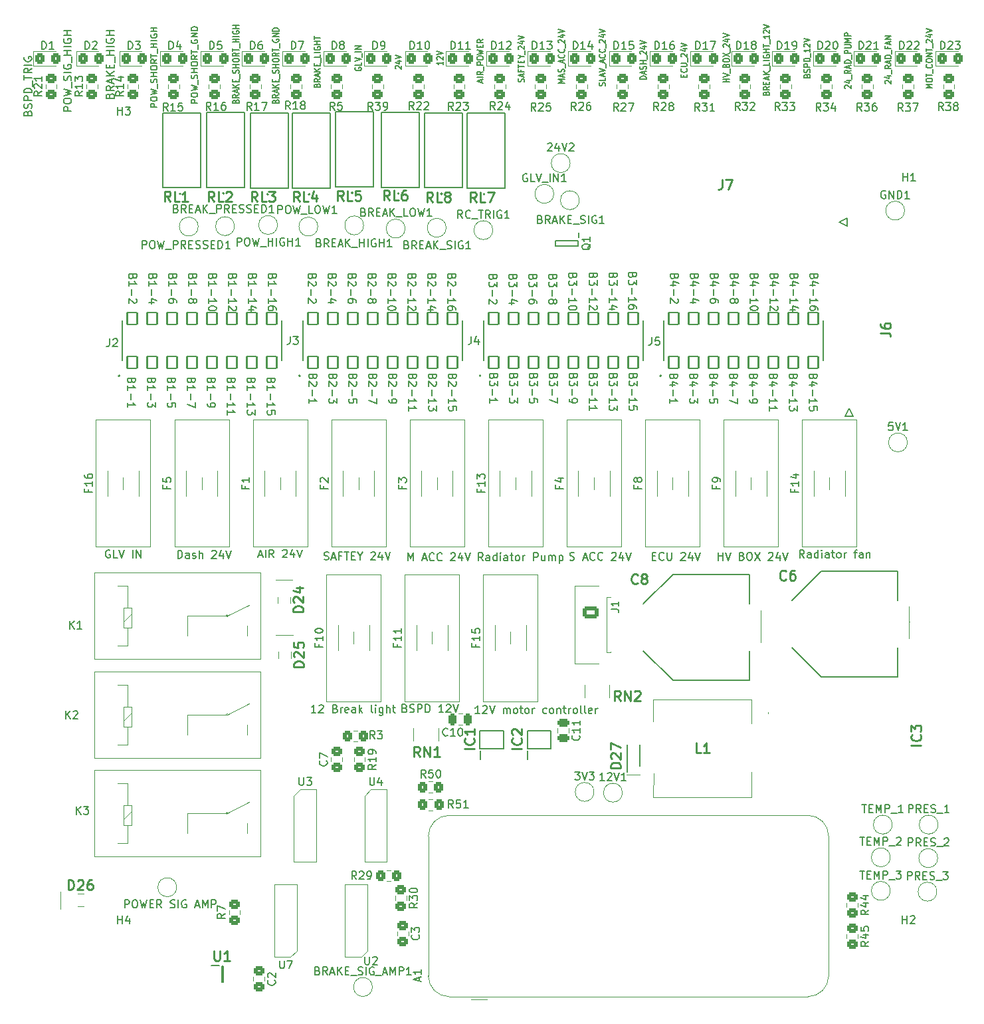
<source format=gto>
%TF.GenerationSoftware,KiCad,Pcbnew,8.0.2*%
%TF.CreationDate,2024-05-16T19:26:28+09:30*%
%TF.ProjectId,power_and_monotoring,706f7765-725f-4616-9e64-5f6d6f6e6f74,rev?*%
%TF.SameCoordinates,Original*%
%TF.FileFunction,Legend,Top*%
%TF.FilePolarity,Positive*%
%FSLAX46Y46*%
G04 Gerber Fmt 4.6, Leading zero omitted, Abs format (unit mm)*
G04 Created by KiCad (PCBNEW 8.0.2) date 2024-05-16 19:26:28*
%MOMM*%
%LPD*%
G01*
G04 APERTURE LIST*
G04 Aperture macros list*
%AMRoundRect*
0 Rectangle with rounded corners*
0 $1 Rounding radius*
0 $2 $3 $4 $5 $6 $7 $8 $9 X,Y pos of 4 corners*
0 Add a 4 corners polygon primitive as box body*
4,1,4,$2,$3,$4,$5,$6,$7,$8,$9,$2,$3,0*
0 Add four circle primitives for the rounded corners*
1,1,$1+$1,$2,$3*
1,1,$1+$1,$4,$5*
1,1,$1+$1,$6,$7*
1,1,$1+$1,$8,$9*
0 Add four rect primitives between the rounded corners*
20,1,$1+$1,$2,$3,$4,$5,0*
20,1,$1+$1,$4,$5,$6,$7,0*
20,1,$1+$1,$6,$7,$8,$9,0*
20,1,$1+$1,$8,$9,$2,$3,0*%
G04 Aperture macros list end*
%ADD10C,0.150000*%
%ADD11C,0.254000*%
%ADD12C,0.200000*%
%ADD13C,0.120000*%
%ADD14C,0.127000*%
%ADD15C,0.100000*%
%ADD16C,0.050000*%
%ADD17RoundRect,0.250000X0.450000X-0.325000X0.450000X0.325000X-0.450000X0.325000X-0.450000X-0.325000X0*%
%ADD18C,2.780000*%
%ADD19C,2.410000*%
%ADD20R,1.270000X2.540000*%
%ADD21R,0.450000X0.800000*%
%ADD22RoundRect,0.250000X-0.325000X-0.450000X0.325000X-0.450000X0.325000X0.450000X-0.325000X0.450000X0*%
%ADD23R,0.800000X0.900000*%
%ADD24RoundRect,0.249550X-0.450450X0.325450X-0.450450X-0.325450X0.450450X-0.325450X0.450450X0.325450X0*%
%ADD25RoundRect,0.250000X-0.450000X0.325000X-0.450000X-0.325000X0.450000X-0.325000X0.450000X0.325000X0*%
%ADD26R,1.340000X1.800000*%
%ADD27C,2.000000*%
%ADD28C,0.970000*%
%ADD29RoundRect,0.102000X-0.635000X-0.780000X0.635000X-0.780000X0.635000X0.780000X-0.635000X0.780000X0*%
%ADD30R,2.900000X5.400000*%
%ADD31C,1.240000*%
%ADD32R,1.550000X0.600000*%
%ADD33C,3.200000*%
%ADD34C,2.540000*%
%ADD35R,1.600000X1.600000*%
%ADD36C,1.600000*%
%ADD37C,0.800000*%
%ADD38C,6.400000*%
%ADD39R,2.300000X2.300000*%
%ADD40C,2.300000*%
%ADD41R,5.700000X2.000000*%
%ADD42R,4.320000X1.020000*%
%ADD43R,9.910000X11.180000*%
%ADD44R,2.540000X1.270000*%
%ADD45R,1.800000X1.340000*%
%ADD46R,1.120000X1.240000*%
%ADD47RoundRect,0.250000X-0.475000X0.250000X-0.475000X-0.250000X0.475000X-0.250000X0.475000X0.250000X0*%
%ADD48RoundRect,0.250000X0.325000X0.450000X-0.325000X0.450000X-0.325000X-0.450000X0.325000X-0.450000X0*%
%ADD49C,1.270000*%
%ADD50RoundRect,0.250001X-0.759999X0.499999X-0.759999X-0.499999X0.759999X-0.499999X0.759999X0.499999X0*%
%ADD51O,2.020000X1.500000*%
%ADD52RoundRect,0.250000X0.250000X0.475000X-0.250000X0.475000X-0.250000X-0.475000X0.250000X-0.475000X0*%
%ADD53R,1.050000X0.400000*%
%ADD54R,0.450000X1.350000*%
%ADD55RoundRect,0.249550X0.450450X-0.325450X0.450450X0.325450X-0.450450X0.325450X-0.450450X-0.325450X0*%
G04 APERTURE END LIST*
D10*
X93567190Y-162010912D02*
X93519571Y-162153769D01*
X93519571Y-162153769D02*
X93471952Y-162201388D01*
X93471952Y-162201388D02*
X93376714Y-162249007D01*
X93376714Y-162249007D02*
X93233857Y-162249007D01*
X93233857Y-162249007D02*
X93138619Y-162201388D01*
X93138619Y-162201388D02*
X93091000Y-162153769D01*
X93091000Y-162153769D02*
X93043380Y-162058531D01*
X93043380Y-162058531D02*
X93043380Y-161677579D01*
X93043380Y-161677579D02*
X94043380Y-161677579D01*
X94043380Y-161677579D02*
X94043380Y-162010912D01*
X94043380Y-162010912D02*
X93995761Y-162106150D01*
X93995761Y-162106150D02*
X93948142Y-162153769D01*
X93948142Y-162153769D02*
X93852904Y-162201388D01*
X93852904Y-162201388D02*
X93757666Y-162201388D01*
X93757666Y-162201388D02*
X93662428Y-162153769D01*
X93662428Y-162153769D02*
X93614809Y-162106150D01*
X93614809Y-162106150D02*
X93567190Y-162010912D01*
X93567190Y-162010912D02*
X93567190Y-161677579D01*
X93948142Y-162629960D02*
X93995761Y-162677579D01*
X93995761Y-162677579D02*
X94043380Y-162772817D01*
X94043380Y-162772817D02*
X94043380Y-163010912D01*
X94043380Y-163010912D02*
X93995761Y-163106150D01*
X93995761Y-163106150D02*
X93948142Y-163153769D01*
X93948142Y-163153769D02*
X93852904Y-163201388D01*
X93852904Y-163201388D02*
X93757666Y-163201388D01*
X93757666Y-163201388D02*
X93614809Y-163153769D01*
X93614809Y-163153769D02*
X93043380Y-162582341D01*
X93043380Y-162582341D02*
X93043380Y-163201388D01*
X93424333Y-163629960D02*
X93424333Y-164391865D01*
X93043380Y-165391864D02*
X93043380Y-164820436D01*
X93043380Y-165106150D02*
X94043380Y-165106150D01*
X94043380Y-165106150D02*
X93900523Y-165010912D01*
X93900523Y-165010912D02*
X93805285Y-164915674D01*
X93805285Y-164915674D02*
X93757666Y-164820436D01*
X93710047Y-166249007D02*
X93043380Y-166249007D01*
X94091000Y-166010912D02*
X93376714Y-165772817D01*
X93376714Y-165772817D02*
X93376714Y-166391864D01*
X129482790Y-174761712D02*
X129435171Y-174904569D01*
X129435171Y-174904569D02*
X129387552Y-174952188D01*
X129387552Y-174952188D02*
X129292314Y-174999807D01*
X129292314Y-174999807D02*
X129149457Y-174999807D01*
X129149457Y-174999807D02*
X129054219Y-174952188D01*
X129054219Y-174952188D02*
X129006600Y-174904569D01*
X129006600Y-174904569D02*
X128958980Y-174809331D01*
X128958980Y-174809331D02*
X128958980Y-174428379D01*
X128958980Y-174428379D02*
X129958980Y-174428379D01*
X129958980Y-174428379D02*
X129958980Y-174761712D01*
X129958980Y-174761712D02*
X129911361Y-174856950D01*
X129911361Y-174856950D02*
X129863742Y-174904569D01*
X129863742Y-174904569D02*
X129768504Y-174952188D01*
X129768504Y-174952188D02*
X129673266Y-174952188D01*
X129673266Y-174952188D02*
X129578028Y-174904569D01*
X129578028Y-174904569D02*
X129530409Y-174856950D01*
X129530409Y-174856950D02*
X129482790Y-174761712D01*
X129482790Y-174761712D02*
X129482790Y-174428379D01*
X129625647Y-175856950D02*
X128958980Y-175856950D01*
X130006600Y-175618855D02*
X129292314Y-175380760D01*
X129292314Y-175380760D02*
X129292314Y-175999807D01*
X129339933Y-176380760D02*
X129339933Y-177142665D01*
X129958980Y-178095045D02*
X129958980Y-177618855D01*
X129958980Y-177618855D02*
X129482790Y-177571236D01*
X129482790Y-177571236D02*
X129530409Y-177618855D01*
X129530409Y-177618855D02*
X129578028Y-177714093D01*
X129578028Y-177714093D02*
X129578028Y-177952188D01*
X129578028Y-177952188D02*
X129530409Y-178047426D01*
X129530409Y-178047426D02*
X129482790Y-178095045D01*
X129482790Y-178095045D02*
X129387552Y-178142664D01*
X129387552Y-178142664D02*
X129149457Y-178142664D01*
X129149457Y-178142664D02*
X129054219Y-178095045D01*
X129054219Y-178095045D02*
X129006600Y-178047426D01*
X129006600Y-178047426D02*
X128958980Y-177952188D01*
X128958980Y-177952188D02*
X128958980Y-177714093D01*
X128958980Y-177714093D02*
X129006600Y-177618855D01*
X129006600Y-177618855D02*
X129054219Y-177571236D01*
X130079979Y-198142219D02*
X130079979Y-197142219D01*
X130079979Y-197618409D02*
X130651407Y-197618409D01*
X130651407Y-198142219D02*
X130651407Y-197142219D01*
X130984741Y-197142219D02*
X131318074Y-198142219D01*
X131318074Y-198142219D02*
X131651407Y-197142219D01*
X133079979Y-197618409D02*
X133222836Y-197666028D01*
X133222836Y-197666028D02*
X133270455Y-197713647D01*
X133270455Y-197713647D02*
X133318074Y-197808885D01*
X133318074Y-197808885D02*
X133318074Y-197951742D01*
X133318074Y-197951742D02*
X133270455Y-198046980D01*
X133270455Y-198046980D02*
X133222836Y-198094600D01*
X133222836Y-198094600D02*
X133127598Y-198142219D01*
X133127598Y-198142219D02*
X132746646Y-198142219D01*
X132746646Y-198142219D02*
X132746646Y-197142219D01*
X132746646Y-197142219D02*
X133079979Y-197142219D01*
X133079979Y-197142219D02*
X133175217Y-197189838D01*
X133175217Y-197189838D02*
X133222836Y-197237457D01*
X133222836Y-197237457D02*
X133270455Y-197332695D01*
X133270455Y-197332695D02*
X133270455Y-197427933D01*
X133270455Y-197427933D02*
X133222836Y-197523171D01*
X133222836Y-197523171D02*
X133175217Y-197570790D01*
X133175217Y-197570790D02*
X133079979Y-197618409D01*
X133079979Y-197618409D02*
X132746646Y-197618409D01*
X133937122Y-197142219D02*
X134127598Y-197142219D01*
X134127598Y-197142219D02*
X134222836Y-197189838D01*
X134222836Y-197189838D02*
X134318074Y-197285076D01*
X134318074Y-197285076D02*
X134365693Y-197475552D01*
X134365693Y-197475552D02*
X134365693Y-197808885D01*
X134365693Y-197808885D02*
X134318074Y-197999361D01*
X134318074Y-197999361D02*
X134222836Y-198094600D01*
X134222836Y-198094600D02*
X134127598Y-198142219D01*
X134127598Y-198142219D02*
X133937122Y-198142219D01*
X133937122Y-198142219D02*
X133841884Y-198094600D01*
X133841884Y-198094600D02*
X133746646Y-197999361D01*
X133746646Y-197999361D02*
X133699027Y-197808885D01*
X133699027Y-197808885D02*
X133699027Y-197475552D01*
X133699027Y-197475552D02*
X133746646Y-197285076D01*
X133746646Y-197285076D02*
X133841884Y-197189838D01*
X133841884Y-197189838D02*
X133937122Y-197142219D01*
X134699027Y-197142219D02*
X135365693Y-198142219D01*
X135365693Y-197142219D02*
X134699027Y-198142219D01*
X136460932Y-197237457D02*
X136508551Y-197189838D01*
X136508551Y-197189838D02*
X136603789Y-197142219D01*
X136603789Y-197142219D02*
X136841884Y-197142219D01*
X136841884Y-197142219D02*
X136937122Y-197189838D01*
X136937122Y-197189838D02*
X136984741Y-197237457D01*
X136984741Y-197237457D02*
X137032360Y-197332695D01*
X137032360Y-197332695D02*
X137032360Y-197427933D01*
X137032360Y-197427933D02*
X136984741Y-197570790D01*
X136984741Y-197570790D02*
X136413313Y-198142219D01*
X136413313Y-198142219D02*
X137032360Y-198142219D01*
X137889503Y-197475552D02*
X137889503Y-198142219D01*
X137651408Y-197094600D02*
X137413313Y-197808885D01*
X137413313Y-197808885D02*
X138032360Y-197808885D01*
X138270456Y-197142219D02*
X138603789Y-198142219D01*
X138603789Y-198142219D02*
X138937122Y-197142219D01*
X120899895Y-136894649D02*
X120099895Y-136894649D01*
X120099895Y-136894649D02*
X120099895Y-136727982D01*
X120099895Y-136727982D02*
X120137990Y-136627982D01*
X120137990Y-136627982D02*
X120214180Y-136561316D01*
X120214180Y-136561316D02*
X120290371Y-136527982D01*
X120290371Y-136527982D02*
X120442752Y-136494649D01*
X120442752Y-136494649D02*
X120557038Y-136494649D01*
X120557038Y-136494649D02*
X120709419Y-136527982D01*
X120709419Y-136527982D02*
X120785609Y-136561316D01*
X120785609Y-136561316D02*
X120861800Y-136627982D01*
X120861800Y-136627982D02*
X120899895Y-136727982D01*
X120899895Y-136727982D02*
X120899895Y-136894649D01*
X120671323Y-136227982D02*
X120671323Y-135894649D01*
X120899895Y-136294649D02*
X120099895Y-136061316D01*
X120099895Y-136061316D02*
X120899895Y-135827982D01*
X120861800Y-135627982D02*
X120899895Y-135527982D01*
X120899895Y-135527982D02*
X120899895Y-135361316D01*
X120899895Y-135361316D02*
X120861800Y-135294649D01*
X120861800Y-135294649D02*
X120823704Y-135261316D01*
X120823704Y-135261316D02*
X120747514Y-135227982D01*
X120747514Y-135227982D02*
X120671323Y-135227982D01*
X120671323Y-135227982D02*
X120595133Y-135261316D01*
X120595133Y-135261316D02*
X120557038Y-135294649D01*
X120557038Y-135294649D02*
X120518942Y-135361316D01*
X120518942Y-135361316D02*
X120480847Y-135494649D01*
X120480847Y-135494649D02*
X120442752Y-135561316D01*
X120442752Y-135561316D02*
X120404657Y-135594649D01*
X120404657Y-135594649D02*
X120328466Y-135627982D01*
X120328466Y-135627982D02*
X120252276Y-135627982D01*
X120252276Y-135627982D02*
X120176085Y-135594649D01*
X120176085Y-135594649D02*
X120137990Y-135561316D01*
X120137990Y-135561316D02*
X120099895Y-135494649D01*
X120099895Y-135494649D02*
X120099895Y-135327982D01*
X120099895Y-135327982D02*
X120137990Y-135227982D01*
X120899895Y-134927982D02*
X120099895Y-134927982D01*
X120480847Y-134927982D02*
X120480847Y-134527982D01*
X120899895Y-134527982D02*
X120099895Y-134527982D01*
X120976085Y-134361316D02*
X120976085Y-133827982D01*
X120176085Y-133694649D02*
X120137990Y-133661316D01*
X120137990Y-133661316D02*
X120099895Y-133594649D01*
X120099895Y-133594649D02*
X120099895Y-133427983D01*
X120099895Y-133427983D02*
X120137990Y-133361316D01*
X120137990Y-133361316D02*
X120176085Y-133327983D01*
X120176085Y-133327983D02*
X120252276Y-133294649D01*
X120252276Y-133294649D02*
X120328466Y-133294649D01*
X120328466Y-133294649D02*
X120442752Y-133327983D01*
X120442752Y-133327983D02*
X120899895Y-133727983D01*
X120899895Y-133727983D02*
X120899895Y-133294649D01*
X120366561Y-132694649D02*
X120899895Y-132694649D01*
X120061800Y-132861316D02*
X120633228Y-133027982D01*
X120633228Y-133027982D02*
X120633228Y-132594649D01*
X120099895Y-132427982D02*
X120899895Y-132194649D01*
X120899895Y-132194649D02*
X120099895Y-131961315D01*
X80867190Y-162010912D02*
X80819571Y-162153769D01*
X80819571Y-162153769D02*
X80771952Y-162201388D01*
X80771952Y-162201388D02*
X80676714Y-162249007D01*
X80676714Y-162249007D02*
X80533857Y-162249007D01*
X80533857Y-162249007D02*
X80438619Y-162201388D01*
X80438619Y-162201388D02*
X80391000Y-162153769D01*
X80391000Y-162153769D02*
X80343380Y-162058531D01*
X80343380Y-162058531D02*
X80343380Y-161677579D01*
X80343380Y-161677579D02*
X81343380Y-161677579D01*
X81343380Y-161677579D02*
X81343380Y-162010912D01*
X81343380Y-162010912D02*
X81295761Y-162106150D01*
X81295761Y-162106150D02*
X81248142Y-162153769D01*
X81248142Y-162153769D02*
X81152904Y-162201388D01*
X81152904Y-162201388D02*
X81057666Y-162201388D01*
X81057666Y-162201388D02*
X80962428Y-162153769D01*
X80962428Y-162153769D02*
X80914809Y-162106150D01*
X80914809Y-162106150D02*
X80867190Y-162010912D01*
X80867190Y-162010912D02*
X80867190Y-161677579D01*
X81248142Y-162629960D02*
X81295761Y-162677579D01*
X81295761Y-162677579D02*
X81343380Y-162772817D01*
X81343380Y-162772817D02*
X81343380Y-163010912D01*
X81343380Y-163010912D02*
X81295761Y-163106150D01*
X81295761Y-163106150D02*
X81248142Y-163153769D01*
X81248142Y-163153769D02*
X81152904Y-163201388D01*
X81152904Y-163201388D02*
X81057666Y-163201388D01*
X81057666Y-163201388D02*
X80914809Y-163153769D01*
X80914809Y-163153769D02*
X80343380Y-162582341D01*
X80343380Y-162582341D02*
X80343380Y-163201388D01*
X80724333Y-163629960D02*
X80724333Y-164391865D01*
X81010047Y-165296626D02*
X80343380Y-165296626D01*
X81391000Y-165058531D02*
X80676714Y-164820436D01*
X80676714Y-164820436D02*
X80676714Y-165439483D01*
X68563247Y-139709316D02*
X68601342Y-139609316D01*
X68601342Y-139609316D02*
X68639438Y-139575982D01*
X68639438Y-139575982D02*
X68715628Y-139542649D01*
X68715628Y-139542649D02*
X68829914Y-139542649D01*
X68829914Y-139542649D02*
X68906104Y-139575982D01*
X68906104Y-139575982D02*
X68944200Y-139609316D01*
X68944200Y-139609316D02*
X68982295Y-139675982D01*
X68982295Y-139675982D02*
X68982295Y-139942649D01*
X68982295Y-139942649D02*
X68182295Y-139942649D01*
X68182295Y-139942649D02*
X68182295Y-139709316D01*
X68182295Y-139709316D02*
X68220390Y-139642649D01*
X68220390Y-139642649D02*
X68258485Y-139609316D01*
X68258485Y-139609316D02*
X68334676Y-139575982D01*
X68334676Y-139575982D02*
X68410866Y-139575982D01*
X68410866Y-139575982D02*
X68487057Y-139609316D01*
X68487057Y-139609316D02*
X68525152Y-139642649D01*
X68525152Y-139642649D02*
X68563247Y-139709316D01*
X68563247Y-139709316D02*
X68563247Y-139942649D01*
X68982295Y-138842649D02*
X68601342Y-139075982D01*
X68982295Y-139242649D02*
X68182295Y-139242649D01*
X68182295Y-139242649D02*
X68182295Y-138975982D01*
X68182295Y-138975982D02*
X68220390Y-138909316D01*
X68220390Y-138909316D02*
X68258485Y-138875982D01*
X68258485Y-138875982D02*
X68334676Y-138842649D01*
X68334676Y-138842649D02*
X68448961Y-138842649D01*
X68448961Y-138842649D02*
X68525152Y-138875982D01*
X68525152Y-138875982D02*
X68563247Y-138909316D01*
X68563247Y-138909316D02*
X68601342Y-138975982D01*
X68601342Y-138975982D02*
X68601342Y-139242649D01*
X68753723Y-138575982D02*
X68753723Y-138242649D01*
X68982295Y-138642649D02*
X68182295Y-138409316D01*
X68182295Y-138409316D02*
X68982295Y-138175982D01*
X68982295Y-137942649D02*
X68182295Y-137942649D01*
X68982295Y-137542649D02*
X68525152Y-137842649D01*
X68182295Y-137542649D02*
X68639438Y-137942649D01*
X68563247Y-137242649D02*
X68563247Y-137009316D01*
X68982295Y-136909316D02*
X68982295Y-137242649D01*
X68982295Y-137242649D02*
X68182295Y-137242649D01*
X68182295Y-137242649D02*
X68182295Y-136909316D01*
X69058485Y-136775983D02*
X69058485Y-136242649D01*
X68944200Y-136109316D02*
X68982295Y-136009316D01*
X68982295Y-136009316D02*
X68982295Y-135842650D01*
X68982295Y-135842650D02*
X68944200Y-135775983D01*
X68944200Y-135775983D02*
X68906104Y-135742650D01*
X68906104Y-135742650D02*
X68829914Y-135709316D01*
X68829914Y-135709316D02*
X68753723Y-135709316D01*
X68753723Y-135709316D02*
X68677533Y-135742650D01*
X68677533Y-135742650D02*
X68639438Y-135775983D01*
X68639438Y-135775983D02*
X68601342Y-135842650D01*
X68601342Y-135842650D02*
X68563247Y-135975983D01*
X68563247Y-135975983D02*
X68525152Y-136042650D01*
X68525152Y-136042650D02*
X68487057Y-136075983D01*
X68487057Y-136075983D02*
X68410866Y-136109316D01*
X68410866Y-136109316D02*
X68334676Y-136109316D01*
X68334676Y-136109316D02*
X68258485Y-136075983D01*
X68258485Y-136075983D02*
X68220390Y-136042650D01*
X68220390Y-136042650D02*
X68182295Y-135975983D01*
X68182295Y-135975983D02*
X68182295Y-135809316D01*
X68182295Y-135809316D02*
X68220390Y-135709316D01*
X68982295Y-135409316D02*
X68182295Y-135409316D01*
X68563247Y-135409316D02*
X68563247Y-135009316D01*
X68982295Y-135009316D02*
X68182295Y-135009316D01*
X68182295Y-134542650D02*
X68182295Y-134409316D01*
X68182295Y-134409316D02*
X68220390Y-134342650D01*
X68220390Y-134342650D02*
X68296580Y-134275983D01*
X68296580Y-134275983D02*
X68448961Y-134242650D01*
X68448961Y-134242650D02*
X68715628Y-134242650D01*
X68715628Y-134242650D02*
X68868009Y-134275983D01*
X68868009Y-134275983D02*
X68944200Y-134342650D01*
X68944200Y-134342650D02*
X68982295Y-134409316D01*
X68982295Y-134409316D02*
X68982295Y-134542650D01*
X68982295Y-134542650D02*
X68944200Y-134609316D01*
X68944200Y-134609316D02*
X68868009Y-134675983D01*
X68868009Y-134675983D02*
X68715628Y-134709316D01*
X68715628Y-134709316D02*
X68448961Y-134709316D01*
X68448961Y-134709316D02*
X68296580Y-134675983D01*
X68296580Y-134675983D02*
X68220390Y-134609316D01*
X68220390Y-134609316D02*
X68182295Y-134542650D01*
X68982295Y-133542650D02*
X68601342Y-133775983D01*
X68982295Y-133942650D02*
X68182295Y-133942650D01*
X68182295Y-133942650D02*
X68182295Y-133675983D01*
X68182295Y-133675983D02*
X68220390Y-133609317D01*
X68220390Y-133609317D02*
X68258485Y-133575983D01*
X68258485Y-133575983D02*
X68334676Y-133542650D01*
X68334676Y-133542650D02*
X68448961Y-133542650D01*
X68448961Y-133542650D02*
X68525152Y-133575983D01*
X68525152Y-133575983D02*
X68563247Y-133609317D01*
X68563247Y-133609317D02*
X68601342Y-133675983D01*
X68601342Y-133675983D02*
X68601342Y-133942650D01*
X68182295Y-133342650D02*
X68182295Y-132942650D01*
X68982295Y-133142650D02*
X68182295Y-133142650D01*
X69058485Y-132875984D02*
X69058485Y-132342650D01*
X68982295Y-132175984D02*
X68182295Y-132175984D01*
X68563247Y-132175984D02*
X68563247Y-131775984D01*
X68982295Y-131775984D02*
X68182295Y-131775984D01*
X68982295Y-131442651D02*
X68182295Y-131442651D01*
X68220390Y-130742651D02*
X68182295Y-130809318D01*
X68182295Y-130809318D02*
X68182295Y-130909318D01*
X68182295Y-130909318D02*
X68220390Y-131009318D01*
X68220390Y-131009318D02*
X68296580Y-131075985D01*
X68296580Y-131075985D02*
X68372771Y-131109318D01*
X68372771Y-131109318D02*
X68525152Y-131142651D01*
X68525152Y-131142651D02*
X68639438Y-131142651D01*
X68639438Y-131142651D02*
X68791819Y-131109318D01*
X68791819Y-131109318D02*
X68868009Y-131075985D01*
X68868009Y-131075985D02*
X68944200Y-131009318D01*
X68944200Y-131009318D02*
X68982295Y-130909318D01*
X68982295Y-130909318D02*
X68982295Y-130842651D01*
X68982295Y-130842651D02*
X68944200Y-130742651D01*
X68944200Y-130742651D02*
X68906104Y-130709318D01*
X68906104Y-130709318D02*
X68639438Y-130709318D01*
X68639438Y-130709318D02*
X68639438Y-130842651D01*
X68982295Y-130409318D02*
X68182295Y-130409318D01*
X68563247Y-130409318D02*
X68563247Y-130009318D01*
X68982295Y-130009318D02*
X68182295Y-130009318D01*
X129584390Y-162010912D02*
X129536771Y-162153769D01*
X129536771Y-162153769D02*
X129489152Y-162201388D01*
X129489152Y-162201388D02*
X129393914Y-162249007D01*
X129393914Y-162249007D02*
X129251057Y-162249007D01*
X129251057Y-162249007D02*
X129155819Y-162201388D01*
X129155819Y-162201388D02*
X129108200Y-162153769D01*
X129108200Y-162153769D02*
X129060580Y-162058531D01*
X129060580Y-162058531D02*
X129060580Y-161677579D01*
X129060580Y-161677579D02*
X130060580Y-161677579D01*
X130060580Y-161677579D02*
X130060580Y-162010912D01*
X130060580Y-162010912D02*
X130012961Y-162106150D01*
X130012961Y-162106150D02*
X129965342Y-162153769D01*
X129965342Y-162153769D02*
X129870104Y-162201388D01*
X129870104Y-162201388D02*
X129774866Y-162201388D01*
X129774866Y-162201388D02*
X129679628Y-162153769D01*
X129679628Y-162153769D02*
X129632009Y-162106150D01*
X129632009Y-162106150D02*
X129584390Y-162010912D01*
X129584390Y-162010912D02*
X129584390Y-161677579D01*
X129727247Y-163106150D02*
X129060580Y-163106150D01*
X130108200Y-162868055D02*
X129393914Y-162629960D01*
X129393914Y-162629960D02*
X129393914Y-163249007D01*
X129441533Y-163629960D02*
X129441533Y-164391865D01*
X130060580Y-165296626D02*
X130060580Y-165106150D01*
X130060580Y-165106150D02*
X130012961Y-165010912D01*
X130012961Y-165010912D02*
X129965342Y-164963293D01*
X129965342Y-164963293D02*
X129822485Y-164868055D01*
X129822485Y-164868055D02*
X129632009Y-164820436D01*
X129632009Y-164820436D02*
X129251057Y-164820436D01*
X129251057Y-164820436D02*
X129155819Y-164868055D01*
X129155819Y-164868055D02*
X129108200Y-164915674D01*
X129108200Y-164915674D02*
X129060580Y-165010912D01*
X129060580Y-165010912D02*
X129060580Y-165201388D01*
X129060580Y-165201388D02*
X129108200Y-165296626D01*
X129108200Y-165296626D02*
X129155819Y-165344245D01*
X129155819Y-165344245D02*
X129251057Y-165391864D01*
X129251057Y-165391864D02*
X129489152Y-165391864D01*
X129489152Y-165391864D02*
X129584390Y-165344245D01*
X129584390Y-165344245D02*
X129632009Y-165296626D01*
X129632009Y-165296626D02*
X129679628Y-165201388D01*
X129679628Y-165201388D02*
X129679628Y-165010912D01*
X129679628Y-165010912D02*
X129632009Y-164915674D01*
X129632009Y-164915674D02*
X129584390Y-164868055D01*
X129584390Y-164868055D02*
X129489152Y-164820436D01*
X151367285Y-137435982D02*
X151329190Y-137402649D01*
X151329190Y-137402649D02*
X151291095Y-137335982D01*
X151291095Y-137335982D02*
X151291095Y-137169316D01*
X151291095Y-137169316D02*
X151329190Y-137102649D01*
X151329190Y-137102649D02*
X151367285Y-137069316D01*
X151367285Y-137069316D02*
X151443476Y-137035982D01*
X151443476Y-137035982D02*
X151519666Y-137035982D01*
X151519666Y-137035982D02*
X151633952Y-137069316D01*
X151633952Y-137069316D02*
X152091095Y-137469316D01*
X152091095Y-137469316D02*
X152091095Y-137035982D01*
X151557761Y-136435982D02*
X152091095Y-136435982D01*
X151253000Y-136602649D02*
X151824428Y-136769315D01*
X151824428Y-136769315D02*
X151824428Y-136335982D01*
X152167285Y-136235982D02*
X152167285Y-135702648D01*
X152091095Y-135135982D02*
X151710142Y-135369315D01*
X152091095Y-135535982D02*
X151291095Y-135535982D01*
X151291095Y-135535982D02*
X151291095Y-135269315D01*
X151291095Y-135269315D02*
X151329190Y-135202649D01*
X151329190Y-135202649D02*
X151367285Y-135169315D01*
X151367285Y-135169315D02*
X151443476Y-135135982D01*
X151443476Y-135135982D02*
X151557761Y-135135982D01*
X151557761Y-135135982D02*
X151633952Y-135169315D01*
X151633952Y-135169315D02*
X151672047Y-135202649D01*
X151672047Y-135202649D02*
X151710142Y-135269315D01*
X151710142Y-135269315D02*
X151710142Y-135535982D01*
X151862523Y-134869315D02*
X151862523Y-134535982D01*
X152091095Y-134935982D02*
X151291095Y-134702649D01*
X151291095Y-134702649D02*
X152091095Y-134469315D01*
X152091095Y-134235982D02*
X151291095Y-134235982D01*
X151291095Y-134235982D02*
X151291095Y-134069315D01*
X151291095Y-134069315D02*
X151329190Y-133969315D01*
X151329190Y-133969315D02*
X151405380Y-133902649D01*
X151405380Y-133902649D02*
X151481571Y-133869315D01*
X151481571Y-133869315D02*
X151633952Y-133835982D01*
X151633952Y-133835982D02*
X151748238Y-133835982D01*
X151748238Y-133835982D02*
X151900619Y-133869315D01*
X151900619Y-133869315D02*
X151976809Y-133902649D01*
X151976809Y-133902649D02*
X152053000Y-133969315D01*
X152053000Y-133969315D02*
X152091095Y-134069315D01*
X152091095Y-134069315D02*
X152091095Y-134235982D01*
X152167285Y-133702649D02*
X152167285Y-133169315D01*
X151672047Y-132769316D02*
X151672047Y-133002649D01*
X152091095Y-133002649D02*
X151291095Y-133002649D01*
X151291095Y-133002649D02*
X151291095Y-132669316D01*
X151862523Y-132435982D02*
X151862523Y-132102649D01*
X152091095Y-132502649D02*
X151291095Y-132269316D01*
X151291095Y-132269316D02*
X152091095Y-132035982D01*
X152091095Y-131802649D02*
X151291095Y-131802649D01*
X151291095Y-131802649D02*
X152091095Y-131402649D01*
X152091095Y-131402649D02*
X151291095Y-131402649D01*
X111601190Y-174710912D02*
X111553571Y-174853769D01*
X111553571Y-174853769D02*
X111505952Y-174901388D01*
X111505952Y-174901388D02*
X111410714Y-174949007D01*
X111410714Y-174949007D02*
X111267857Y-174949007D01*
X111267857Y-174949007D02*
X111172619Y-174901388D01*
X111172619Y-174901388D02*
X111125000Y-174853769D01*
X111125000Y-174853769D02*
X111077380Y-174758531D01*
X111077380Y-174758531D02*
X111077380Y-174377579D01*
X111077380Y-174377579D02*
X112077380Y-174377579D01*
X112077380Y-174377579D02*
X112077380Y-174710912D01*
X112077380Y-174710912D02*
X112029761Y-174806150D01*
X112029761Y-174806150D02*
X111982142Y-174853769D01*
X111982142Y-174853769D02*
X111886904Y-174901388D01*
X111886904Y-174901388D02*
X111791666Y-174901388D01*
X111791666Y-174901388D02*
X111696428Y-174853769D01*
X111696428Y-174853769D02*
X111648809Y-174806150D01*
X111648809Y-174806150D02*
X111601190Y-174710912D01*
X111601190Y-174710912D02*
X111601190Y-174377579D01*
X112077380Y-175282341D02*
X112077380Y-175901388D01*
X112077380Y-175901388D02*
X111696428Y-175568055D01*
X111696428Y-175568055D02*
X111696428Y-175710912D01*
X111696428Y-175710912D02*
X111648809Y-175806150D01*
X111648809Y-175806150D02*
X111601190Y-175853769D01*
X111601190Y-175853769D02*
X111505952Y-175901388D01*
X111505952Y-175901388D02*
X111267857Y-175901388D01*
X111267857Y-175901388D02*
X111172619Y-175853769D01*
X111172619Y-175853769D02*
X111125000Y-175806150D01*
X111125000Y-175806150D02*
X111077380Y-175710912D01*
X111077380Y-175710912D02*
X111077380Y-175425198D01*
X111077380Y-175425198D02*
X111125000Y-175329960D01*
X111125000Y-175329960D02*
X111172619Y-175282341D01*
X111458333Y-176329960D02*
X111458333Y-177091865D01*
X111077380Y-177615674D02*
X111077380Y-177806150D01*
X111077380Y-177806150D02*
X111125000Y-177901388D01*
X111125000Y-177901388D02*
X111172619Y-177949007D01*
X111172619Y-177949007D02*
X111315476Y-178044245D01*
X111315476Y-178044245D02*
X111505952Y-178091864D01*
X111505952Y-178091864D02*
X111886904Y-178091864D01*
X111886904Y-178091864D02*
X111982142Y-178044245D01*
X111982142Y-178044245D02*
X112029761Y-177996626D01*
X112029761Y-177996626D02*
X112077380Y-177901388D01*
X112077380Y-177901388D02*
X112077380Y-177710912D01*
X112077380Y-177710912D02*
X112029761Y-177615674D01*
X112029761Y-177615674D02*
X111982142Y-177568055D01*
X111982142Y-177568055D02*
X111886904Y-177520436D01*
X111886904Y-177520436D02*
X111648809Y-177520436D01*
X111648809Y-177520436D02*
X111553571Y-177568055D01*
X111553571Y-177568055D02*
X111505952Y-177615674D01*
X111505952Y-177615674D02*
X111458333Y-177710912D01*
X111458333Y-177710912D02*
X111458333Y-177901388D01*
X111458333Y-177901388D02*
X111505952Y-177996626D01*
X111505952Y-177996626D02*
X111553571Y-178044245D01*
X111553571Y-178044245D02*
X111648809Y-178091864D01*
X142284390Y-162010912D02*
X142236771Y-162153769D01*
X142236771Y-162153769D02*
X142189152Y-162201388D01*
X142189152Y-162201388D02*
X142093914Y-162249007D01*
X142093914Y-162249007D02*
X141951057Y-162249007D01*
X141951057Y-162249007D02*
X141855819Y-162201388D01*
X141855819Y-162201388D02*
X141808200Y-162153769D01*
X141808200Y-162153769D02*
X141760580Y-162058531D01*
X141760580Y-162058531D02*
X141760580Y-161677579D01*
X141760580Y-161677579D02*
X142760580Y-161677579D01*
X142760580Y-161677579D02*
X142760580Y-162010912D01*
X142760580Y-162010912D02*
X142712961Y-162106150D01*
X142712961Y-162106150D02*
X142665342Y-162153769D01*
X142665342Y-162153769D02*
X142570104Y-162201388D01*
X142570104Y-162201388D02*
X142474866Y-162201388D01*
X142474866Y-162201388D02*
X142379628Y-162153769D01*
X142379628Y-162153769D02*
X142332009Y-162106150D01*
X142332009Y-162106150D02*
X142284390Y-162010912D01*
X142284390Y-162010912D02*
X142284390Y-161677579D01*
X142427247Y-163106150D02*
X141760580Y-163106150D01*
X142808200Y-162868055D02*
X142093914Y-162629960D01*
X142093914Y-162629960D02*
X142093914Y-163249007D01*
X142141533Y-163629960D02*
X142141533Y-164391865D01*
X141760580Y-165391864D02*
X141760580Y-164820436D01*
X141760580Y-165106150D02*
X142760580Y-165106150D01*
X142760580Y-165106150D02*
X142617723Y-165010912D01*
X142617723Y-165010912D02*
X142522485Y-164915674D01*
X142522485Y-164915674D02*
X142474866Y-164820436D01*
X142760580Y-166249007D02*
X142760580Y-166058531D01*
X142760580Y-166058531D02*
X142712961Y-165963293D01*
X142712961Y-165963293D02*
X142665342Y-165915674D01*
X142665342Y-165915674D02*
X142522485Y-165820436D01*
X142522485Y-165820436D02*
X142332009Y-165772817D01*
X142332009Y-165772817D02*
X141951057Y-165772817D01*
X141951057Y-165772817D02*
X141855819Y-165820436D01*
X141855819Y-165820436D02*
X141808200Y-165868055D01*
X141808200Y-165868055D02*
X141760580Y-165963293D01*
X141760580Y-165963293D02*
X141760580Y-166153769D01*
X141760580Y-166153769D02*
X141808200Y-166249007D01*
X141808200Y-166249007D02*
X141855819Y-166296626D01*
X141855819Y-166296626D02*
X141951057Y-166344245D01*
X141951057Y-166344245D02*
X142189152Y-166344245D01*
X142189152Y-166344245D02*
X142284390Y-166296626D01*
X142284390Y-166296626D02*
X142332009Y-166249007D01*
X142332009Y-166249007D02*
X142379628Y-166153769D01*
X142379628Y-166153769D02*
X142379628Y-165963293D01*
X142379628Y-165963293D02*
X142332009Y-165868055D01*
X142332009Y-165868055D02*
X142284390Y-165820436D01*
X142284390Y-165820436D02*
X142189152Y-165772817D01*
X55467190Y-162026912D02*
X55419571Y-162169769D01*
X55419571Y-162169769D02*
X55371952Y-162217388D01*
X55371952Y-162217388D02*
X55276714Y-162265007D01*
X55276714Y-162265007D02*
X55133857Y-162265007D01*
X55133857Y-162265007D02*
X55038619Y-162217388D01*
X55038619Y-162217388D02*
X54991000Y-162169769D01*
X54991000Y-162169769D02*
X54943380Y-162074531D01*
X54943380Y-162074531D02*
X54943380Y-161693579D01*
X54943380Y-161693579D02*
X55943380Y-161693579D01*
X55943380Y-161693579D02*
X55943380Y-162026912D01*
X55943380Y-162026912D02*
X55895761Y-162122150D01*
X55895761Y-162122150D02*
X55848142Y-162169769D01*
X55848142Y-162169769D02*
X55752904Y-162217388D01*
X55752904Y-162217388D02*
X55657666Y-162217388D01*
X55657666Y-162217388D02*
X55562428Y-162169769D01*
X55562428Y-162169769D02*
X55514809Y-162122150D01*
X55514809Y-162122150D02*
X55467190Y-162026912D01*
X55467190Y-162026912D02*
X55467190Y-161693579D01*
X54943380Y-163217388D02*
X54943380Y-162645960D01*
X54943380Y-162931674D02*
X55943380Y-162931674D01*
X55943380Y-162931674D02*
X55800523Y-162836436D01*
X55800523Y-162836436D02*
X55705285Y-162741198D01*
X55705285Y-162741198D02*
X55657666Y-162645960D01*
X55324333Y-163645960D02*
X55324333Y-164407865D01*
X55848142Y-164836436D02*
X55895761Y-164884055D01*
X55895761Y-164884055D02*
X55943380Y-164979293D01*
X55943380Y-164979293D02*
X55943380Y-165217388D01*
X55943380Y-165217388D02*
X55895761Y-165312626D01*
X55895761Y-165312626D02*
X55848142Y-165360245D01*
X55848142Y-165360245D02*
X55752904Y-165407864D01*
X55752904Y-165407864D02*
X55657666Y-165407864D01*
X55657666Y-165407864D02*
X55514809Y-165360245D01*
X55514809Y-165360245D02*
X54943380Y-164788817D01*
X54943380Y-164788817D02*
X54943380Y-165407864D01*
X91027190Y-162010912D02*
X90979571Y-162153769D01*
X90979571Y-162153769D02*
X90931952Y-162201388D01*
X90931952Y-162201388D02*
X90836714Y-162249007D01*
X90836714Y-162249007D02*
X90693857Y-162249007D01*
X90693857Y-162249007D02*
X90598619Y-162201388D01*
X90598619Y-162201388D02*
X90551000Y-162153769D01*
X90551000Y-162153769D02*
X90503380Y-162058531D01*
X90503380Y-162058531D02*
X90503380Y-161677579D01*
X90503380Y-161677579D02*
X91503380Y-161677579D01*
X91503380Y-161677579D02*
X91503380Y-162010912D01*
X91503380Y-162010912D02*
X91455761Y-162106150D01*
X91455761Y-162106150D02*
X91408142Y-162153769D01*
X91408142Y-162153769D02*
X91312904Y-162201388D01*
X91312904Y-162201388D02*
X91217666Y-162201388D01*
X91217666Y-162201388D02*
X91122428Y-162153769D01*
X91122428Y-162153769D02*
X91074809Y-162106150D01*
X91074809Y-162106150D02*
X91027190Y-162010912D01*
X91027190Y-162010912D02*
X91027190Y-161677579D01*
X91408142Y-162629960D02*
X91455761Y-162677579D01*
X91455761Y-162677579D02*
X91503380Y-162772817D01*
X91503380Y-162772817D02*
X91503380Y-163010912D01*
X91503380Y-163010912D02*
X91455761Y-163106150D01*
X91455761Y-163106150D02*
X91408142Y-163153769D01*
X91408142Y-163153769D02*
X91312904Y-163201388D01*
X91312904Y-163201388D02*
X91217666Y-163201388D01*
X91217666Y-163201388D02*
X91074809Y-163153769D01*
X91074809Y-163153769D02*
X90503380Y-162582341D01*
X90503380Y-162582341D02*
X90503380Y-163201388D01*
X90884333Y-163629960D02*
X90884333Y-164391865D01*
X90503380Y-165391864D02*
X90503380Y-164820436D01*
X90503380Y-165106150D02*
X91503380Y-165106150D01*
X91503380Y-165106150D02*
X91360523Y-165010912D01*
X91360523Y-165010912D02*
X91265285Y-164915674D01*
X91265285Y-164915674D02*
X91217666Y-164820436D01*
X91408142Y-165772817D02*
X91455761Y-165820436D01*
X91455761Y-165820436D02*
X91503380Y-165915674D01*
X91503380Y-165915674D02*
X91503380Y-166153769D01*
X91503380Y-166153769D02*
X91455761Y-166249007D01*
X91455761Y-166249007D02*
X91408142Y-166296626D01*
X91408142Y-166296626D02*
X91312904Y-166344245D01*
X91312904Y-166344245D02*
X91217666Y-166344245D01*
X91217666Y-166344245D02*
X91074809Y-166296626D01*
X91074809Y-166296626D02*
X90503380Y-165725198D01*
X90503380Y-165725198D02*
X90503380Y-166344245D01*
X85947190Y-162010912D02*
X85899571Y-162153769D01*
X85899571Y-162153769D02*
X85851952Y-162201388D01*
X85851952Y-162201388D02*
X85756714Y-162249007D01*
X85756714Y-162249007D02*
X85613857Y-162249007D01*
X85613857Y-162249007D02*
X85518619Y-162201388D01*
X85518619Y-162201388D02*
X85471000Y-162153769D01*
X85471000Y-162153769D02*
X85423380Y-162058531D01*
X85423380Y-162058531D02*
X85423380Y-161677579D01*
X85423380Y-161677579D02*
X86423380Y-161677579D01*
X86423380Y-161677579D02*
X86423380Y-162010912D01*
X86423380Y-162010912D02*
X86375761Y-162106150D01*
X86375761Y-162106150D02*
X86328142Y-162153769D01*
X86328142Y-162153769D02*
X86232904Y-162201388D01*
X86232904Y-162201388D02*
X86137666Y-162201388D01*
X86137666Y-162201388D02*
X86042428Y-162153769D01*
X86042428Y-162153769D02*
X85994809Y-162106150D01*
X85994809Y-162106150D02*
X85947190Y-162010912D01*
X85947190Y-162010912D02*
X85947190Y-161677579D01*
X86328142Y-162629960D02*
X86375761Y-162677579D01*
X86375761Y-162677579D02*
X86423380Y-162772817D01*
X86423380Y-162772817D02*
X86423380Y-163010912D01*
X86423380Y-163010912D02*
X86375761Y-163106150D01*
X86375761Y-163106150D02*
X86328142Y-163153769D01*
X86328142Y-163153769D02*
X86232904Y-163201388D01*
X86232904Y-163201388D02*
X86137666Y-163201388D01*
X86137666Y-163201388D02*
X85994809Y-163153769D01*
X85994809Y-163153769D02*
X85423380Y-162582341D01*
X85423380Y-162582341D02*
X85423380Y-163201388D01*
X85804333Y-163629960D02*
X85804333Y-164391865D01*
X85994809Y-165010912D02*
X86042428Y-164915674D01*
X86042428Y-164915674D02*
X86090047Y-164868055D01*
X86090047Y-164868055D02*
X86185285Y-164820436D01*
X86185285Y-164820436D02*
X86232904Y-164820436D01*
X86232904Y-164820436D02*
X86328142Y-164868055D01*
X86328142Y-164868055D02*
X86375761Y-164915674D01*
X86375761Y-164915674D02*
X86423380Y-165010912D01*
X86423380Y-165010912D02*
X86423380Y-165201388D01*
X86423380Y-165201388D02*
X86375761Y-165296626D01*
X86375761Y-165296626D02*
X86328142Y-165344245D01*
X86328142Y-165344245D02*
X86232904Y-165391864D01*
X86232904Y-165391864D02*
X86185285Y-165391864D01*
X86185285Y-165391864D02*
X86090047Y-165344245D01*
X86090047Y-165344245D02*
X86042428Y-165296626D01*
X86042428Y-165296626D02*
X85994809Y-165201388D01*
X85994809Y-165201388D02*
X85994809Y-165010912D01*
X85994809Y-165010912D02*
X85947190Y-164915674D01*
X85947190Y-164915674D02*
X85899571Y-164868055D01*
X85899571Y-164868055D02*
X85804333Y-164820436D01*
X85804333Y-164820436D02*
X85613857Y-164820436D01*
X85613857Y-164820436D02*
X85518619Y-164868055D01*
X85518619Y-164868055D02*
X85471000Y-164915674D01*
X85471000Y-164915674D02*
X85423380Y-165010912D01*
X85423380Y-165010912D02*
X85423380Y-165201388D01*
X85423380Y-165201388D02*
X85471000Y-165296626D01*
X85471000Y-165296626D02*
X85518619Y-165344245D01*
X85518619Y-165344245D02*
X85613857Y-165391864D01*
X85613857Y-165391864D02*
X85804333Y-165391864D01*
X85804333Y-165391864D02*
X85899571Y-165344245D01*
X85899571Y-165344245D02*
X85947190Y-165296626D01*
X85947190Y-165296626D02*
X85994809Y-165201388D01*
X71459960Y-197500904D02*
X71936150Y-197500904D01*
X71364722Y-197786619D02*
X71698055Y-196786619D01*
X71698055Y-196786619D02*
X72031388Y-197786619D01*
X72364722Y-197786619D02*
X72364722Y-196786619D01*
X73412340Y-197786619D02*
X73079007Y-197310428D01*
X72840912Y-197786619D02*
X72840912Y-196786619D01*
X72840912Y-196786619D02*
X73221864Y-196786619D01*
X73221864Y-196786619D02*
X73317102Y-196834238D01*
X73317102Y-196834238D02*
X73364721Y-196881857D01*
X73364721Y-196881857D02*
X73412340Y-196977095D01*
X73412340Y-196977095D02*
X73412340Y-197119952D01*
X73412340Y-197119952D02*
X73364721Y-197215190D01*
X73364721Y-197215190D02*
X73317102Y-197262809D01*
X73317102Y-197262809D02*
X73221864Y-197310428D01*
X73221864Y-197310428D02*
X72840912Y-197310428D01*
X74555198Y-196881857D02*
X74602817Y-196834238D01*
X74602817Y-196834238D02*
X74698055Y-196786619D01*
X74698055Y-196786619D02*
X74936150Y-196786619D01*
X74936150Y-196786619D02*
X75031388Y-196834238D01*
X75031388Y-196834238D02*
X75079007Y-196881857D01*
X75079007Y-196881857D02*
X75126626Y-196977095D01*
X75126626Y-196977095D02*
X75126626Y-197072333D01*
X75126626Y-197072333D02*
X75079007Y-197215190D01*
X75079007Y-197215190D02*
X74507579Y-197786619D01*
X74507579Y-197786619D02*
X75126626Y-197786619D01*
X75983769Y-197119952D02*
X75983769Y-197786619D01*
X75745674Y-196739000D02*
X75507579Y-197453285D01*
X75507579Y-197453285D02*
X76126626Y-197453285D01*
X76364722Y-196786619D02*
X76698055Y-197786619D01*
X76698055Y-197786619D02*
X77031388Y-196786619D01*
X58007190Y-162026912D02*
X57959571Y-162169769D01*
X57959571Y-162169769D02*
X57911952Y-162217388D01*
X57911952Y-162217388D02*
X57816714Y-162265007D01*
X57816714Y-162265007D02*
X57673857Y-162265007D01*
X57673857Y-162265007D02*
X57578619Y-162217388D01*
X57578619Y-162217388D02*
X57531000Y-162169769D01*
X57531000Y-162169769D02*
X57483380Y-162074531D01*
X57483380Y-162074531D02*
X57483380Y-161693579D01*
X57483380Y-161693579D02*
X58483380Y-161693579D01*
X58483380Y-161693579D02*
X58483380Y-162026912D01*
X58483380Y-162026912D02*
X58435761Y-162122150D01*
X58435761Y-162122150D02*
X58388142Y-162169769D01*
X58388142Y-162169769D02*
X58292904Y-162217388D01*
X58292904Y-162217388D02*
X58197666Y-162217388D01*
X58197666Y-162217388D02*
X58102428Y-162169769D01*
X58102428Y-162169769D02*
X58054809Y-162122150D01*
X58054809Y-162122150D02*
X58007190Y-162026912D01*
X58007190Y-162026912D02*
X58007190Y-161693579D01*
X57483380Y-163217388D02*
X57483380Y-162645960D01*
X57483380Y-162931674D02*
X58483380Y-162931674D01*
X58483380Y-162931674D02*
X58340523Y-162836436D01*
X58340523Y-162836436D02*
X58245285Y-162741198D01*
X58245285Y-162741198D02*
X58197666Y-162645960D01*
X57864333Y-163645960D02*
X57864333Y-164407865D01*
X58150047Y-165312626D02*
X57483380Y-165312626D01*
X58531000Y-165074531D02*
X57816714Y-164836436D01*
X57816714Y-164836436D02*
X57816714Y-165455483D01*
X141359647Y-136458116D02*
X141397742Y-136358116D01*
X141397742Y-136358116D02*
X141435838Y-136324782D01*
X141435838Y-136324782D02*
X141512028Y-136291449D01*
X141512028Y-136291449D02*
X141626314Y-136291449D01*
X141626314Y-136291449D02*
X141702504Y-136324782D01*
X141702504Y-136324782D02*
X141740600Y-136358116D01*
X141740600Y-136358116D02*
X141778695Y-136424782D01*
X141778695Y-136424782D02*
X141778695Y-136691449D01*
X141778695Y-136691449D02*
X140978695Y-136691449D01*
X140978695Y-136691449D02*
X140978695Y-136458116D01*
X140978695Y-136458116D02*
X141016790Y-136391449D01*
X141016790Y-136391449D02*
X141054885Y-136358116D01*
X141054885Y-136358116D02*
X141131076Y-136324782D01*
X141131076Y-136324782D02*
X141207266Y-136324782D01*
X141207266Y-136324782D02*
X141283457Y-136358116D01*
X141283457Y-136358116D02*
X141321552Y-136391449D01*
X141321552Y-136391449D02*
X141359647Y-136458116D01*
X141359647Y-136458116D02*
X141359647Y-136691449D01*
X141740600Y-136024782D02*
X141778695Y-135924782D01*
X141778695Y-135924782D02*
X141778695Y-135758116D01*
X141778695Y-135758116D02*
X141740600Y-135691449D01*
X141740600Y-135691449D02*
X141702504Y-135658116D01*
X141702504Y-135658116D02*
X141626314Y-135624782D01*
X141626314Y-135624782D02*
X141550123Y-135624782D01*
X141550123Y-135624782D02*
X141473933Y-135658116D01*
X141473933Y-135658116D02*
X141435838Y-135691449D01*
X141435838Y-135691449D02*
X141397742Y-135758116D01*
X141397742Y-135758116D02*
X141359647Y-135891449D01*
X141359647Y-135891449D02*
X141321552Y-135958116D01*
X141321552Y-135958116D02*
X141283457Y-135991449D01*
X141283457Y-135991449D02*
X141207266Y-136024782D01*
X141207266Y-136024782D02*
X141131076Y-136024782D01*
X141131076Y-136024782D02*
X141054885Y-135991449D01*
X141054885Y-135991449D02*
X141016790Y-135958116D01*
X141016790Y-135958116D02*
X140978695Y-135891449D01*
X140978695Y-135891449D02*
X140978695Y-135724782D01*
X140978695Y-135724782D02*
X141016790Y-135624782D01*
X141778695Y-135324782D02*
X140978695Y-135324782D01*
X140978695Y-135324782D02*
X140978695Y-135058115D01*
X140978695Y-135058115D02*
X141016790Y-134991449D01*
X141016790Y-134991449D02*
X141054885Y-134958115D01*
X141054885Y-134958115D02*
X141131076Y-134924782D01*
X141131076Y-134924782D02*
X141245361Y-134924782D01*
X141245361Y-134924782D02*
X141321552Y-134958115D01*
X141321552Y-134958115D02*
X141359647Y-134991449D01*
X141359647Y-134991449D02*
X141397742Y-135058115D01*
X141397742Y-135058115D02*
X141397742Y-135324782D01*
X141778695Y-134624782D02*
X140978695Y-134624782D01*
X140978695Y-134624782D02*
X140978695Y-134458115D01*
X140978695Y-134458115D02*
X141016790Y-134358115D01*
X141016790Y-134358115D02*
X141092980Y-134291449D01*
X141092980Y-134291449D02*
X141169171Y-134258115D01*
X141169171Y-134258115D02*
X141321552Y-134224782D01*
X141321552Y-134224782D02*
X141435838Y-134224782D01*
X141435838Y-134224782D02*
X141588219Y-134258115D01*
X141588219Y-134258115D02*
X141664409Y-134291449D01*
X141664409Y-134291449D02*
X141740600Y-134358115D01*
X141740600Y-134358115D02*
X141778695Y-134458115D01*
X141778695Y-134458115D02*
X141778695Y-134624782D01*
X141854885Y-134091449D02*
X141854885Y-133558115D01*
X141778695Y-133024782D02*
X141778695Y-133424782D01*
X141778695Y-133224782D02*
X140978695Y-133224782D01*
X140978695Y-133224782D02*
X141092980Y-133291449D01*
X141092980Y-133291449D02*
X141169171Y-133358116D01*
X141169171Y-133358116D02*
X141207266Y-133424782D01*
X141054885Y-132758115D02*
X141016790Y-132724782D01*
X141016790Y-132724782D02*
X140978695Y-132658115D01*
X140978695Y-132658115D02*
X140978695Y-132491449D01*
X140978695Y-132491449D02*
X141016790Y-132424782D01*
X141016790Y-132424782D02*
X141054885Y-132391449D01*
X141054885Y-132391449D02*
X141131076Y-132358115D01*
X141131076Y-132358115D02*
X141207266Y-132358115D01*
X141207266Y-132358115D02*
X141321552Y-132391449D01*
X141321552Y-132391449D02*
X141778695Y-132791449D01*
X141778695Y-132791449D02*
X141778695Y-132358115D01*
X140978695Y-132158115D02*
X141778695Y-131924782D01*
X141778695Y-131924782D02*
X140978695Y-131691448D01*
X78787788Y-217547819D02*
X78216360Y-217547819D01*
X78502074Y-217547819D02*
X78502074Y-216547819D01*
X78502074Y-216547819D02*
X78406836Y-216690676D01*
X78406836Y-216690676D02*
X78311598Y-216785914D01*
X78311598Y-216785914D02*
X78216360Y-216833533D01*
X79168741Y-216643057D02*
X79216360Y-216595438D01*
X79216360Y-216595438D02*
X79311598Y-216547819D01*
X79311598Y-216547819D02*
X79549693Y-216547819D01*
X79549693Y-216547819D02*
X79644931Y-216595438D01*
X79644931Y-216595438D02*
X79692550Y-216643057D01*
X79692550Y-216643057D02*
X79740169Y-216738295D01*
X79740169Y-216738295D02*
X79740169Y-216833533D01*
X79740169Y-216833533D02*
X79692550Y-216976390D01*
X79692550Y-216976390D02*
X79121122Y-217547819D01*
X79121122Y-217547819D02*
X79740169Y-217547819D01*
X81263979Y-217024009D02*
X81406836Y-217071628D01*
X81406836Y-217071628D02*
X81454455Y-217119247D01*
X81454455Y-217119247D02*
X81502074Y-217214485D01*
X81502074Y-217214485D02*
X81502074Y-217357342D01*
X81502074Y-217357342D02*
X81454455Y-217452580D01*
X81454455Y-217452580D02*
X81406836Y-217500200D01*
X81406836Y-217500200D02*
X81311598Y-217547819D01*
X81311598Y-217547819D02*
X80930646Y-217547819D01*
X80930646Y-217547819D02*
X80930646Y-216547819D01*
X80930646Y-216547819D02*
X81263979Y-216547819D01*
X81263979Y-216547819D02*
X81359217Y-216595438D01*
X81359217Y-216595438D02*
X81406836Y-216643057D01*
X81406836Y-216643057D02*
X81454455Y-216738295D01*
X81454455Y-216738295D02*
X81454455Y-216833533D01*
X81454455Y-216833533D02*
X81406836Y-216928771D01*
X81406836Y-216928771D02*
X81359217Y-216976390D01*
X81359217Y-216976390D02*
X81263979Y-217024009D01*
X81263979Y-217024009D02*
X80930646Y-217024009D01*
X81930646Y-217547819D02*
X81930646Y-216881152D01*
X81930646Y-217071628D02*
X81978265Y-216976390D01*
X81978265Y-216976390D02*
X82025884Y-216928771D01*
X82025884Y-216928771D02*
X82121122Y-216881152D01*
X82121122Y-216881152D02*
X82216360Y-216881152D01*
X82930646Y-217500200D02*
X82835408Y-217547819D01*
X82835408Y-217547819D02*
X82644932Y-217547819D01*
X82644932Y-217547819D02*
X82549694Y-217500200D01*
X82549694Y-217500200D02*
X82502075Y-217404961D01*
X82502075Y-217404961D02*
X82502075Y-217024009D01*
X82502075Y-217024009D02*
X82549694Y-216928771D01*
X82549694Y-216928771D02*
X82644932Y-216881152D01*
X82644932Y-216881152D02*
X82835408Y-216881152D01*
X82835408Y-216881152D02*
X82930646Y-216928771D01*
X82930646Y-216928771D02*
X82978265Y-217024009D01*
X82978265Y-217024009D02*
X82978265Y-217119247D01*
X82978265Y-217119247D02*
X82502075Y-217214485D01*
X83835408Y-217547819D02*
X83835408Y-217024009D01*
X83835408Y-217024009D02*
X83787789Y-216928771D01*
X83787789Y-216928771D02*
X83692551Y-216881152D01*
X83692551Y-216881152D02*
X83502075Y-216881152D01*
X83502075Y-216881152D02*
X83406837Y-216928771D01*
X83835408Y-217500200D02*
X83740170Y-217547819D01*
X83740170Y-217547819D02*
X83502075Y-217547819D01*
X83502075Y-217547819D02*
X83406837Y-217500200D01*
X83406837Y-217500200D02*
X83359218Y-217404961D01*
X83359218Y-217404961D02*
X83359218Y-217309723D01*
X83359218Y-217309723D02*
X83406837Y-217214485D01*
X83406837Y-217214485D02*
X83502075Y-217166866D01*
X83502075Y-217166866D02*
X83740170Y-217166866D01*
X83740170Y-217166866D02*
X83835408Y-217119247D01*
X84311599Y-217547819D02*
X84311599Y-216547819D01*
X84406837Y-217166866D02*
X84692551Y-217547819D01*
X84692551Y-216881152D02*
X84311599Y-217262104D01*
X86025885Y-217547819D02*
X85930647Y-217500200D01*
X85930647Y-217500200D02*
X85883028Y-217404961D01*
X85883028Y-217404961D02*
X85883028Y-216547819D01*
X86406838Y-217547819D02*
X86406838Y-216881152D01*
X86406838Y-216547819D02*
X86359219Y-216595438D01*
X86359219Y-216595438D02*
X86406838Y-216643057D01*
X86406838Y-216643057D02*
X86454457Y-216595438D01*
X86454457Y-216595438D02*
X86406838Y-216547819D01*
X86406838Y-216547819D02*
X86406838Y-216643057D01*
X87311599Y-216881152D02*
X87311599Y-217690676D01*
X87311599Y-217690676D02*
X87263980Y-217785914D01*
X87263980Y-217785914D02*
X87216361Y-217833533D01*
X87216361Y-217833533D02*
X87121123Y-217881152D01*
X87121123Y-217881152D02*
X86978266Y-217881152D01*
X86978266Y-217881152D02*
X86883028Y-217833533D01*
X87311599Y-217500200D02*
X87216361Y-217547819D01*
X87216361Y-217547819D02*
X87025885Y-217547819D01*
X87025885Y-217547819D02*
X86930647Y-217500200D01*
X86930647Y-217500200D02*
X86883028Y-217452580D01*
X86883028Y-217452580D02*
X86835409Y-217357342D01*
X86835409Y-217357342D02*
X86835409Y-217071628D01*
X86835409Y-217071628D02*
X86883028Y-216976390D01*
X86883028Y-216976390D02*
X86930647Y-216928771D01*
X86930647Y-216928771D02*
X87025885Y-216881152D01*
X87025885Y-216881152D02*
X87216361Y-216881152D01*
X87216361Y-216881152D02*
X87311599Y-216928771D01*
X87787790Y-217547819D02*
X87787790Y-216547819D01*
X88216361Y-217547819D02*
X88216361Y-217024009D01*
X88216361Y-217024009D02*
X88168742Y-216928771D01*
X88168742Y-216928771D02*
X88073504Y-216881152D01*
X88073504Y-216881152D02*
X87930647Y-216881152D01*
X87930647Y-216881152D02*
X87835409Y-216928771D01*
X87835409Y-216928771D02*
X87787790Y-216976390D01*
X88549695Y-216881152D02*
X88930647Y-216881152D01*
X88692552Y-216547819D02*
X88692552Y-217404961D01*
X88692552Y-217404961D02*
X88740171Y-217500200D01*
X88740171Y-217500200D02*
X88835409Y-217547819D01*
X88835409Y-217547819D02*
X88930647Y-217547819D01*
X137102790Y-174761712D02*
X137055171Y-174904569D01*
X137055171Y-174904569D02*
X137007552Y-174952188D01*
X137007552Y-174952188D02*
X136912314Y-174999807D01*
X136912314Y-174999807D02*
X136769457Y-174999807D01*
X136769457Y-174999807D02*
X136674219Y-174952188D01*
X136674219Y-174952188D02*
X136626600Y-174904569D01*
X136626600Y-174904569D02*
X136578980Y-174809331D01*
X136578980Y-174809331D02*
X136578980Y-174428379D01*
X136578980Y-174428379D02*
X137578980Y-174428379D01*
X137578980Y-174428379D02*
X137578980Y-174761712D01*
X137578980Y-174761712D02*
X137531361Y-174856950D01*
X137531361Y-174856950D02*
X137483742Y-174904569D01*
X137483742Y-174904569D02*
X137388504Y-174952188D01*
X137388504Y-174952188D02*
X137293266Y-174952188D01*
X137293266Y-174952188D02*
X137198028Y-174904569D01*
X137198028Y-174904569D02*
X137150409Y-174856950D01*
X137150409Y-174856950D02*
X137102790Y-174761712D01*
X137102790Y-174761712D02*
X137102790Y-174428379D01*
X137245647Y-175856950D02*
X136578980Y-175856950D01*
X137626600Y-175618855D02*
X136912314Y-175380760D01*
X136912314Y-175380760D02*
X136912314Y-175999807D01*
X136959933Y-176380760D02*
X136959933Y-177142665D01*
X136578980Y-178142664D02*
X136578980Y-177571236D01*
X136578980Y-177856950D02*
X137578980Y-177856950D01*
X137578980Y-177856950D02*
X137436123Y-177761712D01*
X137436123Y-177761712D02*
X137340885Y-177666474D01*
X137340885Y-177666474D02*
X137293266Y-177571236D01*
X136578980Y-179095045D02*
X136578980Y-178523617D01*
X136578980Y-178809331D02*
X137578980Y-178809331D01*
X137578980Y-178809331D02*
X137436123Y-178714093D01*
X137436123Y-178714093D02*
X137340885Y-178618855D01*
X137340885Y-178618855D02*
X137293266Y-178523617D01*
X47621819Y-140938020D02*
X46621819Y-140938020D01*
X46621819Y-140938020D02*
X46621819Y-140557068D01*
X46621819Y-140557068D02*
X46669438Y-140461830D01*
X46669438Y-140461830D02*
X46717057Y-140414211D01*
X46717057Y-140414211D02*
X46812295Y-140366592D01*
X46812295Y-140366592D02*
X46955152Y-140366592D01*
X46955152Y-140366592D02*
X47050390Y-140414211D01*
X47050390Y-140414211D02*
X47098009Y-140461830D01*
X47098009Y-140461830D02*
X47145628Y-140557068D01*
X47145628Y-140557068D02*
X47145628Y-140938020D01*
X46621819Y-139747544D02*
X46621819Y-139557068D01*
X46621819Y-139557068D02*
X46669438Y-139461830D01*
X46669438Y-139461830D02*
X46764676Y-139366592D01*
X46764676Y-139366592D02*
X46955152Y-139318973D01*
X46955152Y-139318973D02*
X47288485Y-139318973D01*
X47288485Y-139318973D02*
X47478961Y-139366592D01*
X47478961Y-139366592D02*
X47574200Y-139461830D01*
X47574200Y-139461830D02*
X47621819Y-139557068D01*
X47621819Y-139557068D02*
X47621819Y-139747544D01*
X47621819Y-139747544D02*
X47574200Y-139842782D01*
X47574200Y-139842782D02*
X47478961Y-139938020D01*
X47478961Y-139938020D02*
X47288485Y-139985639D01*
X47288485Y-139985639D02*
X46955152Y-139985639D01*
X46955152Y-139985639D02*
X46764676Y-139938020D01*
X46764676Y-139938020D02*
X46669438Y-139842782D01*
X46669438Y-139842782D02*
X46621819Y-139747544D01*
X46621819Y-138985639D02*
X47621819Y-138747544D01*
X47621819Y-138747544D02*
X46907533Y-138557068D01*
X46907533Y-138557068D02*
X47621819Y-138366592D01*
X47621819Y-138366592D02*
X46621819Y-138128497D01*
X47717057Y-137985640D02*
X47717057Y-137223735D01*
X47574200Y-137033258D02*
X47621819Y-136890401D01*
X47621819Y-136890401D02*
X47621819Y-136652306D01*
X47621819Y-136652306D02*
X47574200Y-136557068D01*
X47574200Y-136557068D02*
X47526580Y-136509449D01*
X47526580Y-136509449D02*
X47431342Y-136461830D01*
X47431342Y-136461830D02*
X47336104Y-136461830D01*
X47336104Y-136461830D02*
X47240866Y-136509449D01*
X47240866Y-136509449D02*
X47193247Y-136557068D01*
X47193247Y-136557068D02*
X47145628Y-136652306D01*
X47145628Y-136652306D02*
X47098009Y-136842782D01*
X47098009Y-136842782D02*
X47050390Y-136938020D01*
X47050390Y-136938020D02*
X47002771Y-136985639D01*
X47002771Y-136985639D02*
X46907533Y-137033258D01*
X46907533Y-137033258D02*
X46812295Y-137033258D01*
X46812295Y-137033258D02*
X46717057Y-136985639D01*
X46717057Y-136985639D02*
X46669438Y-136938020D01*
X46669438Y-136938020D02*
X46621819Y-136842782D01*
X46621819Y-136842782D02*
X46621819Y-136604687D01*
X46621819Y-136604687D02*
X46669438Y-136461830D01*
X47621819Y-136033258D02*
X46621819Y-136033258D01*
X46669438Y-135033259D02*
X46621819Y-135128497D01*
X46621819Y-135128497D02*
X46621819Y-135271354D01*
X46621819Y-135271354D02*
X46669438Y-135414211D01*
X46669438Y-135414211D02*
X46764676Y-135509449D01*
X46764676Y-135509449D02*
X46859914Y-135557068D01*
X46859914Y-135557068D02*
X47050390Y-135604687D01*
X47050390Y-135604687D02*
X47193247Y-135604687D01*
X47193247Y-135604687D02*
X47383723Y-135557068D01*
X47383723Y-135557068D02*
X47478961Y-135509449D01*
X47478961Y-135509449D02*
X47574200Y-135414211D01*
X47574200Y-135414211D02*
X47621819Y-135271354D01*
X47621819Y-135271354D02*
X47621819Y-135176116D01*
X47621819Y-135176116D02*
X47574200Y-135033259D01*
X47574200Y-135033259D02*
X47526580Y-134985640D01*
X47526580Y-134985640D02*
X47193247Y-134985640D01*
X47193247Y-134985640D02*
X47193247Y-135176116D01*
X47717057Y-134795164D02*
X47717057Y-134033259D01*
X47621819Y-133795163D02*
X46621819Y-133795163D01*
X47098009Y-133795163D02*
X47098009Y-133223735D01*
X47621819Y-133223735D02*
X46621819Y-133223735D01*
X47621819Y-132747544D02*
X46621819Y-132747544D01*
X46669438Y-131747545D02*
X46621819Y-131842783D01*
X46621819Y-131842783D02*
X46621819Y-131985640D01*
X46621819Y-131985640D02*
X46669438Y-132128497D01*
X46669438Y-132128497D02*
X46764676Y-132223735D01*
X46764676Y-132223735D02*
X46859914Y-132271354D01*
X46859914Y-132271354D02*
X47050390Y-132318973D01*
X47050390Y-132318973D02*
X47193247Y-132318973D01*
X47193247Y-132318973D02*
X47383723Y-132271354D01*
X47383723Y-132271354D02*
X47478961Y-132223735D01*
X47478961Y-132223735D02*
X47574200Y-132128497D01*
X47574200Y-132128497D02*
X47621819Y-131985640D01*
X47621819Y-131985640D02*
X47621819Y-131890402D01*
X47621819Y-131890402D02*
X47574200Y-131747545D01*
X47574200Y-131747545D02*
X47526580Y-131699926D01*
X47526580Y-131699926D02*
X47193247Y-131699926D01*
X47193247Y-131699926D02*
X47193247Y-131890402D01*
X47621819Y-131271354D02*
X46621819Y-131271354D01*
X47098009Y-131271354D02*
X47098009Y-130699926D01*
X47621819Y-130699926D02*
X46621819Y-130699926D01*
X88487190Y-162010912D02*
X88439571Y-162153769D01*
X88439571Y-162153769D02*
X88391952Y-162201388D01*
X88391952Y-162201388D02*
X88296714Y-162249007D01*
X88296714Y-162249007D02*
X88153857Y-162249007D01*
X88153857Y-162249007D02*
X88058619Y-162201388D01*
X88058619Y-162201388D02*
X88011000Y-162153769D01*
X88011000Y-162153769D02*
X87963380Y-162058531D01*
X87963380Y-162058531D02*
X87963380Y-161677579D01*
X87963380Y-161677579D02*
X88963380Y-161677579D01*
X88963380Y-161677579D02*
X88963380Y-162010912D01*
X88963380Y-162010912D02*
X88915761Y-162106150D01*
X88915761Y-162106150D02*
X88868142Y-162153769D01*
X88868142Y-162153769D02*
X88772904Y-162201388D01*
X88772904Y-162201388D02*
X88677666Y-162201388D01*
X88677666Y-162201388D02*
X88582428Y-162153769D01*
X88582428Y-162153769D02*
X88534809Y-162106150D01*
X88534809Y-162106150D02*
X88487190Y-162010912D01*
X88487190Y-162010912D02*
X88487190Y-161677579D01*
X88868142Y-162629960D02*
X88915761Y-162677579D01*
X88915761Y-162677579D02*
X88963380Y-162772817D01*
X88963380Y-162772817D02*
X88963380Y-163010912D01*
X88963380Y-163010912D02*
X88915761Y-163106150D01*
X88915761Y-163106150D02*
X88868142Y-163153769D01*
X88868142Y-163153769D02*
X88772904Y-163201388D01*
X88772904Y-163201388D02*
X88677666Y-163201388D01*
X88677666Y-163201388D02*
X88534809Y-163153769D01*
X88534809Y-163153769D02*
X87963380Y-162582341D01*
X87963380Y-162582341D02*
X87963380Y-163201388D01*
X88344333Y-163629960D02*
X88344333Y-164391865D01*
X87963380Y-165391864D02*
X87963380Y-164820436D01*
X87963380Y-165106150D02*
X88963380Y-165106150D01*
X88963380Y-165106150D02*
X88820523Y-165010912D01*
X88820523Y-165010912D02*
X88725285Y-164915674D01*
X88725285Y-164915674D02*
X88677666Y-164820436D01*
X88963380Y-166010912D02*
X88963380Y-166106150D01*
X88963380Y-166106150D02*
X88915761Y-166201388D01*
X88915761Y-166201388D02*
X88868142Y-166249007D01*
X88868142Y-166249007D02*
X88772904Y-166296626D01*
X88772904Y-166296626D02*
X88582428Y-166344245D01*
X88582428Y-166344245D02*
X88344333Y-166344245D01*
X88344333Y-166344245D02*
X88153857Y-166296626D01*
X88153857Y-166296626D02*
X88058619Y-166249007D01*
X88058619Y-166249007D02*
X88011000Y-166201388D01*
X88011000Y-166201388D02*
X87963380Y-166106150D01*
X87963380Y-166106150D02*
X87963380Y-166010912D01*
X87963380Y-166010912D02*
X88011000Y-165915674D01*
X88011000Y-165915674D02*
X88058619Y-165868055D01*
X88058619Y-165868055D02*
X88153857Y-165820436D01*
X88153857Y-165820436D02*
X88344333Y-165772817D01*
X88344333Y-165772817D02*
X88582428Y-165772817D01*
X88582428Y-165772817D02*
X88772904Y-165820436D01*
X88772904Y-165820436D02*
X88868142Y-165868055D01*
X88868142Y-165868055D02*
X88915761Y-165915674D01*
X88915761Y-165915674D02*
X88963380Y-166010912D01*
X52533609Y-138979087D02*
X52581228Y-138836230D01*
X52581228Y-138836230D02*
X52628847Y-138788611D01*
X52628847Y-138788611D02*
X52724085Y-138740992D01*
X52724085Y-138740992D02*
X52866942Y-138740992D01*
X52866942Y-138740992D02*
X52962180Y-138788611D01*
X52962180Y-138788611D02*
X53009800Y-138836230D01*
X53009800Y-138836230D02*
X53057419Y-138931468D01*
X53057419Y-138931468D02*
X53057419Y-139312420D01*
X53057419Y-139312420D02*
X52057419Y-139312420D01*
X52057419Y-139312420D02*
X52057419Y-138979087D01*
X52057419Y-138979087D02*
X52105038Y-138883849D01*
X52105038Y-138883849D02*
X52152657Y-138836230D01*
X52152657Y-138836230D02*
X52247895Y-138788611D01*
X52247895Y-138788611D02*
X52343133Y-138788611D01*
X52343133Y-138788611D02*
X52438371Y-138836230D01*
X52438371Y-138836230D02*
X52485990Y-138883849D01*
X52485990Y-138883849D02*
X52533609Y-138979087D01*
X52533609Y-138979087D02*
X52533609Y-139312420D01*
X53057419Y-137740992D02*
X52581228Y-138074325D01*
X53057419Y-138312420D02*
X52057419Y-138312420D01*
X52057419Y-138312420D02*
X52057419Y-137931468D01*
X52057419Y-137931468D02*
X52105038Y-137836230D01*
X52105038Y-137836230D02*
X52152657Y-137788611D01*
X52152657Y-137788611D02*
X52247895Y-137740992D01*
X52247895Y-137740992D02*
X52390752Y-137740992D01*
X52390752Y-137740992D02*
X52485990Y-137788611D01*
X52485990Y-137788611D02*
X52533609Y-137836230D01*
X52533609Y-137836230D02*
X52581228Y-137931468D01*
X52581228Y-137931468D02*
X52581228Y-138312420D01*
X52771704Y-137360039D02*
X52771704Y-136883849D01*
X53057419Y-137455277D02*
X52057419Y-137121944D01*
X52057419Y-137121944D02*
X53057419Y-136788611D01*
X53057419Y-136455277D02*
X52057419Y-136455277D01*
X53057419Y-135883849D02*
X52485990Y-136312420D01*
X52057419Y-135883849D02*
X52628847Y-136455277D01*
X52533609Y-135455277D02*
X52533609Y-135121944D01*
X53057419Y-134979087D02*
X53057419Y-135455277D01*
X53057419Y-135455277D02*
X52057419Y-135455277D01*
X52057419Y-135455277D02*
X52057419Y-134979087D01*
X53152657Y-134788611D02*
X53152657Y-134026706D01*
X53057419Y-133788610D02*
X52057419Y-133788610D01*
X52533609Y-133788610D02*
X52533609Y-133217182D01*
X53057419Y-133217182D02*
X52057419Y-133217182D01*
X53057419Y-132740991D02*
X52057419Y-132740991D01*
X52105038Y-131740992D02*
X52057419Y-131836230D01*
X52057419Y-131836230D02*
X52057419Y-131979087D01*
X52057419Y-131979087D02*
X52105038Y-132121944D01*
X52105038Y-132121944D02*
X52200276Y-132217182D01*
X52200276Y-132217182D02*
X52295514Y-132264801D01*
X52295514Y-132264801D02*
X52485990Y-132312420D01*
X52485990Y-132312420D02*
X52628847Y-132312420D01*
X52628847Y-132312420D02*
X52819323Y-132264801D01*
X52819323Y-132264801D02*
X52914561Y-132217182D01*
X52914561Y-132217182D02*
X53009800Y-132121944D01*
X53009800Y-132121944D02*
X53057419Y-131979087D01*
X53057419Y-131979087D02*
X53057419Y-131883849D01*
X53057419Y-131883849D02*
X53009800Y-131740992D01*
X53009800Y-131740992D02*
X52962180Y-131693373D01*
X52962180Y-131693373D02*
X52628847Y-131693373D01*
X52628847Y-131693373D02*
X52628847Y-131883849D01*
X53057419Y-131264801D02*
X52057419Y-131264801D01*
X52533609Y-131264801D02*
X52533609Y-130693373D01*
X53057419Y-130693373D02*
X52057419Y-130693373D01*
X101390390Y-162112512D02*
X101342771Y-162255369D01*
X101342771Y-162255369D02*
X101295152Y-162302988D01*
X101295152Y-162302988D02*
X101199914Y-162350607D01*
X101199914Y-162350607D02*
X101057057Y-162350607D01*
X101057057Y-162350607D02*
X100961819Y-162302988D01*
X100961819Y-162302988D02*
X100914200Y-162255369D01*
X100914200Y-162255369D02*
X100866580Y-162160131D01*
X100866580Y-162160131D02*
X100866580Y-161779179D01*
X100866580Y-161779179D02*
X101866580Y-161779179D01*
X101866580Y-161779179D02*
X101866580Y-162112512D01*
X101866580Y-162112512D02*
X101818961Y-162207750D01*
X101818961Y-162207750D02*
X101771342Y-162255369D01*
X101771342Y-162255369D02*
X101676104Y-162302988D01*
X101676104Y-162302988D02*
X101580866Y-162302988D01*
X101580866Y-162302988D02*
X101485628Y-162255369D01*
X101485628Y-162255369D02*
X101438009Y-162207750D01*
X101438009Y-162207750D02*
X101390390Y-162112512D01*
X101390390Y-162112512D02*
X101390390Y-161779179D01*
X101866580Y-162683941D02*
X101866580Y-163302988D01*
X101866580Y-163302988D02*
X101485628Y-162969655D01*
X101485628Y-162969655D02*
X101485628Y-163112512D01*
X101485628Y-163112512D02*
X101438009Y-163207750D01*
X101438009Y-163207750D02*
X101390390Y-163255369D01*
X101390390Y-163255369D02*
X101295152Y-163302988D01*
X101295152Y-163302988D02*
X101057057Y-163302988D01*
X101057057Y-163302988D02*
X100961819Y-163255369D01*
X100961819Y-163255369D02*
X100914200Y-163207750D01*
X100914200Y-163207750D02*
X100866580Y-163112512D01*
X100866580Y-163112512D02*
X100866580Y-162826798D01*
X100866580Y-162826798D02*
X100914200Y-162731560D01*
X100914200Y-162731560D02*
X100961819Y-162683941D01*
X101247533Y-163731560D02*
X101247533Y-164493465D01*
X101771342Y-164922036D02*
X101818961Y-164969655D01*
X101818961Y-164969655D02*
X101866580Y-165064893D01*
X101866580Y-165064893D02*
X101866580Y-165302988D01*
X101866580Y-165302988D02*
X101818961Y-165398226D01*
X101818961Y-165398226D02*
X101771342Y-165445845D01*
X101771342Y-165445845D02*
X101676104Y-165493464D01*
X101676104Y-165493464D02*
X101580866Y-165493464D01*
X101580866Y-165493464D02*
X101438009Y-165445845D01*
X101438009Y-165445845D02*
X100866580Y-164874417D01*
X100866580Y-164874417D02*
X100866580Y-165493464D01*
X146236485Y-138045582D02*
X146198390Y-138012249D01*
X146198390Y-138012249D02*
X146160295Y-137945582D01*
X146160295Y-137945582D02*
X146160295Y-137778916D01*
X146160295Y-137778916D02*
X146198390Y-137712249D01*
X146198390Y-137712249D02*
X146236485Y-137678916D01*
X146236485Y-137678916D02*
X146312676Y-137645582D01*
X146312676Y-137645582D02*
X146388866Y-137645582D01*
X146388866Y-137645582D02*
X146503152Y-137678916D01*
X146503152Y-137678916D02*
X146960295Y-138078916D01*
X146960295Y-138078916D02*
X146960295Y-137645582D01*
X146426961Y-137045582D02*
X146960295Y-137045582D01*
X146122200Y-137212249D02*
X146693628Y-137378915D01*
X146693628Y-137378915D02*
X146693628Y-136945582D01*
X147036485Y-136845582D02*
X147036485Y-136312248D01*
X146960295Y-135745582D02*
X146579342Y-135978915D01*
X146960295Y-136145582D02*
X146160295Y-136145582D01*
X146160295Y-136145582D02*
X146160295Y-135878915D01*
X146160295Y-135878915D02*
X146198390Y-135812249D01*
X146198390Y-135812249D02*
X146236485Y-135778915D01*
X146236485Y-135778915D02*
X146312676Y-135745582D01*
X146312676Y-135745582D02*
X146426961Y-135745582D01*
X146426961Y-135745582D02*
X146503152Y-135778915D01*
X146503152Y-135778915D02*
X146541247Y-135812249D01*
X146541247Y-135812249D02*
X146579342Y-135878915D01*
X146579342Y-135878915D02*
X146579342Y-136145582D01*
X146731723Y-135478915D02*
X146731723Y-135145582D01*
X146960295Y-135545582D02*
X146160295Y-135312249D01*
X146160295Y-135312249D02*
X146960295Y-135078915D01*
X146960295Y-134845582D02*
X146160295Y-134845582D01*
X146160295Y-134845582D02*
X146160295Y-134678915D01*
X146160295Y-134678915D02*
X146198390Y-134578915D01*
X146198390Y-134578915D02*
X146274580Y-134512249D01*
X146274580Y-134512249D02*
X146350771Y-134478915D01*
X146350771Y-134478915D02*
X146503152Y-134445582D01*
X146503152Y-134445582D02*
X146617438Y-134445582D01*
X146617438Y-134445582D02*
X146769819Y-134478915D01*
X146769819Y-134478915D02*
X146846009Y-134512249D01*
X146846009Y-134512249D02*
X146922200Y-134578915D01*
X146922200Y-134578915D02*
X146960295Y-134678915D01*
X146960295Y-134678915D02*
X146960295Y-134845582D01*
X147036485Y-134312249D02*
X147036485Y-133778915D01*
X146960295Y-133612249D02*
X146160295Y-133612249D01*
X146160295Y-133612249D02*
X146160295Y-133345582D01*
X146160295Y-133345582D02*
X146198390Y-133278916D01*
X146198390Y-133278916D02*
X146236485Y-133245582D01*
X146236485Y-133245582D02*
X146312676Y-133212249D01*
X146312676Y-133212249D02*
X146426961Y-133212249D01*
X146426961Y-133212249D02*
X146503152Y-133245582D01*
X146503152Y-133245582D02*
X146541247Y-133278916D01*
X146541247Y-133278916D02*
X146579342Y-133345582D01*
X146579342Y-133345582D02*
X146579342Y-133612249D01*
X146160295Y-132912249D02*
X146807914Y-132912249D01*
X146807914Y-132912249D02*
X146884104Y-132878916D01*
X146884104Y-132878916D02*
X146922200Y-132845582D01*
X146922200Y-132845582D02*
X146960295Y-132778916D01*
X146960295Y-132778916D02*
X146960295Y-132645582D01*
X146960295Y-132645582D02*
X146922200Y-132578916D01*
X146922200Y-132578916D02*
X146884104Y-132545582D01*
X146884104Y-132545582D02*
X146807914Y-132512249D01*
X146807914Y-132512249D02*
X146160295Y-132512249D01*
X146960295Y-132178916D02*
X146160295Y-132178916D01*
X146160295Y-132178916D02*
X146731723Y-131945583D01*
X146731723Y-131945583D02*
X146160295Y-131712249D01*
X146160295Y-131712249D02*
X146960295Y-131712249D01*
X146960295Y-131378916D02*
X146160295Y-131378916D01*
X146160295Y-131378916D02*
X146160295Y-131112249D01*
X146160295Y-131112249D02*
X146198390Y-131045583D01*
X146198390Y-131045583D02*
X146236485Y-131012249D01*
X146236485Y-131012249D02*
X146312676Y-130978916D01*
X146312676Y-130978916D02*
X146426961Y-130978916D01*
X146426961Y-130978916D02*
X146503152Y-131012249D01*
X146503152Y-131012249D02*
X146541247Y-131045583D01*
X146541247Y-131045583D02*
X146579342Y-131112249D01*
X146579342Y-131112249D02*
X146579342Y-131378916D01*
X106521190Y-174710912D02*
X106473571Y-174853769D01*
X106473571Y-174853769D02*
X106425952Y-174901388D01*
X106425952Y-174901388D02*
X106330714Y-174949007D01*
X106330714Y-174949007D02*
X106187857Y-174949007D01*
X106187857Y-174949007D02*
X106092619Y-174901388D01*
X106092619Y-174901388D02*
X106045000Y-174853769D01*
X106045000Y-174853769D02*
X105997380Y-174758531D01*
X105997380Y-174758531D02*
X105997380Y-174377579D01*
X105997380Y-174377579D02*
X106997380Y-174377579D01*
X106997380Y-174377579D02*
X106997380Y-174710912D01*
X106997380Y-174710912D02*
X106949761Y-174806150D01*
X106949761Y-174806150D02*
X106902142Y-174853769D01*
X106902142Y-174853769D02*
X106806904Y-174901388D01*
X106806904Y-174901388D02*
X106711666Y-174901388D01*
X106711666Y-174901388D02*
X106616428Y-174853769D01*
X106616428Y-174853769D02*
X106568809Y-174806150D01*
X106568809Y-174806150D02*
X106521190Y-174710912D01*
X106521190Y-174710912D02*
X106521190Y-174377579D01*
X106997380Y-175282341D02*
X106997380Y-175901388D01*
X106997380Y-175901388D02*
X106616428Y-175568055D01*
X106616428Y-175568055D02*
X106616428Y-175710912D01*
X106616428Y-175710912D02*
X106568809Y-175806150D01*
X106568809Y-175806150D02*
X106521190Y-175853769D01*
X106521190Y-175853769D02*
X106425952Y-175901388D01*
X106425952Y-175901388D02*
X106187857Y-175901388D01*
X106187857Y-175901388D02*
X106092619Y-175853769D01*
X106092619Y-175853769D02*
X106045000Y-175806150D01*
X106045000Y-175806150D02*
X105997380Y-175710912D01*
X105997380Y-175710912D02*
X105997380Y-175425198D01*
X105997380Y-175425198D02*
X106045000Y-175329960D01*
X106045000Y-175329960D02*
X106092619Y-175282341D01*
X106378333Y-176329960D02*
X106378333Y-177091865D01*
X106997380Y-178044245D02*
X106997380Y-177568055D01*
X106997380Y-177568055D02*
X106521190Y-177520436D01*
X106521190Y-177520436D02*
X106568809Y-177568055D01*
X106568809Y-177568055D02*
X106616428Y-177663293D01*
X106616428Y-177663293D02*
X106616428Y-177901388D01*
X106616428Y-177901388D02*
X106568809Y-177996626D01*
X106568809Y-177996626D02*
X106521190Y-178044245D01*
X106521190Y-178044245D02*
X106425952Y-178091864D01*
X106425952Y-178091864D02*
X106187857Y-178091864D01*
X106187857Y-178091864D02*
X106092619Y-178044245D01*
X106092619Y-178044245D02*
X106045000Y-177996626D01*
X106045000Y-177996626D02*
X105997380Y-177901388D01*
X105997380Y-177901388D02*
X105997380Y-177663293D01*
X105997380Y-177663293D02*
X106045000Y-177568055D01*
X106045000Y-177568055D02*
X106092619Y-177520436D01*
X136178047Y-138693316D02*
X136216142Y-138593316D01*
X136216142Y-138593316D02*
X136254238Y-138559982D01*
X136254238Y-138559982D02*
X136330428Y-138526649D01*
X136330428Y-138526649D02*
X136444714Y-138526649D01*
X136444714Y-138526649D02*
X136520904Y-138559982D01*
X136520904Y-138559982D02*
X136559000Y-138593316D01*
X136559000Y-138593316D02*
X136597095Y-138659982D01*
X136597095Y-138659982D02*
X136597095Y-138926649D01*
X136597095Y-138926649D02*
X135797095Y-138926649D01*
X135797095Y-138926649D02*
X135797095Y-138693316D01*
X135797095Y-138693316D02*
X135835190Y-138626649D01*
X135835190Y-138626649D02*
X135873285Y-138593316D01*
X135873285Y-138593316D02*
X135949476Y-138559982D01*
X135949476Y-138559982D02*
X136025666Y-138559982D01*
X136025666Y-138559982D02*
X136101857Y-138593316D01*
X136101857Y-138593316D02*
X136139952Y-138626649D01*
X136139952Y-138626649D02*
X136178047Y-138693316D01*
X136178047Y-138693316D02*
X136178047Y-138926649D01*
X136597095Y-137826649D02*
X136216142Y-138059982D01*
X136597095Y-138226649D02*
X135797095Y-138226649D01*
X135797095Y-138226649D02*
X135797095Y-137959982D01*
X135797095Y-137959982D02*
X135835190Y-137893316D01*
X135835190Y-137893316D02*
X135873285Y-137859982D01*
X135873285Y-137859982D02*
X135949476Y-137826649D01*
X135949476Y-137826649D02*
X136063761Y-137826649D01*
X136063761Y-137826649D02*
X136139952Y-137859982D01*
X136139952Y-137859982D02*
X136178047Y-137893316D01*
X136178047Y-137893316D02*
X136216142Y-137959982D01*
X136216142Y-137959982D02*
X136216142Y-138226649D01*
X136178047Y-137526649D02*
X136178047Y-137293316D01*
X136597095Y-137193316D02*
X136597095Y-137526649D01*
X136597095Y-137526649D02*
X135797095Y-137526649D01*
X135797095Y-137526649D02*
X135797095Y-137193316D01*
X136368523Y-136926649D02*
X136368523Y-136593316D01*
X136597095Y-136993316D02*
X135797095Y-136759983D01*
X135797095Y-136759983D02*
X136597095Y-136526649D01*
X136597095Y-136293316D02*
X135797095Y-136293316D01*
X136597095Y-135893316D02*
X136139952Y-136193316D01*
X135797095Y-135893316D02*
X136254238Y-136293316D01*
X136673285Y-135759983D02*
X136673285Y-135226649D01*
X136597095Y-134726650D02*
X136597095Y-135059983D01*
X136597095Y-135059983D02*
X135797095Y-135059983D01*
X136597095Y-134493316D02*
X135797095Y-134493316D01*
X135835190Y-133793316D02*
X135797095Y-133859983D01*
X135797095Y-133859983D02*
X135797095Y-133959983D01*
X135797095Y-133959983D02*
X135835190Y-134059983D01*
X135835190Y-134059983D02*
X135911380Y-134126650D01*
X135911380Y-134126650D02*
X135987571Y-134159983D01*
X135987571Y-134159983D02*
X136139952Y-134193316D01*
X136139952Y-134193316D02*
X136254238Y-134193316D01*
X136254238Y-134193316D02*
X136406619Y-134159983D01*
X136406619Y-134159983D02*
X136482809Y-134126650D01*
X136482809Y-134126650D02*
X136559000Y-134059983D01*
X136559000Y-134059983D02*
X136597095Y-133959983D01*
X136597095Y-133959983D02*
X136597095Y-133893316D01*
X136597095Y-133893316D02*
X136559000Y-133793316D01*
X136559000Y-133793316D02*
X136520904Y-133759983D01*
X136520904Y-133759983D02*
X136254238Y-133759983D01*
X136254238Y-133759983D02*
X136254238Y-133893316D01*
X136597095Y-133459983D02*
X135797095Y-133459983D01*
X136178047Y-133459983D02*
X136178047Y-133059983D01*
X136597095Y-133059983D02*
X135797095Y-133059983D01*
X135797095Y-132826650D02*
X135797095Y-132426650D01*
X136597095Y-132626650D02*
X135797095Y-132626650D01*
X136673285Y-132359984D02*
X136673285Y-131826650D01*
X136597095Y-131293317D02*
X136597095Y-131693317D01*
X136597095Y-131493317D02*
X135797095Y-131493317D01*
X135797095Y-131493317D02*
X135911380Y-131559984D01*
X135911380Y-131559984D02*
X135987571Y-131626651D01*
X135987571Y-131626651D02*
X136025666Y-131693317D01*
X135873285Y-131026650D02*
X135835190Y-130993317D01*
X135835190Y-130993317D02*
X135797095Y-130926650D01*
X135797095Y-130926650D02*
X135797095Y-130759984D01*
X135797095Y-130759984D02*
X135835190Y-130693317D01*
X135835190Y-130693317D02*
X135873285Y-130659984D01*
X135873285Y-130659984D02*
X135949476Y-130626650D01*
X135949476Y-130626650D02*
X136025666Y-130626650D01*
X136025666Y-130626650D02*
X136139952Y-130659984D01*
X136139952Y-130659984D02*
X136597095Y-131059984D01*
X136597095Y-131059984D02*
X136597095Y-130626650D01*
X135797095Y-130426650D02*
X136597095Y-130193317D01*
X136597095Y-130193317D02*
X135797095Y-129959983D01*
X103930390Y-162112512D02*
X103882771Y-162255369D01*
X103882771Y-162255369D02*
X103835152Y-162302988D01*
X103835152Y-162302988D02*
X103739914Y-162350607D01*
X103739914Y-162350607D02*
X103597057Y-162350607D01*
X103597057Y-162350607D02*
X103501819Y-162302988D01*
X103501819Y-162302988D02*
X103454200Y-162255369D01*
X103454200Y-162255369D02*
X103406580Y-162160131D01*
X103406580Y-162160131D02*
X103406580Y-161779179D01*
X103406580Y-161779179D02*
X104406580Y-161779179D01*
X104406580Y-161779179D02*
X104406580Y-162112512D01*
X104406580Y-162112512D02*
X104358961Y-162207750D01*
X104358961Y-162207750D02*
X104311342Y-162255369D01*
X104311342Y-162255369D02*
X104216104Y-162302988D01*
X104216104Y-162302988D02*
X104120866Y-162302988D01*
X104120866Y-162302988D02*
X104025628Y-162255369D01*
X104025628Y-162255369D02*
X103978009Y-162207750D01*
X103978009Y-162207750D02*
X103930390Y-162112512D01*
X103930390Y-162112512D02*
X103930390Y-161779179D01*
X104406580Y-162683941D02*
X104406580Y-163302988D01*
X104406580Y-163302988D02*
X104025628Y-162969655D01*
X104025628Y-162969655D02*
X104025628Y-163112512D01*
X104025628Y-163112512D02*
X103978009Y-163207750D01*
X103978009Y-163207750D02*
X103930390Y-163255369D01*
X103930390Y-163255369D02*
X103835152Y-163302988D01*
X103835152Y-163302988D02*
X103597057Y-163302988D01*
X103597057Y-163302988D02*
X103501819Y-163255369D01*
X103501819Y-163255369D02*
X103454200Y-163207750D01*
X103454200Y-163207750D02*
X103406580Y-163112512D01*
X103406580Y-163112512D02*
X103406580Y-162826798D01*
X103406580Y-162826798D02*
X103454200Y-162731560D01*
X103454200Y-162731560D02*
X103501819Y-162683941D01*
X103787533Y-163731560D02*
X103787533Y-164493465D01*
X104073247Y-165398226D02*
X103406580Y-165398226D01*
X104454200Y-165160131D02*
X103739914Y-164922036D01*
X103739914Y-164922036D02*
X103739914Y-165541083D01*
X141014607Y-197837419D02*
X140681274Y-197361228D01*
X140443179Y-197837419D02*
X140443179Y-196837419D01*
X140443179Y-196837419D02*
X140824131Y-196837419D01*
X140824131Y-196837419D02*
X140919369Y-196885038D01*
X140919369Y-196885038D02*
X140966988Y-196932657D01*
X140966988Y-196932657D02*
X141014607Y-197027895D01*
X141014607Y-197027895D02*
X141014607Y-197170752D01*
X141014607Y-197170752D02*
X140966988Y-197265990D01*
X140966988Y-197265990D02*
X140919369Y-197313609D01*
X140919369Y-197313609D02*
X140824131Y-197361228D01*
X140824131Y-197361228D02*
X140443179Y-197361228D01*
X141871750Y-197837419D02*
X141871750Y-197313609D01*
X141871750Y-197313609D02*
X141824131Y-197218371D01*
X141824131Y-197218371D02*
X141728893Y-197170752D01*
X141728893Y-197170752D02*
X141538417Y-197170752D01*
X141538417Y-197170752D02*
X141443179Y-197218371D01*
X141871750Y-197789800D02*
X141776512Y-197837419D01*
X141776512Y-197837419D02*
X141538417Y-197837419D01*
X141538417Y-197837419D02*
X141443179Y-197789800D01*
X141443179Y-197789800D02*
X141395560Y-197694561D01*
X141395560Y-197694561D02*
X141395560Y-197599323D01*
X141395560Y-197599323D02*
X141443179Y-197504085D01*
X141443179Y-197504085D02*
X141538417Y-197456466D01*
X141538417Y-197456466D02*
X141776512Y-197456466D01*
X141776512Y-197456466D02*
X141871750Y-197408847D01*
X142776512Y-197837419D02*
X142776512Y-196837419D01*
X142776512Y-197789800D02*
X142681274Y-197837419D01*
X142681274Y-197837419D02*
X142490798Y-197837419D01*
X142490798Y-197837419D02*
X142395560Y-197789800D01*
X142395560Y-197789800D02*
X142347941Y-197742180D01*
X142347941Y-197742180D02*
X142300322Y-197646942D01*
X142300322Y-197646942D02*
X142300322Y-197361228D01*
X142300322Y-197361228D02*
X142347941Y-197265990D01*
X142347941Y-197265990D02*
X142395560Y-197218371D01*
X142395560Y-197218371D02*
X142490798Y-197170752D01*
X142490798Y-197170752D02*
X142681274Y-197170752D01*
X142681274Y-197170752D02*
X142776512Y-197218371D01*
X143252703Y-197837419D02*
X143252703Y-197170752D01*
X143252703Y-196837419D02*
X143205084Y-196885038D01*
X143205084Y-196885038D02*
X143252703Y-196932657D01*
X143252703Y-196932657D02*
X143300322Y-196885038D01*
X143300322Y-196885038D02*
X143252703Y-196837419D01*
X143252703Y-196837419D02*
X143252703Y-196932657D01*
X144157464Y-197837419D02*
X144157464Y-197313609D01*
X144157464Y-197313609D02*
X144109845Y-197218371D01*
X144109845Y-197218371D02*
X144014607Y-197170752D01*
X144014607Y-197170752D02*
X143824131Y-197170752D01*
X143824131Y-197170752D02*
X143728893Y-197218371D01*
X144157464Y-197789800D02*
X144062226Y-197837419D01*
X144062226Y-197837419D02*
X143824131Y-197837419D01*
X143824131Y-197837419D02*
X143728893Y-197789800D01*
X143728893Y-197789800D02*
X143681274Y-197694561D01*
X143681274Y-197694561D02*
X143681274Y-197599323D01*
X143681274Y-197599323D02*
X143728893Y-197504085D01*
X143728893Y-197504085D02*
X143824131Y-197456466D01*
X143824131Y-197456466D02*
X144062226Y-197456466D01*
X144062226Y-197456466D02*
X144157464Y-197408847D01*
X144490798Y-197170752D02*
X144871750Y-197170752D01*
X144633655Y-196837419D02*
X144633655Y-197694561D01*
X144633655Y-197694561D02*
X144681274Y-197789800D01*
X144681274Y-197789800D02*
X144776512Y-197837419D01*
X144776512Y-197837419D02*
X144871750Y-197837419D01*
X145347941Y-197837419D02*
X145252703Y-197789800D01*
X145252703Y-197789800D02*
X145205084Y-197742180D01*
X145205084Y-197742180D02*
X145157465Y-197646942D01*
X145157465Y-197646942D02*
X145157465Y-197361228D01*
X145157465Y-197361228D02*
X145205084Y-197265990D01*
X145205084Y-197265990D02*
X145252703Y-197218371D01*
X145252703Y-197218371D02*
X145347941Y-197170752D01*
X145347941Y-197170752D02*
X145490798Y-197170752D01*
X145490798Y-197170752D02*
X145586036Y-197218371D01*
X145586036Y-197218371D02*
X145633655Y-197265990D01*
X145633655Y-197265990D02*
X145681274Y-197361228D01*
X145681274Y-197361228D02*
X145681274Y-197646942D01*
X145681274Y-197646942D02*
X145633655Y-197742180D01*
X145633655Y-197742180D02*
X145586036Y-197789800D01*
X145586036Y-197789800D02*
X145490798Y-197837419D01*
X145490798Y-197837419D02*
X145347941Y-197837419D01*
X146109846Y-197837419D02*
X146109846Y-197170752D01*
X146109846Y-197361228D02*
X146157465Y-197265990D01*
X146157465Y-197265990D02*
X146205084Y-197218371D01*
X146205084Y-197218371D02*
X146300322Y-197170752D01*
X146300322Y-197170752D02*
X146395560Y-197170752D01*
X147347942Y-197170752D02*
X147728894Y-197170752D01*
X147490799Y-197837419D02*
X147490799Y-196980276D01*
X147490799Y-196980276D02*
X147538418Y-196885038D01*
X147538418Y-196885038D02*
X147633656Y-196837419D01*
X147633656Y-196837419D02*
X147728894Y-196837419D01*
X148490799Y-197837419D02*
X148490799Y-197313609D01*
X148490799Y-197313609D02*
X148443180Y-197218371D01*
X148443180Y-197218371D02*
X148347942Y-197170752D01*
X148347942Y-197170752D02*
X148157466Y-197170752D01*
X148157466Y-197170752D02*
X148062228Y-197218371D01*
X148490799Y-197789800D02*
X148395561Y-197837419D01*
X148395561Y-197837419D02*
X148157466Y-197837419D01*
X148157466Y-197837419D02*
X148062228Y-197789800D01*
X148062228Y-197789800D02*
X148014609Y-197694561D01*
X148014609Y-197694561D02*
X148014609Y-197599323D01*
X148014609Y-197599323D02*
X148062228Y-197504085D01*
X148062228Y-197504085D02*
X148157466Y-197456466D01*
X148157466Y-197456466D02*
X148395561Y-197456466D01*
X148395561Y-197456466D02*
X148490799Y-197408847D01*
X148966990Y-197170752D02*
X148966990Y-197837419D01*
X148966990Y-197265990D02*
X149014609Y-197218371D01*
X149014609Y-197218371D02*
X149109847Y-197170752D01*
X149109847Y-197170752D02*
X149252704Y-197170752D01*
X149252704Y-197170752D02*
X149347942Y-197218371D01*
X149347942Y-197218371D02*
X149395561Y-197313609D01*
X149395561Y-197313609D02*
X149395561Y-197837419D01*
X125662447Y-136589849D02*
X125662447Y-136356516D01*
X126081495Y-136256516D02*
X126081495Y-136589849D01*
X126081495Y-136589849D02*
X125281495Y-136589849D01*
X125281495Y-136589849D02*
X125281495Y-136256516D01*
X126005304Y-135556516D02*
X126043400Y-135589849D01*
X126043400Y-135589849D02*
X126081495Y-135689849D01*
X126081495Y-135689849D02*
X126081495Y-135756516D01*
X126081495Y-135756516D02*
X126043400Y-135856516D01*
X126043400Y-135856516D02*
X125967209Y-135923183D01*
X125967209Y-135923183D02*
X125891019Y-135956516D01*
X125891019Y-135956516D02*
X125738638Y-135989849D01*
X125738638Y-135989849D02*
X125624352Y-135989849D01*
X125624352Y-135989849D02*
X125471971Y-135956516D01*
X125471971Y-135956516D02*
X125395780Y-135923183D01*
X125395780Y-135923183D02*
X125319590Y-135856516D01*
X125319590Y-135856516D02*
X125281495Y-135756516D01*
X125281495Y-135756516D02*
X125281495Y-135689849D01*
X125281495Y-135689849D02*
X125319590Y-135589849D01*
X125319590Y-135589849D02*
X125357685Y-135556516D01*
X125281495Y-135256516D02*
X125929114Y-135256516D01*
X125929114Y-135256516D02*
X126005304Y-135223183D01*
X126005304Y-135223183D02*
X126043400Y-135189849D01*
X126043400Y-135189849D02*
X126081495Y-135123183D01*
X126081495Y-135123183D02*
X126081495Y-134989849D01*
X126081495Y-134989849D02*
X126043400Y-134923183D01*
X126043400Y-134923183D02*
X126005304Y-134889849D01*
X126005304Y-134889849D02*
X125929114Y-134856516D01*
X125929114Y-134856516D02*
X125281495Y-134856516D01*
X126157685Y-134689850D02*
X126157685Y-134156516D01*
X125357685Y-134023183D02*
X125319590Y-133989850D01*
X125319590Y-133989850D02*
X125281495Y-133923183D01*
X125281495Y-133923183D02*
X125281495Y-133756517D01*
X125281495Y-133756517D02*
X125319590Y-133689850D01*
X125319590Y-133689850D02*
X125357685Y-133656517D01*
X125357685Y-133656517D02*
X125433876Y-133623183D01*
X125433876Y-133623183D02*
X125510066Y-133623183D01*
X125510066Y-133623183D02*
X125624352Y-133656517D01*
X125624352Y-133656517D02*
X126081495Y-134056517D01*
X126081495Y-134056517D02*
X126081495Y-133623183D01*
X125548161Y-133023183D02*
X126081495Y-133023183D01*
X125243400Y-133189850D02*
X125814828Y-133356516D01*
X125814828Y-133356516D02*
X125814828Y-132923183D01*
X125281495Y-132756516D02*
X126081495Y-132523183D01*
X126081495Y-132523183D02*
X125281495Y-132289849D01*
X70707190Y-162026912D02*
X70659571Y-162169769D01*
X70659571Y-162169769D02*
X70611952Y-162217388D01*
X70611952Y-162217388D02*
X70516714Y-162265007D01*
X70516714Y-162265007D02*
X70373857Y-162265007D01*
X70373857Y-162265007D02*
X70278619Y-162217388D01*
X70278619Y-162217388D02*
X70231000Y-162169769D01*
X70231000Y-162169769D02*
X70183380Y-162074531D01*
X70183380Y-162074531D02*
X70183380Y-161693579D01*
X70183380Y-161693579D02*
X71183380Y-161693579D01*
X71183380Y-161693579D02*
X71183380Y-162026912D01*
X71183380Y-162026912D02*
X71135761Y-162122150D01*
X71135761Y-162122150D02*
X71088142Y-162169769D01*
X71088142Y-162169769D02*
X70992904Y-162217388D01*
X70992904Y-162217388D02*
X70897666Y-162217388D01*
X70897666Y-162217388D02*
X70802428Y-162169769D01*
X70802428Y-162169769D02*
X70754809Y-162122150D01*
X70754809Y-162122150D02*
X70707190Y-162026912D01*
X70707190Y-162026912D02*
X70707190Y-161693579D01*
X70183380Y-163217388D02*
X70183380Y-162645960D01*
X70183380Y-162931674D02*
X71183380Y-162931674D01*
X71183380Y-162931674D02*
X71040523Y-162836436D01*
X71040523Y-162836436D02*
X70945285Y-162741198D01*
X70945285Y-162741198D02*
X70897666Y-162645960D01*
X70564333Y-163645960D02*
X70564333Y-164407865D01*
X70183380Y-165407864D02*
X70183380Y-164836436D01*
X70183380Y-165122150D02*
X71183380Y-165122150D01*
X71183380Y-165122150D02*
X71040523Y-165026912D01*
X71040523Y-165026912D02*
X70945285Y-164931674D01*
X70945285Y-164931674D02*
X70897666Y-164836436D01*
X70850047Y-166265007D02*
X70183380Y-166265007D01*
X71231000Y-166026912D02*
X70516714Y-165788817D01*
X70516714Y-165788817D02*
X70516714Y-166407864D01*
X116681190Y-161909312D02*
X116633571Y-162052169D01*
X116633571Y-162052169D02*
X116585952Y-162099788D01*
X116585952Y-162099788D02*
X116490714Y-162147407D01*
X116490714Y-162147407D02*
X116347857Y-162147407D01*
X116347857Y-162147407D02*
X116252619Y-162099788D01*
X116252619Y-162099788D02*
X116205000Y-162052169D01*
X116205000Y-162052169D02*
X116157380Y-161956931D01*
X116157380Y-161956931D02*
X116157380Y-161575979D01*
X116157380Y-161575979D02*
X117157380Y-161575979D01*
X117157380Y-161575979D02*
X117157380Y-161909312D01*
X117157380Y-161909312D02*
X117109761Y-162004550D01*
X117109761Y-162004550D02*
X117062142Y-162052169D01*
X117062142Y-162052169D02*
X116966904Y-162099788D01*
X116966904Y-162099788D02*
X116871666Y-162099788D01*
X116871666Y-162099788D02*
X116776428Y-162052169D01*
X116776428Y-162052169D02*
X116728809Y-162004550D01*
X116728809Y-162004550D02*
X116681190Y-161909312D01*
X116681190Y-161909312D02*
X116681190Y-161575979D01*
X117157380Y-162480741D02*
X117157380Y-163099788D01*
X117157380Y-163099788D02*
X116776428Y-162766455D01*
X116776428Y-162766455D02*
X116776428Y-162909312D01*
X116776428Y-162909312D02*
X116728809Y-163004550D01*
X116728809Y-163004550D02*
X116681190Y-163052169D01*
X116681190Y-163052169D02*
X116585952Y-163099788D01*
X116585952Y-163099788D02*
X116347857Y-163099788D01*
X116347857Y-163099788D02*
X116252619Y-163052169D01*
X116252619Y-163052169D02*
X116205000Y-163004550D01*
X116205000Y-163004550D02*
X116157380Y-162909312D01*
X116157380Y-162909312D02*
X116157380Y-162623598D01*
X116157380Y-162623598D02*
X116205000Y-162528360D01*
X116205000Y-162528360D02*
X116252619Y-162480741D01*
X116538333Y-163528360D02*
X116538333Y-164290265D01*
X116157380Y-165290264D02*
X116157380Y-164718836D01*
X116157380Y-165004550D02*
X117157380Y-165004550D01*
X117157380Y-165004550D02*
X117014523Y-164909312D01*
X117014523Y-164909312D02*
X116919285Y-164814074D01*
X116919285Y-164814074D02*
X116871666Y-164718836D01*
X116824047Y-166147407D02*
X116157380Y-166147407D01*
X117205000Y-165909312D02*
X116490714Y-165671217D01*
X116490714Y-165671217D02*
X116490714Y-166290264D01*
X106470390Y-162112512D02*
X106422771Y-162255369D01*
X106422771Y-162255369D02*
X106375152Y-162302988D01*
X106375152Y-162302988D02*
X106279914Y-162350607D01*
X106279914Y-162350607D02*
X106137057Y-162350607D01*
X106137057Y-162350607D02*
X106041819Y-162302988D01*
X106041819Y-162302988D02*
X105994200Y-162255369D01*
X105994200Y-162255369D02*
X105946580Y-162160131D01*
X105946580Y-162160131D02*
X105946580Y-161779179D01*
X105946580Y-161779179D02*
X106946580Y-161779179D01*
X106946580Y-161779179D02*
X106946580Y-162112512D01*
X106946580Y-162112512D02*
X106898961Y-162207750D01*
X106898961Y-162207750D02*
X106851342Y-162255369D01*
X106851342Y-162255369D02*
X106756104Y-162302988D01*
X106756104Y-162302988D02*
X106660866Y-162302988D01*
X106660866Y-162302988D02*
X106565628Y-162255369D01*
X106565628Y-162255369D02*
X106518009Y-162207750D01*
X106518009Y-162207750D02*
X106470390Y-162112512D01*
X106470390Y-162112512D02*
X106470390Y-161779179D01*
X106946580Y-162683941D02*
X106946580Y-163302988D01*
X106946580Y-163302988D02*
X106565628Y-162969655D01*
X106565628Y-162969655D02*
X106565628Y-163112512D01*
X106565628Y-163112512D02*
X106518009Y-163207750D01*
X106518009Y-163207750D02*
X106470390Y-163255369D01*
X106470390Y-163255369D02*
X106375152Y-163302988D01*
X106375152Y-163302988D02*
X106137057Y-163302988D01*
X106137057Y-163302988D02*
X106041819Y-163255369D01*
X106041819Y-163255369D02*
X105994200Y-163207750D01*
X105994200Y-163207750D02*
X105946580Y-163112512D01*
X105946580Y-163112512D02*
X105946580Y-162826798D01*
X105946580Y-162826798D02*
X105994200Y-162731560D01*
X105994200Y-162731560D02*
X106041819Y-162683941D01*
X106327533Y-163731560D02*
X106327533Y-164493465D01*
X106946580Y-165398226D02*
X106946580Y-165207750D01*
X106946580Y-165207750D02*
X106898961Y-165112512D01*
X106898961Y-165112512D02*
X106851342Y-165064893D01*
X106851342Y-165064893D02*
X106708485Y-164969655D01*
X106708485Y-164969655D02*
X106518009Y-164922036D01*
X106518009Y-164922036D02*
X106137057Y-164922036D01*
X106137057Y-164922036D02*
X106041819Y-164969655D01*
X106041819Y-164969655D02*
X105994200Y-165017274D01*
X105994200Y-165017274D02*
X105946580Y-165112512D01*
X105946580Y-165112512D02*
X105946580Y-165302988D01*
X105946580Y-165302988D02*
X105994200Y-165398226D01*
X105994200Y-165398226D02*
X106041819Y-165445845D01*
X106041819Y-165445845D02*
X106137057Y-165493464D01*
X106137057Y-165493464D02*
X106375152Y-165493464D01*
X106375152Y-165493464D02*
X106470390Y-165445845D01*
X106470390Y-165445845D02*
X106518009Y-165398226D01*
X106518009Y-165398226D02*
X106565628Y-165302988D01*
X106565628Y-165302988D02*
X106565628Y-165112512D01*
X106565628Y-165112512D02*
X106518009Y-165017274D01*
X106518009Y-165017274D02*
X106470390Y-164969655D01*
X106470390Y-164969655D02*
X106375152Y-164922036D01*
X57854790Y-175269712D02*
X57807171Y-175412569D01*
X57807171Y-175412569D02*
X57759552Y-175460188D01*
X57759552Y-175460188D02*
X57664314Y-175507807D01*
X57664314Y-175507807D02*
X57521457Y-175507807D01*
X57521457Y-175507807D02*
X57426219Y-175460188D01*
X57426219Y-175460188D02*
X57378600Y-175412569D01*
X57378600Y-175412569D02*
X57330980Y-175317331D01*
X57330980Y-175317331D02*
X57330980Y-174936379D01*
X57330980Y-174936379D02*
X58330980Y-174936379D01*
X58330980Y-174936379D02*
X58330980Y-175269712D01*
X58330980Y-175269712D02*
X58283361Y-175364950D01*
X58283361Y-175364950D02*
X58235742Y-175412569D01*
X58235742Y-175412569D02*
X58140504Y-175460188D01*
X58140504Y-175460188D02*
X58045266Y-175460188D01*
X58045266Y-175460188D02*
X57950028Y-175412569D01*
X57950028Y-175412569D02*
X57902409Y-175364950D01*
X57902409Y-175364950D02*
X57854790Y-175269712D01*
X57854790Y-175269712D02*
X57854790Y-174936379D01*
X57330980Y-176460188D02*
X57330980Y-175888760D01*
X57330980Y-176174474D02*
X58330980Y-176174474D01*
X58330980Y-176174474D02*
X58188123Y-176079236D01*
X58188123Y-176079236D02*
X58092885Y-175983998D01*
X58092885Y-175983998D02*
X58045266Y-175888760D01*
X57711933Y-176888760D02*
X57711933Y-177650665D01*
X58330980Y-178031617D02*
X58330980Y-178650664D01*
X58330980Y-178650664D02*
X57950028Y-178317331D01*
X57950028Y-178317331D02*
X57950028Y-178460188D01*
X57950028Y-178460188D02*
X57902409Y-178555426D01*
X57902409Y-178555426D02*
X57854790Y-178603045D01*
X57854790Y-178603045D02*
X57759552Y-178650664D01*
X57759552Y-178650664D02*
X57521457Y-178650664D01*
X57521457Y-178650664D02*
X57426219Y-178603045D01*
X57426219Y-178603045D02*
X57378600Y-178555426D01*
X57378600Y-178555426D02*
X57330980Y-178460188D01*
X57330980Y-178460188D02*
X57330980Y-178174474D01*
X57330980Y-178174474D02*
X57378600Y-178079236D01*
X57378600Y-178079236D02*
X57426219Y-178031617D01*
X68167190Y-162026912D02*
X68119571Y-162169769D01*
X68119571Y-162169769D02*
X68071952Y-162217388D01*
X68071952Y-162217388D02*
X67976714Y-162265007D01*
X67976714Y-162265007D02*
X67833857Y-162265007D01*
X67833857Y-162265007D02*
X67738619Y-162217388D01*
X67738619Y-162217388D02*
X67691000Y-162169769D01*
X67691000Y-162169769D02*
X67643380Y-162074531D01*
X67643380Y-162074531D02*
X67643380Y-161693579D01*
X67643380Y-161693579D02*
X68643380Y-161693579D01*
X68643380Y-161693579D02*
X68643380Y-162026912D01*
X68643380Y-162026912D02*
X68595761Y-162122150D01*
X68595761Y-162122150D02*
X68548142Y-162169769D01*
X68548142Y-162169769D02*
X68452904Y-162217388D01*
X68452904Y-162217388D02*
X68357666Y-162217388D01*
X68357666Y-162217388D02*
X68262428Y-162169769D01*
X68262428Y-162169769D02*
X68214809Y-162122150D01*
X68214809Y-162122150D02*
X68167190Y-162026912D01*
X68167190Y-162026912D02*
X68167190Y-161693579D01*
X67643380Y-163217388D02*
X67643380Y-162645960D01*
X67643380Y-162931674D02*
X68643380Y-162931674D01*
X68643380Y-162931674D02*
X68500523Y-162836436D01*
X68500523Y-162836436D02*
X68405285Y-162741198D01*
X68405285Y-162741198D02*
X68357666Y-162645960D01*
X68024333Y-163645960D02*
X68024333Y-164407865D01*
X67643380Y-165407864D02*
X67643380Y-164836436D01*
X67643380Y-165122150D02*
X68643380Y-165122150D01*
X68643380Y-165122150D02*
X68500523Y-165026912D01*
X68500523Y-165026912D02*
X68405285Y-164931674D01*
X68405285Y-164931674D02*
X68357666Y-164836436D01*
X68548142Y-165788817D02*
X68595761Y-165836436D01*
X68595761Y-165836436D02*
X68643380Y-165931674D01*
X68643380Y-165931674D02*
X68643380Y-166169769D01*
X68643380Y-166169769D02*
X68595761Y-166265007D01*
X68595761Y-166265007D02*
X68548142Y-166312626D01*
X68548142Y-166312626D02*
X68452904Y-166360245D01*
X68452904Y-166360245D02*
X68357666Y-166360245D01*
X68357666Y-166360245D02*
X68214809Y-166312626D01*
X68214809Y-166312626D02*
X67643380Y-165741198D01*
X67643380Y-165741198D02*
X67643380Y-166360245D01*
X109010390Y-162112512D02*
X108962771Y-162255369D01*
X108962771Y-162255369D02*
X108915152Y-162302988D01*
X108915152Y-162302988D02*
X108819914Y-162350607D01*
X108819914Y-162350607D02*
X108677057Y-162350607D01*
X108677057Y-162350607D02*
X108581819Y-162302988D01*
X108581819Y-162302988D02*
X108534200Y-162255369D01*
X108534200Y-162255369D02*
X108486580Y-162160131D01*
X108486580Y-162160131D02*
X108486580Y-161779179D01*
X108486580Y-161779179D02*
X109486580Y-161779179D01*
X109486580Y-161779179D02*
X109486580Y-162112512D01*
X109486580Y-162112512D02*
X109438961Y-162207750D01*
X109438961Y-162207750D02*
X109391342Y-162255369D01*
X109391342Y-162255369D02*
X109296104Y-162302988D01*
X109296104Y-162302988D02*
X109200866Y-162302988D01*
X109200866Y-162302988D02*
X109105628Y-162255369D01*
X109105628Y-162255369D02*
X109058009Y-162207750D01*
X109058009Y-162207750D02*
X109010390Y-162112512D01*
X109010390Y-162112512D02*
X109010390Y-161779179D01*
X109486580Y-162683941D02*
X109486580Y-163302988D01*
X109486580Y-163302988D02*
X109105628Y-162969655D01*
X109105628Y-162969655D02*
X109105628Y-163112512D01*
X109105628Y-163112512D02*
X109058009Y-163207750D01*
X109058009Y-163207750D02*
X109010390Y-163255369D01*
X109010390Y-163255369D02*
X108915152Y-163302988D01*
X108915152Y-163302988D02*
X108677057Y-163302988D01*
X108677057Y-163302988D02*
X108581819Y-163255369D01*
X108581819Y-163255369D02*
X108534200Y-163207750D01*
X108534200Y-163207750D02*
X108486580Y-163112512D01*
X108486580Y-163112512D02*
X108486580Y-162826798D01*
X108486580Y-162826798D02*
X108534200Y-162731560D01*
X108534200Y-162731560D02*
X108581819Y-162683941D01*
X108867533Y-163731560D02*
X108867533Y-164493465D01*
X109058009Y-165112512D02*
X109105628Y-165017274D01*
X109105628Y-165017274D02*
X109153247Y-164969655D01*
X109153247Y-164969655D02*
X109248485Y-164922036D01*
X109248485Y-164922036D02*
X109296104Y-164922036D01*
X109296104Y-164922036D02*
X109391342Y-164969655D01*
X109391342Y-164969655D02*
X109438961Y-165017274D01*
X109438961Y-165017274D02*
X109486580Y-165112512D01*
X109486580Y-165112512D02*
X109486580Y-165302988D01*
X109486580Y-165302988D02*
X109438961Y-165398226D01*
X109438961Y-165398226D02*
X109391342Y-165445845D01*
X109391342Y-165445845D02*
X109296104Y-165493464D01*
X109296104Y-165493464D02*
X109248485Y-165493464D01*
X109248485Y-165493464D02*
X109153247Y-165445845D01*
X109153247Y-165445845D02*
X109105628Y-165398226D01*
X109105628Y-165398226D02*
X109058009Y-165302988D01*
X109058009Y-165302988D02*
X109058009Y-165112512D01*
X109058009Y-165112512D02*
X109010390Y-165017274D01*
X109010390Y-165017274D02*
X108962771Y-164969655D01*
X108962771Y-164969655D02*
X108867533Y-164922036D01*
X108867533Y-164922036D02*
X108677057Y-164922036D01*
X108677057Y-164922036D02*
X108581819Y-164969655D01*
X108581819Y-164969655D02*
X108534200Y-165017274D01*
X108534200Y-165017274D02*
X108486580Y-165112512D01*
X108486580Y-165112512D02*
X108486580Y-165302988D01*
X108486580Y-165302988D02*
X108534200Y-165398226D01*
X108534200Y-165398226D02*
X108581819Y-165445845D01*
X108581819Y-165445845D02*
X108677057Y-165493464D01*
X108677057Y-165493464D02*
X108867533Y-165493464D01*
X108867533Y-165493464D02*
X108962771Y-165445845D01*
X108962771Y-165445845D02*
X109010390Y-165398226D01*
X109010390Y-165398226D02*
X109058009Y-165302988D01*
X127044390Y-162010912D02*
X126996771Y-162153769D01*
X126996771Y-162153769D02*
X126949152Y-162201388D01*
X126949152Y-162201388D02*
X126853914Y-162249007D01*
X126853914Y-162249007D02*
X126711057Y-162249007D01*
X126711057Y-162249007D02*
X126615819Y-162201388D01*
X126615819Y-162201388D02*
X126568200Y-162153769D01*
X126568200Y-162153769D02*
X126520580Y-162058531D01*
X126520580Y-162058531D02*
X126520580Y-161677579D01*
X126520580Y-161677579D02*
X127520580Y-161677579D01*
X127520580Y-161677579D02*
X127520580Y-162010912D01*
X127520580Y-162010912D02*
X127472961Y-162106150D01*
X127472961Y-162106150D02*
X127425342Y-162153769D01*
X127425342Y-162153769D02*
X127330104Y-162201388D01*
X127330104Y-162201388D02*
X127234866Y-162201388D01*
X127234866Y-162201388D02*
X127139628Y-162153769D01*
X127139628Y-162153769D02*
X127092009Y-162106150D01*
X127092009Y-162106150D02*
X127044390Y-162010912D01*
X127044390Y-162010912D02*
X127044390Y-161677579D01*
X127187247Y-163106150D02*
X126520580Y-163106150D01*
X127568200Y-162868055D02*
X126853914Y-162629960D01*
X126853914Y-162629960D02*
X126853914Y-163249007D01*
X126901533Y-163629960D02*
X126901533Y-164391865D01*
X127187247Y-165296626D02*
X126520580Y-165296626D01*
X127568200Y-165058531D02*
X126853914Y-164820436D01*
X126853914Y-164820436D02*
X126853914Y-165439483D01*
X137204390Y-162010912D02*
X137156771Y-162153769D01*
X137156771Y-162153769D02*
X137109152Y-162201388D01*
X137109152Y-162201388D02*
X137013914Y-162249007D01*
X137013914Y-162249007D02*
X136871057Y-162249007D01*
X136871057Y-162249007D02*
X136775819Y-162201388D01*
X136775819Y-162201388D02*
X136728200Y-162153769D01*
X136728200Y-162153769D02*
X136680580Y-162058531D01*
X136680580Y-162058531D02*
X136680580Y-161677579D01*
X136680580Y-161677579D02*
X137680580Y-161677579D01*
X137680580Y-161677579D02*
X137680580Y-162010912D01*
X137680580Y-162010912D02*
X137632961Y-162106150D01*
X137632961Y-162106150D02*
X137585342Y-162153769D01*
X137585342Y-162153769D02*
X137490104Y-162201388D01*
X137490104Y-162201388D02*
X137394866Y-162201388D01*
X137394866Y-162201388D02*
X137299628Y-162153769D01*
X137299628Y-162153769D02*
X137252009Y-162106150D01*
X137252009Y-162106150D02*
X137204390Y-162010912D01*
X137204390Y-162010912D02*
X137204390Y-161677579D01*
X137347247Y-163106150D02*
X136680580Y-163106150D01*
X137728200Y-162868055D02*
X137013914Y-162629960D01*
X137013914Y-162629960D02*
X137013914Y-163249007D01*
X137061533Y-163629960D02*
X137061533Y-164391865D01*
X136680580Y-165391864D02*
X136680580Y-164820436D01*
X136680580Y-165106150D02*
X137680580Y-165106150D01*
X137680580Y-165106150D02*
X137537723Y-165010912D01*
X137537723Y-165010912D02*
X137442485Y-164915674D01*
X137442485Y-164915674D02*
X137394866Y-164820436D01*
X137585342Y-165772817D02*
X137632961Y-165820436D01*
X137632961Y-165820436D02*
X137680580Y-165915674D01*
X137680580Y-165915674D02*
X137680580Y-166153769D01*
X137680580Y-166153769D02*
X137632961Y-166249007D01*
X137632961Y-166249007D02*
X137585342Y-166296626D01*
X137585342Y-166296626D02*
X137490104Y-166344245D01*
X137490104Y-166344245D02*
X137394866Y-166344245D01*
X137394866Y-166344245D02*
X137252009Y-166296626D01*
X137252009Y-166296626D02*
X136680580Y-165725198D01*
X136680580Y-165725198D02*
X136680580Y-166344245D01*
X111550390Y-161960112D02*
X111502771Y-162102969D01*
X111502771Y-162102969D02*
X111455152Y-162150588D01*
X111455152Y-162150588D02*
X111359914Y-162198207D01*
X111359914Y-162198207D02*
X111217057Y-162198207D01*
X111217057Y-162198207D02*
X111121819Y-162150588D01*
X111121819Y-162150588D02*
X111074200Y-162102969D01*
X111074200Y-162102969D02*
X111026580Y-162007731D01*
X111026580Y-162007731D02*
X111026580Y-161626779D01*
X111026580Y-161626779D02*
X112026580Y-161626779D01*
X112026580Y-161626779D02*
X112026580Y-161960112D01*
X112026580Y-161960112D02*
X111978961Y-162055350D01*
X111978961Y-162055350D02*
X111931342Y-162102969D01*
X111931342Y-162102969D02*
X111836104Y-162150588D01*
X111836104Y-162150588D02*
X111740866Y-162150588D01*
X111740866Y-162150588D02*
X111645628Y-162102969D01*
X111645628Y-162102969D02*
X111598009Y-162055350D01*
X111598009Y-162055350D02*
X111550390Y-161960112D01*
X111550390Y-161960112D02*
X111550390Y-161626779D01*
X112026580Y-162531541D02*
X112026580Y-163150588D01*
X112026580Y-163150588D02*
X111645628Y-162817255D01*
X111645628Y-162817255D02*
X111645628Y-162960112D01*
X111645628Y-162960112D02*
X111598009Y-163055350D01*
X111598009Y-163055350D02*
X111550390Y-163102969D01*
X111550390Y-163102969D02*
X111455152Y-163150588D01*
X111455152Y-163150588D02*
X111217057Y-163150588D01*
X111217057Y-163150588D02*
X111121819Y-163102969D01*
X111121819Y-163102969D02*
X111074200Y-163055350D01*
X111074200Y-163055350D02*
X111026580Y-162960112D01*
X111026580Y-162960112D02*
X111026580Y-162674398D01*
X111026580Y-162674398D02*
X111074200Y-162579160D01*
X111074200Y-162579160D02*
X111121819Y-162531541D01*
X111407533Y-163579160D02*
X111407533Y-164341065D01*
X111026580Y-165341064D02*
X111026580Y-164769636D01*
X111026580Y-165055350D02*
X112026580Y-165055350D01*
X112026580Y-165055350D02*
X111883723Y-164960112D01*
X111883723Y-164960112D02*
X111788485Y-164864874D01*
X111788485Y-164864874D02*
X111740866Y-164769636D01*
X112026580Y-165960112D02*
X112026580Y-166055350D01*
X112026580Y-166055350D02*
X111978961Y-166150588D01*
X111978961Y-166150588D02*
X111931342Y-166198207D01*
X111931342Y-166198207D02*
X111836104Y-166245826D01*
X111836104Y-166245826D02*
X111645628Y-166293445D01*
X111645628Y-166293445D02*
X111407533Y-166293445D01*
X111407533Y-166293445D02*
X111217057Y-166245826D01*
X111217057Y-166245826D02*
X111121819Y-166198207D01*
X111121819Y-166198207D02*
X111074200Y-166150588D01*
X111074200Y-166150588D02*
X111026580Y-166055350D01*
X111026580Y-166055350D02*
X111026580Y-165960112D01*
X111026580Y-165960112D02*
X111074200Y-165864874D01*
X111074200Y-165864874D02*
X111121819Y-165817255D01*
X111121819Y-165817255D02*
X111217057Y-165769636D01*
X111217057Y-165769636D02*
X111407533Y-165722017D01*
X111407533Y-165722017D02*
X111645628Y-165722017D01*
X111645628Y-165722017D02*
X111836104Y-165769636D01*
X111836104Y-165769636D02*
X111931342Y-165817255D01*
X111931342Y-165817255D02*
X111978961Y-165864874D01*
X111978961Y-165864874D02*
X112026580Y-165960112D01*
X90128912Y-216973209D02*
X90271769Y-217020828D01*
X90271769Y-217020828D02*
X90319388Y-217068447D01*
X90319388Y-217068447D02*
X90367007Y-217163685D01*
X90367007Y-217163685D02*
X90367007Y-217306542D01*
X90367007Y-217306542D02*
X90319388Y-217401780D01*
X90319388Y-217401780D02*
X90271769Y-217449400D01*
X90271769Y-217449400D02*
X90176531Y-217497019D01*
X90176531Y-217497019D02*
X89795579Y-217497019D01*
X89795579Y-217497019D02*
X89795579Y-216497019D01*
X89795579Y-216497019D02*
X90128912Y-216497019D01*
X90128912Y-216497019D02*
X90224150Y-216544638D01*
X90224150Y-216544638D02*
X90271769Y-216592257D01*
X90271769Y-216592257D02*
X90319388Y-216687495D01*
X90319388Y-216687495D02*
X90319388Y-216782733D01*
X90319388Y-216782733D02*
X90271769Y-216877971D01*
X90271769Y-216877971D02*
X90224150Y-216925590D01*
X90224150Y-216925590D02*
X90128912Y-216973209D01*
X90128912Y-216973209D02*
X89795579Y-216973209D01*
X90747960Y-217449400D02*
X90890817Y-217497019D01*
X90890817Y-217497019D02*
X91128912Y-217497019D01*
X91128912Y-217497019D02*
X91224150Y-217449400D01*
X91224150Y-217449400D02*
X91271769Y-217401780D01*
X91271769Y-217401780D02*
X91319388Y-217306542D01*
X91319388Y-217306542D02*
X91319388Y-217211304D01*
X91319388Y-217211304D02*
X91271769Y-217116066D01*
X91271769Y-217116066D02*
X91224150Y-217068447D01*
X91224150Y-217068447D02*
X91128912Y-217020828D01*
X91128912Y-217020828D02*
X90938436Y-216973209D01*
X90938436Y-216973209D02*
X90843198Y-216925590D01*
X90843198Y-216925590D02*
X90795579Y-216877971D01*
X90795579Y-216877971D02*
X90747960Y-216782733D01*
X90747960Y-216782733D02*
X90747960Y-216687495D01*
X90747960Y-216687495D02*
X90795579Y-216592257D01*
X90795579Y-216592257D02*
X90843198Y-216544638D01*
X90843198Y-216544638D02*
X90938436Y-216497019D01*
X90938436Y-216497019D02*
X91176531Y-216497019D01*
X91176531Y-216497019D02*
X91319388Y-216544638D01*
X91747960Y-217497019D02*
X91747960Y-216497019D01*
X91747960Y-216497019D02*
X92128912Y-216497019D01*
X92128912Y-216497019D02*
X92224150Y-216544638D01*
X92224150Y-216544638D02*
X92271769Y-216592257D01*
X92271769Y-216592257D02*
X92319388Y-216687495D01*
X92319388Y-216687495D02*
X92319388Y-216830352D01*
X92319388Y-216830352D02*
X92271769Y-216925590D01*
X92271769Y-216925590D02*
X92224150Y-216973209D01*
X92224150Y-216973209D02*
X92128912Y-217020828D01*
X92128912Y-217020828D02*
X91747960Y-217020828D01*
X92747960Y-217497019D02*
X92747960Y-216497019D01*
X92747960Y-216497019D02*
X92986055Y-216497019D01*
X92986055Y-216497019D02*
X93128912Y-216544638D01*
X93128912Y-216544638D02*
X93224150Y-216639876D01*
X93224150Y-216639876D02*
X93271769Y-216735114D01*
X93271769Y-216735114D02*
X93319388Y-216925590D01*
X93319388Y-216925590D02*
X93319388Y-217068447D01*
X93319388Y-217068447D02*
X93271769Y-217258923D01*
X93271769Y-217258923D02*
X93224150Y-217354161D01*
X93224150Y-217354161D02*
X93128912Y-217449400D01*
X93128912Y-217449400D02*
X92986055Y-217497019D01*
X92986055Y-217497019D02*
X92747960Y-217497019D01*
X95033674Y-217497019D02*
X94462246Y-217497019D01*
X94747960Y-217497019D02*
X94747960Y-216497019D01*
X94747960Y-216497019D02*
X94652722Y-216639876D01*
X94652722Y-216639876D02*
X94557484Y-216735114D01*
X94557484Y-216735114D02*
X94462246Y-216782733D01*
X95414627Y-216592257D02*
X95462246Y-216544638D01*
X95462246Y-216544638D02*
X95557484Y-216497019D01*
X95557484Y-216497019D02*
X95795579Y-216497019D01*
X95795579Y-216497019D02*
X95890817Y-216544638D01*
X95890817Y-216544638D02*
X95938436Y-216592257D01*
X95938436Y-216592257D02*
X95986055Y-216687495D01*
X95986055Y-216687495D02*
X95986055Y-216782733D01*
X95986055Y-216782733D02*
X95938436Y-216925590D01*
X95938436Y-216925590D02*
X95367008Y-217497019D01*
X95367008Y-217497019D02*
X95986055Y-217497019D01*
X96271770Y-216497019D02*
X96605103Y-217497019D01*
X96605103Y-217497019D02*
X96938436Y-216497019D01*
X139744390Y-162010912D02*
X139696771Y-162153769D01*
X139696771Y-162153769D02*
X139649152Y-162201388D01*
X139649152Y-162201388D02*
X139553914Y-162249007D01*
X139553914Y-162249007D02*
X139411057Y-162249007D01*
X139411057Y-162249007D02*
X139315819Y-162201388D01*
X139315819Y-162201388D02*
X139268200Y-162153769D01*
X139268200Y-162153769D02*
X139220580Y-162058531D01*
X139220580Y-162058531D02*
X139220580Y-161677579D01*
X139220580Y-161677579D02*
X140220580Y-161677579D01*
X140220580Y-161677579D02*
X140220580Y-162010912D01*
X140220580Y-162010912D02*
X140172961Y-162106150D01*
X140172961Y-162106150D02*
X140125342Y-162153769D01*
X140125342Y-162153769D02*
X140030104Y-162201388D01*
X140030104Y-162201388D02*
X139934866Y-162201388D01*
X139934866Y-162201388D02*
X139839628Y-162153769D01*
X139839628Y-162153769D02*
X139792009Y-162106150D01*
X139792009Y-162106150D02*
X139744390Y-162010912D01*
X139744390Y-162010912D02*
X139744390Y-161677579D01*
X139887247Y-163106150D02*
X139220580Y-163106150D01*
X140268200Y-162868055D02*
X139553914Y-162629960D01*
X139553914Y-162629960D02*
X139553914Y-163249007D01*
X139601533Y-163629960D02*
X139601533Y-164391865D01*
X139220580Y-165391864D02*
X139220580Y-164820436D01*
X139220580Y-165106150D02*
X140220580Y-165106150D01*
X140220580Y-165106150D02*
X140077723Y-165010912D01*
X140077723Y-165010912D02*
X139982485Y-164915674D01*
X139982485Y-164915674D02*
X139934866Y-164820436D01*
X139887247Y-166249007D02*
X139220580Y-166249007D01*
X140268200Y-166010912D02*
X139553914Y-165772817D01*
X139553914Y-165772817D02*
X139553914Y-166391864D01*
X83407190Y-162010912D02*
X83359571Y-162153769D01*
X83359571Y-162153769D02*
X83311952Y-162201388D01*
X83311952Y-162201388D02*
X83216714Y-162249007D01*
X83216714Y-162249007D02*
X83073857Y-162249007D01*
X83073857Y-162249007D02*
X82978619Y-162201388D01*
X82978619Y-162201388D02*
X82931000Y-162153769D01*
X82931000Y-162153769D02*
X82883380Y-162058531D01*
X82883380Y-162058531D02*
X82883380Y-161677579D01*
X82883380Y-161677579D02*
X83883380Y-161677579D01*
X83883380Y-161677579D02*
X83883380Y-162010912D01*
X83883380Y-162010912D02*
X83835761Y-162106150D01*
X83835761Y-162106150D02*
X83788142Y-162153769D01*
X83788142Y-162153769D02*
X83692904Y-162201388D01*
X83692904Y-162201388D02*
X83597666Y-162201388D01*
X83597666Y-162201388D02*
X83502428Y-162153769D01*
X83502428Y-162153769D02*
X83454809Y-162106150D01*
X83454809Y-162106150D02*
X83407190Y-162010912D01*
X83407190Y-162010912D02*
X83407190Y-161677579D01*
X83788142Y-162629960D02*
X83835761Y-162677579D01*
X83835761Y-162677579D02*
X83883380Y-162772817D01*
X83883380Y-162772817D02*
X83883380Y-163010912D01*
X83883380Y-163010912D02*
X83835761Y-163106150D01*
X83835761Y-163106150D02*
X83788142Y-163153769D01*
X83788142Y-163153769D02*
X83692904Y-163201388D01*
X83692904Y-163201388D02*
X83597666Y-163201388D01*
X83597666Y-163201388D02*
X83454809Y-163153769D01*
X83454809Y-163153769D02*
X82883380Y-162582341D01*
X82883380Y-162582341D02*
X82883380Y-163201388D01*
X83264333Y-163629960D02*
X83264333Y-164391865D01*
X83883380Y-165296626D02*
X83883380Y-165106150D01*
X83883380Y-165106150D02*
X83835761Y-165010912D01*
X83835761Y-165010912D02*
X83788142Y-164963293D01*
X83788142Y-164963293D02*
X83645285Y-164868055D01*
X83645285Y-164868055D02*
X83454809Y-164820436D01*
X83454809Y-164820436D02*
X83073857Y-164820436D01*
X83073857Y-164820436D02*
X82978619Y-164868055D01*
X82978619Y-164868055D02*
X82931000Y-164915674D01*
X82931000Y-164915674D02*
X82883380Y-165010912D01*
X82883380Y-165010912D02*
X82883380Y-165201388D01*
X82883380Y-165201388D02*
X82931000Y-165296626D01*
X82931000Y-165296626D02*
X82978619Y-165344245D01*
X82978619Y-165344245D02*
X83073857Y-165391864D01*
X83073857Y-165391864D02*
X83311952Y-165391864D01*
X83311952Y-165391864D02*
X83407190Y-165344245D01*
X83407190Y-165344245D02*
X83454809Y-165296626D01*
X83454809Y-165296626D02*
X83502428Y-165201388D01*
X83502428Y-165201388D02*
X83502428Y-165010912D01*
X83502428Y-165010912D02*
X83454809Y-164915674D01*
X83454809Y-164915674D02*
X83407190Y-164868055D01*
X83407190Y-164868055D02*
X83311952Y-164820436D01*
X83508790Y-174761712D02*
X83461171Y-174904569D01*
X83461171Y-174904569D02*
X83413552Y-174952188D01*
X83413552Y-174952188D02*
X83318314Y-174999807D01*
X83318314Y-174999807D02*
X83175457Y-174999807D01*
X83175457Y-174999807D02*
X83080219Y-174952188D01*
X83080219Y-174952188D02*
X83032600Y-174904569D01*
X83032600Y-174904569D02*
X82984980Y-174809331D01*
X82984980Y-174809331D02*
X82984980Y-174428379D01*
X82984980Y-174428379D02*
X83984980Y-174428379D01*
X83984980Y-174428379D02*
X83984980Y-174761712D01*
X83984980Y-174761712D02*
X83937361Y-174856950D01*
X83937361Y-174856950D02*
X83889742Y-174904569D01*
X83889742Y-174904569D02*
X83794504Y-174952188D01*
X83794504Y-174952188D02*
X83699266Y-174952188D01*
X83699266Y-174952188D02*
X83604028Y-174904569D01*
X83604028Y-174904569D02*
X83556409Y-174856950D01*
X83556409Y-174856950D02*
X83508790Y-174761712D01*
X83508790Y-174761712D02*
X83508790Y-174428379D01*
X83889742Y-175380760D02*
X83937361Y-175428379D01*
X83937361Y-175428379D02*
X83984980Y-175523617D01*
X83984980Y-175523617D02*
X83984980Y-175761712D01*
X83984980Y-175761712D02*
X83937361Y-175856950D01*
X83937361Y-175856950D02*
X83889742Y-175904569D01*
X83889742Y-175904569D02*
X83794504Y-175952188D01*
X83794504Y-175952188D02*
X83699266Y-175952188D01*
X83699266Y-175952188D02*
X83556409Y-175904569D01*
X83556409Y-175904569D02*
X82984980Y-175333141D01*
X82984980Y-175333141D02*
X82984980Y-175952188D01*
X83365933Y-176380760D02*
X83365933Y-177142665D01*
X83984980Y-178095045D02*
X83984980Y-177618855D01*
X83984980Y-177618855D02*
X83508790Y-177571236D01*
X83508790Y-177571236D02*
X83556409Y-177618855D01*
X83556409Y-177618855D02*
X83604028Y-177714093D01*
X83604028Y-177714093D02*
X83604028Y-177952188D01*
X83604028Y-177952188D02*
X83556409Y-178047426D01*
X83556409Y-178047426D02*
X83508790Y-178095045D01*
X83508790Y-178095045D02*
X83413552Y-178142664D01*
X83413552Y-178142664D02*
X83175457Y-178142664D01*
X83175457Y-178142664D02*
X83080219Y-178095045D01*
X83080219Y-178095045D02*
X83032600Y-178047426D01*
X83032600Y-178047426D02*
X82984980Y-177952188D01*
X82984980Y-177952188D02*
X82984980Y-177714093D01*
X82984980Y-177714093D02*
X83032600Y-177618855D01*
X83032600Y-177618855D02*
X83080219Y-177571236D01*
X134664390Y-162010912D02*
X134616771Y-162153769D01*
X134616771Y-162153769D02*
X134569152Y-162201388D01*
X134569152Y-162201388D02*
X134473914Y-162249007D01*
X134473914Y-162249007D02*
X134331057Y-162249007D01*
X134331057Y-162249007D02*
X134235819Y-162201388D01*
X134235819Y-162201388D02*
X134188200Y-162153769D01*
X134188200Y-162153769D02*
X134140580Y-162058531D01*
X134140580Y-162058531D02*
X134140580Y-161677579D01*
X134140580Y-161677579D02*
X135140580Y-161677579D01*
X135140580Y-161677579D02*
X135140580Y-162010912D01*
X135140580Y-162010912D02*
X135092961Y-162106150D01*
X135092961Y-162106150D02*
X135045342Y-162153769D01*
X135045342Y-162153769D02*
X134950104Y-162201388D01*
X134950104Y-162201388D02*
X134854866Y-162201388D01*
X134854866Y-162201388D02*
X134759628Y-162153769D01*
X134759628Y-162153769D02*
X134712009Y-162106150D01*
X134712009Y-162106150D02*
X134664390Y-162010912D01*
X134664390Y-162010912D02*
X134664390Y-161677579D01*
X134807247Y-163106150D02*
X134140580Y-163106150D01*
X135188200Y-162868055D02*
X134473914Y-162629960D01*
X134473914Y-162629960D02*
X134473914Y-163249007D01*
X134521533Y-163629960D02*
X134521533Y-164391865D01*
X134140580Y-165391864D02*
X134140580Y-164820436D01*
X134140580Y-165106150D02*
X135140580Y-165106150D01*
X135140580Y-165106150D02*
X134997723Y-165010912D01*
X134997723Y-165010912D02*
X134902485Y-164915674D01*
X134902485Y-164915674D02*
X134854866Y-164820436D01*
X135140580Y-166010912D02*
X135140580Y-166106150D01*
X135140580Y-166106150D02*
X135092961Y-166201388D01*
X135092961Y-166201388D02*
X135045342Y-166249007D01*
X135045342Y-166249007D02*
X134950104Y-166296626D01*
X134950104Y-166296626D02*
X134759628Y-166344245D01*
X134759628Y-166344245D02*
X134521533Y-166344245D01*
X134521533Y-166344245D02*
X134331057Y-166296626D01*
X134331057Y-166296626D02*
X134235819Y-166249007D01*
X134235819Y-166249007D02*
X134188200Y-166201388D01*
X134188200Y-166201388D02*
X134140580Y-166106150D01*
X134140580Y-166106150D02*
X134140580Y-166010912D01*
X134140580Y-166010912D02*
X134188200Y-165915674D01*
X134188200Y-165915674D02*
X134235819Y-165868055D01*
X134235819Y-165868055D02*
X134331057Y-165820436D01*
X134331057Y-165820436D02*
X134521533Y-165772817D01*
X134521533Y-165772817D02*
X134759628Y-165772817D01*
X134759628Y-165772817D02*
X134950104Y-165820436D01*
X134950104Y-165820436D02*
X135045342Y-165868055D01*
X135045342Y-165868055D02*
X135092961Y-165915674D01*
X135092961Y-165915674D02*
X135140580Y-166010912D01*
X139642790Y-174761712D02*
X139595171Y-174904569D01*
X139595171Y-174904569D02*
X139547552Y-174952188D01*
X139547552Y-174952188D02*
X139452314Y-174999807D01*
X139452314Y-174999807D02*
X139309457Y-174999807D01*
X139309457Y-174999807D02*
X139214219Y-174952188D01*
X139214219Y-174952188D02*
X139166600Y-174904569D01*
X139166600Y-174904569D02*
X139118980Y-174809331D01*
X139118980Y-174809331D02*
X139118980Y-174428379D01*
X139118980Y-174428379D02*
X140118980Y-174428379D01*
X140118980Y-174428379D02*
X140118980Y-174761712D01*
X140118980Y-174761712D02*
X140071361Y-174856950D01*
X140071361Y-174856950D02*
X140023742Y-174904569D01*
X140023742Y-174904569D02*
X139928504Y-174952188D01*
X139928504Y-174952188D02*
X139833266Y-174952188D01*
X139833266Y-174952188D02*
X139738028Y-174904569D01*
X139738028Y-174904569D02*
X139690409Y-174856950D01*
X139690409Y-174856950D02*
X139642790Y-174761712D01*
X139642790Y-174761712D02*
X139642790Y-174428379D01*
X139785647Y-175856950D02*
X139118980Y-175856950D01*
X140166600Y-175618855D02*
X139452314Y-175380760D01*
X139452314Y-175380760D02*
X139452314Y-175999807D01*
X139499933Y-176380760D02*
X139499933Y-177142665D01*
X139118980Y-178142664D02*
X139118980Y-177571236D01*
X139118980Y-177856950D02*
X140118980Y-177856950D01*
X140118980Y-177856950D02*
X139976123Y-177761712D01*
X139976123Y-177761712D02*
X139880885Y-177666474D01*
X139880885Y-177666474D02*
X139833266Y-177571236D01*
X140118980Y-178475998D02*
X140118980Y-179095045D01*
X140118980Y-179095045D02*
X139738028Y-178761712D01*
X139738028Y-178761712D02*
X139738028Y-178904569D01*
X139738028Y-178904569D02*
X139690409Y-178999807D01*
X139690409Y-178999807D02*
X139642790Y-179047426D01*
X139642790Y-179047426D02*
X139547552Y-179095045D01*
X139547552Y-179095045D02*
X139309457Y-179095045D01*
X139309457Y-179095045D02*
X139214219Y-179047426D01*
X139214219Y-179047426D02*
X139166600Y-178999807D01*
X139166600Y-178999807D02*
X139118980Y-178904569D01*
X139118980Y-178904569D02*
X139118980Y-178618855D01*
X139118980Y-178618855D02*
X139166600Y-178523617D01*
X139166600Y-178523617D02*
X139214219Y-178475998D01*
X68014790Y-175269712D02*
X67967171Y-175412569D01*
X67967171Y-175412569D02*
X67919552Y-175460188D01*
X67919552Y-175460188D02*
X67824314Y-175507807D01*
X67824314Y-175507807D02*
X67681457Y-175507807D01*
X67681457Y-175507807D02*
X67586219Y-175460188D01*
X67586219Y-175460188D02*
X67538600Y-175412569D01*
X67538600Y-175412569D02*
X67490980Y-175317331D01*
X67490980Y-175317331D02*
X67490980Y-174936379D01*
X67490980Y-174936379D02*
X68490980Y-174936379D01*
X68490980Y-174936379D02*
X68490980Y-175269712D01*
X68490980Y-175269712D02*
X68443361Y-175364950D01*
X68443361Y-175364950D02*
X68395742Y-175412569D01*
X68395742Y-175412569D02*
X68300504Y-175460188D01*
X68300504Y-175460188D02*
X68205266Y-175460188D01*
X68205266Y-175460188D02*
X68110028Y-175412569D01*
X68110028Y-175412569D02*
X68062409Y-175364950D01*
X68062409Y-175364950D02*
X68014790Y-175269712D01*
X68014790Y-175269712D02*
X68014790Y-174936379D01*
X67490980Y-176460188D02*
X67490980Y-175888760D01*
X67490980Y-176174474D02*
X68490980Y-176174474D01*
X68490980Y-176174474D02*
X68348123Y-176079236D01*
X68348123Y-176079236D02*
X68252885Y-175983998D01*
X68252885Y-175983998D02*
X68205266Y-175888760D01*
X67871933Y-176888760D02*
X67871933Y-177650665D01*
X67490980Y-178650664D02*
X67490980Y-178079236D01*
X67490980Y-178364950D02*
X68490980Y-178364950D01*
X68490980Y-178364950D02*
X68348123Y-178269712D01*
X68348123Y-178269712D02*
X68252885Y-178174474D01*
X68252885Y-178174474D02*
X68205266Y-178079236D01*
X67490980Y-179603045D02*
X67490980Y-179031617D01*
X67490980Y-179317331D02*
X68490980Y-179317331D01*
X68490980Y-179317331D02*
X68348123Y-179222093D01*
X68348123Y-179222093D02*
X68252885Y-179126855D01*
X68252885Y-179126855D02*
X68205266Y-179031617D01*
X78926447Y-137677316D02*
X78964542Y-137577316D01*
X78964542Y-137577316D02*
X79002638Y-137543982D01*
X79002638Y-137543982D02*
X79078828Y-137510649D01*
X79078828Y-137510649D02*
X79193114Y-137510649D01*
X79193114Y-137510649D02*
X79269304Y-137543982D01*
X79269304Y-137543982D02*
X79307400Y-137577316D01*
X79307400Y-137577316D02*
X79345495Y-137643982D01*
X79345495Y-137643982D02*
X79345495Y-137910649D01*
X79345495Y-137910649D02*
X78545495Y-137910649D01*
X78545495Y-137910649D02*
X78545495Y-137677316D01*
X78545495Y-137677316D02*
X78583590Y-137610649D01*
X78583590Y-137610649D02*
X78621685Y-137577316D01*
X78621685Y-137577316D02*
X78697876Y-137543982D01*
X78697876Y-137543982D02*
X78774066Y-137543982D01*
X78774066Y-137543982D02*
X78850257Y-137577316D01*
X78850257Y-137577316D02*
X78888352Y-137610649D01*
X78888352Y-137610649D02*
X78926447Y-137677316D01*
X78926447Y-137677316D02*
X78926447Y-137910649D01*
X79345495Y-136810649D02*
X78964542Y-137043982D01*
X79345495Y-137210649D02*
X78545495Y-137210649D01*
X78545495Y-137210649D02*
X78545495Y-136943982D01*
X78545495Y-136943982D02*
X78583590Y-136877316D01*
X78583590Y-136877316D02*
X78621685Y-136843982D01*
X78621685Y-136843982D02*
X78697876Y-136810649D01*
X78697876Y-136810649D02*
X78812161Y-136810649D01*
X78812161Y-136810649D02*
X78888352Y-136843982D01*
X78888352Y-136843982D02*
X78926447Y-136877316D01*
X78926447Y-136877316D02*
X78964542Y-136943982D01*
X78964542Y-136943982D02*
X78964542Y-137210649D01*
X79116923Y-136543982D02*
X79116923Y-136210649D01*
X79345495Y-136610649D02*
X78545495Y-136377316D01*
X78545495Y-136377316D02*
X79345495Y-136143982D01*
X79345495Y-135910649D02*
X78545495Y-135910649D01*
X79345495Y-135510649D02*
X78888352Y-135810649D01*
X78545495Y-135510649D02*
X79002638Y-135910649D01*
X78926447Y-135210649D02*
X78926447Y-134977316D01*
X79345495Y-134877316D02*
X79345495Y-135210649D01*
X79345495Y-135210649D02*
X78545495Y-135210649D01*
X78545495Y-135210649D02*
X78545495Y-134877316D01*
X79421685Y-134743983D02*
X79421685Y-134210649D01*
X79345495Y-133710650D02*
X79345495Y-134043983D01*
X79345495Y-134043983D02*
X78545495Y-134043983D01*
X79345495Y-133477316D02*
X78545495Y-133477316D01*
X78583590Y-132777316D02*
X78545495Y-132843983D01*
X78545495Y-132843983D02*
X78545495Y-132943983D01*
X78545495Y-132943983D02*
X78583590Y-133043983D01*
X78583590Y-133043983D02*
X78659780Y-133110650D01*
X78659780Y-133110650D02*
X78735971Y-133143983D01*
X78735971Y-133143983D02*
X78888352Y-133177316D01*
X78888352Y-133177316D02*
X79002638Y-133177316D01*
X79002638Y-133177316D02*
X79155019Y-133143983D01*
X79155019Y-133143983D02*
X79231209Y-133110650D01*
X79231209Y-133110650D02*
X79307400Y-133043983D01*
X79307400Y-133043983D02*
X79345495Y-132943983D01*
X79345495Y-132943983D02*
X79345495Y-132877316D01*
X79345495Y-132877316D02*
X79307400Y-132777316D01*
X79307400Y-132777316D02*
X79269304Y-132743983D01*
X79269304Y-132743983D02*
X79002638Y-132743983D01*
X79002638Y-132743983D02*
X79002638Y-132877316D01*
X79345495Y-132443983D02*
X78545495Y-132443983D01*
X78926447Y-132443983D02*
X78926447Y-132043983D01*
X79345495Y-132043983D02*
X78545495Y-132043983D01*
X78545495Y-131810650D02*
X78545495Y-131410650D01*
X79345495Y-131610650D02*
X78545495Y-131610650D01*
X88588790Y-174761712D02*
X88541171Y-174904569D01*
X88541171Y-174904569D02*
X88493552Y-174952188D01*
X88493552Y-174952188D02*
X88398314Y-174999807D01*
X88398314Y-174999807D02*
X88255457Y-174999807D01*
X88255457Y-174999807D02*
X88160219Y-174952188D01*
X88160219Y-174952188D02*
X88112600Y-174904569D01*
X88112600Y-174904569D02*
X88064980Y-174809331D01*
X88064980Y-174809331D02*
X88064980Y-174428379D01*
X88064980Y-174428379D02*
X89064980Y-174428379D01*
X89064980Y-174428379D02*
X89064980Y-174761712D01*
X89064980Y-174761712D02*
X89017361Y-174856950D01*
X89017361Y-174856950D02*
X88969742Y-174904569D01*
X88969742Y-174904569D02*
X88874504Y-174952188D01*
X88874504Y-174952188D02*
X88779266Y-174952188D01*
X88779266Y-174952188D02*
X88684028Y-174904569D01*
X88684028Y-174904569D02*
X88636409Y-174856950D01*
X88636409Y-174856950D02*
X88588790Y-174761712D01*
X88588790Y-174761712D02*
X88588790Y-174428379D01*
X88969742Y-175380760D02*
X89017361Y-175428379D01*
X89017361Y-175428379D02*
X89064980Y-175523617D01*
X89064980Y-175523617D02*
X89064980Y-175761712D01*
X89064980Y-175761712D02*
X89017361Y-175856950D01*
X89017361Y-175856950D02*
X88969742Y-175904569D01*
X88969742Y-175904569D02*
X88874504Y-175952188D01*
X88874504Y-175952188D02*
X88779266Y-175952188D01*
X88779266Y-175952188D02*
X88636409Y-175904569D01*
X88636409Y-175904569D02*
X88064980Y-175333141D01*
X88064980Y-175333141D02*
X88064980Y-175952188D01*
X88445933Y-176380760D02*
X88445933Y-177142665D01*
X88064980Y-177666474D02*
X88064980Y-177856950D01*
X88064980Y-177856950D02*
X88112600Y-177952188D01*
X88112600Y-177952188D02*
X88160219Y-177999807D01*
X88160219Y-177999807D02*
X88303076Y-178095045D01*
X88303076Y-178095045D02*
X88493552Y-178142664D01*
X88493552Y-178142664D02*
X88874504Y-178142664D01*
X88874504Y-178142664D02*
X88969742Y-178095045D01*
X88969742Y-178095045D02*
X89017361Y-178047426D01*
X89017361Y-178047426D02*
X89064980Y-177952188D01*
X89064980Y-177952188D02*
X89064980Y-177761712D01*
X89064980Y-177761712D02*
X89017361Y-177666474D01*
X89017361Y-177666474D02*
X88969742Y-177618855D01*
X88969742Y-177618855D02*
X88874504Y-177571236D01*
X88874504Y-177571236D02*
X88636409Y-177571236D01*
X88636409Y-177571236D02*
X88541171Y-177618855D01*
X88541171Y-177618855D02*
X88493552Y-177666474D01*
X88493552Y-177666474D02*
X88445933Y-177761712D01*
X88445933Y-177761712D02*
X88445933Y-177952188D01*
X88445933Y-177952188D02*
X88493552Y-178047426D01*
X88493552Y-178047426D02*
X88541171Y-178095045D01*
X88541171Y-178095045D02*
X88636409Y-178142664D01*
X62934790Y-175269712D02*
X62887171Y-175412569D01*
X62887171Y-175412569D02*
X62839552Y-175460188D01*
X62839552Y-175460188D02*
X62744314Y-175507807D01*
X62744314Y-175507807D02*
X62601457Y-175507807D01*
X62601457Y-175507807D02*
X62506219Y-175460188D01*
X62506219Y-175460188D02*
X62458600Y-175412569D01*
X62458600Y-175412569D02*
X62410980Y-175317331D01*
X62410980Y-175317331D02*
X62410980Y-174936379D01*
X62410980Y-174936379D02*
X63410980Y-174936379D01*
X63410980Y-174936379D02*
X63410980Y-175269712D01*
X63410980Y-175269712D02*
X63363361Y-175364950D01*
X63363361Y-175364950D02*
X63315742Y-175412569D01*
X63315742Y-175412569D02*
X63220504Y-175460188D01*
X63220504Y-175460188D02*
X63125266Y-175460188D01*
X63125266Y-175460188D02*
X63030028Y-175412569D01*
X63030028Y-175412569D02*
X62982409Y-175364950D01*
X62982409Y-175364950D02*
X62934790Y-175269712D01*
X62934790Y-175269712D02*
X62934790Y-174936379D01*
X62410980Y-176460188D02*
X62410980Y-175888760D01*
X62410980Y-176174474D02*
X63410980Y-176174474D01*
X63410980Y-176174474D02*
X63268123Y-176079236D01*
X63268123Y-176079236D02*
X63172885Y-175983998D01*
X63172885Y-175983998D02*
X63125266Y-175888760D01*
X62791933Y-176888760D02*
X62791933Y-177650665D01*
X63410980Y-178031617D02*
X63410980Y-178698283D01*
X63410980Y-178698283D02*
X62410980Y-178269712D01*
X157323495Y-138012249D02*
X156523495Y-138012249D01*
X156523495Y-138012249D02*
X157094923Y-137778916D01*
X157094923Y-137778916D02*
X156523495Y-137545582D01*
X156523495Y-137545582D02*
X157323495Y-137545582D01*
X156523495Y-137078916D02*
X156523495Y-136945582D01*
X156523495Y-136945582D02*
X156561590Y-136878916D01*
X156561590Y-136878916D02*
X156637780Y-136812249D01*
X156637780Y-136812249D02*
X156790161Y-136778916D01*
X156790161Y-136778916D02*
X157056828Y-136778916D01*
X157056828Y-136778916D02*
X157209209Y-136812249D01*
X157209209Y-136812249D02*
X157285400Y-136878916D01*
X157285400Y-136878916D02*
X157323495Y-136945582D01*
X157323495Y-136945582D02*
X157323495Y-137078916D01*
X157323495Y-137078916D02*
X157285400Y-137145582D01*
X157285400Y-137145582D02*
X157209209Y-137212249D01*
X157209209Y-137212249D02*
X157056828Y-137245582D01*
X157056828Y-137245582D02*
X156790161Y-137245582D01*
X156790161Y-137245582D02*
X156637780Y-137212249D01*
X156637780Y-137212249D02*
X156561590Y-137145582D01*
X156561590Y-137145582D02*
X156523495Y-137078916D01*
X156523495Y-136578916D02*
X156523495Y-136178916D01*
X157323495Y-136378916D02*
X156523495Y-136378916D01*
X157399685Y-136112250D02*
X157399685Y-135578916D01*
X157247304Y-135012250D02*
X157285400Y-135045583D01*
X157285400Y-135045583D02*
X157323495Y-135145583D01*
X157323495Y-135145583D02*
X157323495Y-135212250D01*
X157323495Y-135212250D02*
X157285400Y-135312250D01*
X157285400Y-135312250D02*
X157209209Y-135378917D01*
X157209209Y-135378917D02*
X157133019Y-135412250D01*
X157133019Y-135412250D02*
X156980638Y-135445583D01*
X156980638Y-135445583D02*
X156866352Y-135445583D01*
X156866352Y-135445583D02*
X156713971Y-135412250D01*
X156713971Y-135412250D02*
X156637780Y-135378917D01*
X156637780Y-135378917D02*
X156561590Y-135312250D01*
X156561590Y-135312250D02*
X156523495Y-135212250D01*
X156523495Y-135212250D02*
X156523495Y-135145583D01*
X156523495Y-135145583D02*
X156561590Y-135045583D01*
X156561590Y-135045583D02*
X156599685Y-135012250D01*
X156523495Y-134578917D02*
X156523495Y-134445583D01*
X156523495Y-134445583D02*
X156561590Y-134378917D01*
X156561590Y-134378917D02*
X156637780Y-134312250D01*
X156637780Y-134312250D02*
X156790161Y-134278917D01*
X156790161Y-134278917D02*
X157056828Y-134278917D01*
X157056828Y-134278917D02*
X157209209Y-134312250D01*
X157209209Y-134312250D02*
X157285400Y-134378917D01*
X157285400Y-134378917D02*
X157323495Y-134445583D01*
X157323495Y-134445583D02*
X157323495Y-134578917D01*
X157323495Y-134578917D02*
X157285400Y-134645583D01*
X157285400Y-134645583D02*
X157209209Y-134712250D01*
X157209209Y-134712250D02*
X157056828Y-134745583D01*
X157056828Y-134745583D02*
X156790161Y-134745583D01*
X156790161Y-134745583D02*
X156637780Y-134712250D01*
X156637780Y-134712250D02*
X156561590Y-134645583D01*
X156561590Y-134645583D02*
X156523495Y-134578917D01*
X157323495Y-133978917D02*
X156523495Y-133978917D01*
X156523495Y-133978917D02*
X157323495Y-133578917D01*
X157323495Y-133578917D02*
X156523495Y-133578917D01*
X156523495Y-133345584D02*
X156523495Y-132945584D01*
X157323495Y-133145584D02*
X156523495Y-133145584D01*
X157399685Y-132878918D02*
X157399685Y-132345584D01*
X156599685Y-132212251D02*
X156561590Y-132178918D01*
X156561590Y-132178918D02*
X156523495Y-132112251D01*
X156523495Y-132112251D02*
X156523495Y-131945585D01*
X156523495Y-131945585D02*
X156561590Y-131878918D01*
X156561590Y-131878918D02*
X156599685Y-131845585D01*
X156599685Y-131845585D02*
X156675876Y-131812251D01*
X156675876Y-131812251D02*
X156752066Y-131812251D01*
X156752066Y-131812251D02*
X156866352Y-131845585D01*
X156866352Y-131845585D02*
X157323495Y-132245585D01*
X157323495Y-132245585D02*
X157323495Y-131812251D01*
X156790161Y-131212251D02*
X157323495Y-131212251D01*
X156485400Y-131378918D02*
X157056828Y-131545584D01*
X157056828Y-131545584D02*
X157056828Y-131112251D01*
X156523495Y-130945584D02*
X157323495Y-130712251D01*
X157323495Y-130712251D02*
X156523495Y-130478917D01*
X96208790Y-174761712D02*
X96161171Y-174904569D01*
X96161171Y-174904569D02*
X96113552Y-174952188D01*
X96113552Y-174952188D02*
X96018314Y-174999807D01*
X96018314Y-174999807D02*
X95875457Y-174999807D01*
X95875457Y-174999807D02*
X95780219Y-174952188D01*
X95780219Y-174952188D02*
X95732600Y-174904569D01*
X95732600Y-174904569D02*
X95684980Y-174809331D01*
X95684980Y-174809331D02*
X95684980Y-174428379D01*
X95684980Y-174428379D02*
X96684980Y-174428379D01*
X96684980Y-174428379D02*
X96684980Y-174761712D01*
X96684980Y-174761712D02*
X96637361Y-174856950D01*
X96637361Y-174856950D02*
X96589742Y-174904569D01*
X96589742Y-174904569D02*
X96494504Y-174952188D01*
X96494504Y-174952188D02*
X96399266Y-174952188D01*
X96399266Y-174952188D02*
X96304028Y-174904569D01*
X96304028Y-174904569D02*
X96256409Y-174856950D01*
X96256409Y-174856950D02*
X96208790Y-174761712D01*
X96208790Y-174761712D02*
X96208790Y-174428379D01*
X96589742Y-175380760D02*
X96637361Y-175428379D01*
X96637361Y-175428379D02*
X96684980Y-175523617D01*
X96684980Y-175523617D02*
X96684980Y-175761712D01*
X96684980Y-175761712D02*
X96637361Y-175856950D01*
X96637361Y-175856950D02*
X96589742Y-175904569D01*
X96589742Y-175904569D02*
X96494504Y-175952188D01*
X96494504Y-175952188D02*
X96399266Y-175952188D01*
X96399266Y-175952188D02*
X96256409Y-175904569D01*
X96256409Y-175904569D02*
X95684980Y-175333141D01*
X95684980Y-175333141D02*
X95684980Y-175952188D01*
X96065933Y-176380760D02*
X96065933Y-177142665D01*
X95684980Y-178142664D02*
X95684980Y-177571236D01*
X95684980Y-177856950D02*
X96684980Y-177856950D01*
X96684980Y-177856950D02*
X96542123Y-177761712D01*
X96542123Y-177761712D02*
X96446885Y-177666474D01*
X96446885Y-177666474D02*
X96399266Y-177571236D01*
X96684980Y-179047426D02*
X96684980Y-178571236D01*
X96684980Y-178571236D02*
X96208790Y-178523617D01*
X96208790Y-178523617D02*
X96256409Y-178571236D01*
X96256409Y-178571236D02*
X96304028Y-178666474D01*
X96304028Y-178666474D02*
X96304028Y-178904569D01*
X96304028Y-178904569D02*
X96256409Y-178999807D01*
X96256409Y-178999807D02*
X96208790Y-179047426D01*
X96208790Y-179047426D02*
X96113552Y-179095045D01*
X96113552Y-179095045D02*
X95875457Y-179095045D01*
X95875457Y-179095045D02*
X95780219Y-179047426D01*
X95780219Y-179047426D02*
X95732600Y-178999807D01*
X95732600Y-178999807D02*
X95684980Y-178904569D01*
X95684980Y-178904569D02*
X95684980Y-178666474D01*
X95684980Y-178666474D02*
X95732600Y-178571236D01*
X95732600Y-178571236D02*
X95780219Y-178523617D01*
X116681190Y-174710912D02*
X116633571Y-174853769D01*
X116633571Y-174853769D02*
X116585952Y-174901388D01*
X116585952Y-174901388D02*
X116490714Y-174949007D01*
X116490714Y-174949007D02*
X116347857Y-174949007D01*
X116347857Y-174949007D02*
X116252619Y-174901388D01*
X116252619Y-174901388D02*
X116205000Y-174853769D01*
X116205000Y-174853769D02*
X116157380Y-174758531D01*
X116157380Y-174758531D02*
X116157380Y-174377579D01*
X116157380Y-174377579D02*
X117157380Y-174377579D01*
X117157380Y-174377579D02*
X117157380Y-174710912D01*
X117157380Y-174710912D02*
X117109761Y-174806150D01*
X117109761Y-174806150D02*
X117062142Y-174853769D01*
X117062142Y-174853769D02*
X116966904Y-174901388D01*
X116966904Y-174901388D02*
X116871666Y-174901388D01*
X116871666Y-174901388D02*
X116776428Y-174853769D01*
X116776428Y-174853769D02*
X116728809Y-174806150D01*
X116728809Y-174806150D02*
X116681190Y-174710912D01*
X116681190Y-174710912D02*
X116681190Y-174377579D01*
X117157380Y-175282341D02*
X117157380Y-175901388D01*
X117157380Y-175901388D02*
X116776428Y-175568055D01*
X116776428Y-175568055D02*
X116776428Y-175710912D01*
X116776428Y-175710912D02*
X116728809Y-175806150D01*
X116728809Y-175806150D02*
X116681190Y-175853769D01*
X116681190Y-175853769D02*
X116585952Y-175901388D01*
X116585952Y-175901388D02*
X116347857Y-175901388D01*
X116347857Y-175901388D02*
X116252619Y-175853769D01*
X116252619Y-175853769D02*
X116205000Y-175806150D01*
X116205000Y-175806150D02*
X116157380Y-175710912D01*
X116157380Y-175710912D02*
X116157380Y-175425198D01*
X116157380Y-175425198D02*
X116205000Y-175329960D01*
X116205000Y-175329960D02*
X116252619Y-175282341D01*
X116538333Y-176329960D02*
X116538333Y-177091865D01*
X116157380Y-178091864D02*
X116157380Y-177520436D01*
X116157380Y-177806150D02*
X117157380Y-177806150D01*
X117157380Y-177806150D02*
X117014523Y-177710912D01*
X117014523Y-177710912D02*
X116919285Y-177615674D01*
X116919285Y-177615674D02*
X116871666Y-177520436D01*
X117157380Y-178425198D02*
X117157380Y-179044245D01*
X117157380Y-179044245D02*
X116776428Y-178710912D01*
X116776428Y-178710912D02*
X116776428Y-178853769D01*
X116776428Y-178853769D02*
X116728809Y-178949007D01*
X116728809Y-178949007D02*
X116681190Y-178996626D01*
X116681190Y-178996626D02*
X116585952Y-179044245D01*
X116585952Y-179044245D02*
X116347857Y-179044245D01*
X116347857Y-179044245D02*
X116252619Y-178996626D01*
X116252619Y-178996626D02*
X116205000Y-178949007D01*
X116205000Y-178949007D02*
X116157380Y-178853769D01*
X116157380Y-178853769D02*
X116157380Y-178568055D01*
X116157380Y-178568055D02*
X116205000Y-178472817D01*
X116205000Y-178472817D02*
X116252619Y-178425198D01*
X55314790Y-175269712D02*
X55267171Y-175412569D01*
X55267171Y-175412569D02*
X55219552Y-175460188D01*
X55219552Y-175460188D02*
X55124314Y-175507807D01*
X55124314Y-175507807D02*
X54981457Y-175507807D01*
X54981457Y-175507807D02*
X54886219Y-175460188D01*
X54886219Y-175460188D02*
X54838600Y-175412569D01*
X54838600Y-175412569D02*
X54790980Y-175317331D01*
X54790980Y-175317331D02*
X54790980Y-174936379D01*
X54790980Y-174936379D02*
X55790980Y-174936379D01*
X55790980Y-174936379D02*
X55790980Y-175269712D01*
X55790980Y-175269712D02*
X55743361Y-175364950D01*
X55743361Y-175364950D02*
X55695742Y-175412569D01*
X55695742Y-175412569D02*
X55600504Y-175460188D01*
X55600504Y-175460188D02*
X55505266Y-175460188D01*
X55505266Y-175460188D02*
X55410028Y-175412569D01*
X55410028Y-175412569D02*
X55362409Y-175364950D01*
X55362409Y-175364950D02*
X55314790Y-175269712D01*
X55314790Y-175269712D02*
X55314790Y-174936379D01*
X54790980Y-176460188D02*
X54790980Y-175888760D01*
X54790980Y-176174474D02*
X55790980Y-176174474D01*
X55790980Y-176174474D02*
X55648123Y-176079236D01*
X55648123Y-176079236D02*
X55552885Y-175983998D01*
X55552885Y-175983998D02*
X55505266Y-175888760D01*
X55171933Y-176888760D02*
X55171933Y-177650665D01*
X54790980Y-178650664D02*
X54790980Y-178079236D01*
X54790980Y-178364950D02*
X55790980Y-178364950D01*
X55790980Y-178364950D02*
X55648123Y-178269712D01*
X55648123Y-178269712D02*
X55552885Y-178174474D01*
X55552885Y-178174474D02*
X55505266Y-178079236D01*
X103981190Y-174710912D02*
X103933571Y-174853769D01*
X103933571Y-174853769D02*
X103885952Y-174901388D01*
X103885952Y-174901388D02*
X103790714Y-174949007D01*
X103790714Y-174949007D02*
X103647857Y-174949007D01*
X103647857Y-174949007D02*
X103552619Y-174901388D01*
X103552619Y-174901388D02*
X103505000Y-174853769D01*
X103505000Y-174853769D02*
X103457380Y-174758531D01*
X103457380Y-174758531D02*
X103457380Y-174377579D01*
X103457380Y-174377579D02*
X104457380Y-174377579D01*
X104457380Y-174377579D02*
X104457380Y-174710912D01*
X104457380Y-174710912D02*
X104409761Y-174806150D01*
X104409761Y-174806150D02*
X104362142Y-174853769D01*
X104362142Y-174853769D02*
X104266904Y-174901388D01*
X104266904Y-174901388D02*
X104171666Y-174901388D01*
X104171666Y-174901388D02*
X104076428Y-174853769D01*
X104076428Y-174853769D02*
X104028809Y-174806150D01*
X104028809Y-174806150D02*
X103981190Y-174710912D01*
X103981190Y-174710912D02*
X103981190Y-174377579D01*
X104457380Y-175282341D02*
X104457380Y-175901388D01*
X104457380Y-175901388D02*
X104076428Y-175568055D01*
X104076428Y-175568055D02*
X104076428Y-175710912D01*
X104076428Y-175710912D02*
X104028809Y-175806150D01*
X104028809Y-175806150D02*
X103981190Y-175853769D01*
X103981190Y-175853769D02*
X103885952Y-175901388D01*
X103885952Y-175901388D02*
X103647857Y-175901388D01*
X103647857Y-175901388D02*
X103552619Y-175853769D01*
X103552619Y-175853769D02*
X103505000Y-175806150D01*
X103505000Y-175806150D02*
X103457380Y-175710912D01*
X103457380Y-175710912D02*
X103457380Y-175425198D01*
X103457380Y-175425198D02*
X103505000Y-175329960D01*
X103505000Y-175329960D02*
X103552619Y-175282341D01*
X103838333Y-176329960D02*
X103838333Y-177091865D01*
X104457380Y-177472817D02*
X104457380Y-178091864D01*
X104457380Y-178091864D02*
X104076428Y-177758531D01*
X104076428Y-177758531D02*
X104076428Y-177901388D01*
X104076428Y-177901388D02*
X104028809Y-177996626D01*
X104028809Y-177996626D02*
X103981190Y-178044245D01*
X103981190Y-178044245D02*
X103885952Y-178091864D01*
X103885952Y-178091864D02*
X103647857Y-178091864D01*
X103647857Y-178091864D02*
X103552619Y-178044245D01*
X103552619Y-178044245D02*
X103505000Y-177996626D01*
X103505000Y-177996626D02*
X103457380Y-177901388D01*
X103457380Y-177901388D02*
X103457380Y-177615674D01*
X103457380Y-177615674D02*
X103505000Y-177520436D01*
X103505000Y-177520436D02*
X103552619Y-177472817D01*
X134562790Y-174761712D02*
X134515171Y-174904569D01*
X134515171Y-174904569D02*
X134467552Y-174952188D01*
X134467552Y-174952188D02*
X134372314Y-174999807D01*
X134372314Y-174999807D02*
X134229457Y-174999807D01*
X134229457Y-174999807D02*
X134134219Y-174952188D01*
X134134219Y-174952188D02*
X134086600Y-174904569D01*
X134086600Y-174904569D02*
X134038980Y-174809331D01*
X134038980Y-174809331D02*
X134038980Y-174428379D01*
X134038980Y-174428379D02*
X135038980Y-174428379D01*
X135038980Y-174428379D02*
X135038980Y-174761712D01*
X135038980Y-174761712D02*
X134991361Y-174856950D01*
X134991361Y-174856950D02*
X134943742Y-174904569D01*
X134943742Y-174904569D02*
X134848504Y-174952188D01*
X134848504Y-174952188D02*
X134753266Y-174952188D01*
X134753266Y-174952188D02*
X134658028Y-174904569D01*
X134658028Y-174904569D02*
X134610409Y-174856950D01*
X134610409Y-174856950D02*
X134562790Y-174761712D01*
X134562790Y-174761712D02*
X134562790Y-174428379D01*
X134705647Y-175856950D02*
X134038980Y-175856950D01*
X135086600Y-175618855D02*
X134372314Y-175380760D01*
X134372314Y-175380760D02*
X134372314Y-175999807D01*
X134419933Y-176380760D02*
X134419933Y-177142665D01*
X134038980Y-177666474D02*
X134038980Y-177856950D01*
X134038980Y-177856950D02*
X134086600Y-177952188D01*
X134086600Y-177952188D02*
X134134219Y-177999807D01*
X134134219Y-177999807D02*
X134277076Y-178095045D01*
X134277076Y-178095045D02*
X134467552Y-178142664D01*
X134467552Y-178142664D02*
X134848504Y-178142664D01*
X134848504Y-178142664D02*
X134943742Y-178095045D01*
X134943742Y-178095045D02*
X134991361Y-178047426D01*
X134991361Y-178047426D02*
X135038980Y-177952188D01*
X135038980Y-177952188D02*
X135038980Y-177761712D01*
X135038980Y-177761712D02*
X134991361Y-177666474D01*
X134991361Y-177666474D02*
X134943742Y-177618855D01*
X134943742Y-177618855D02*
X134848504Y-177571236D01*
X134848504Y-177571236D02*
X134610409Y-177571236D01*
X134610409Y-177571236D02*
X134515171Y-177618855D01*
X134515171Y-177618855D02*
X134467552Y-177666474D01*
X134467552Y-177666474D02*
X134419933Y-177761712D01*
X134419933Y-177761712D02*
X134419933Y-177952188D01*
X134419933Y-177952188D02*
X134467552Y-178047426D01*
X134467552Y-178047426D02*
X134515171Y-178095045D01*
X134515171Y-178095045D02*
X134610409Y-178142664D01*
X93668790Y-174761712D02*
X93621171Y-174904569D01*
X93621171Y-174904569D02*
X93573552Y-174952188D01*
X93573552Y-174952188D02*
X93478314Y-174999807D01*
X93478314Y-174999807D02*
X93335457Y-174999807D01*
X93335457Y-174999807D02*
X93240219Y-174952188D01*
X93240219Y-174952188D02*
X93192600Y-174904569D01*
X93192600Y-174904569D02*
X93144980Y-174809331D01*
X93144980Y-174809331D02*
X93144980Y-174428379D01*
X93144980Y-174428379D02*
X94144980Y-174428379D01*
X94144980Y-174428379D02*
X94144980Y-174761712D01*
X94144980Y-174761712D02*
X94097361Y-174856950D01*
X94097361Y-174856950D02*
X94049742Y-174904569D01*
X94049742Y-174904569D02*
X93954504Y-174952188D01*
X93954504Y-174952188D02*
X93859266Y-174952188D01*
X93859266Y-174952188D02*
X93764028Y-174904569D01*
X93764028Y-174904569D02*
X93716409Y-174856950D01*
X93716409Y-174856950D02*
X93668790Y-174761712D01*
X93668790Y-174761712D02*
X93668790Y-174428379D01*
X94049742Y-175380760D02*
X94097361Y-175428379D01*
X94097361Y-175428379D02*
X94144980Y-175523617D01*
X94144980Y-175523617D02*
X94144980Y-175761712D01*
X94144980Y-175761712D02*
X94097361Y-175856950D01*
X94097361Y-175856950D02*
X94049742Y-175904569D01*
X94049742Y-175904569D02*
X93954504Y-175952188D01*
X93954504Y-175952188D02*
X93859266Y-175952188D01*
X93859266Y-175952188D02*
X93716409Y-175904569D01*
X93716409Y-175904569D02*
X93144980Y-175333141D01*
X93144980Y-175333141D02*
X93144980Y-175952188D01*
X93525933Y-176380760D02*
X93525933Y-177142665D01*
X93144980Y-178142664D02*
X93144980Y-177571236D01*
X93144980Y-177856950D02*
X94144980Y-177856950D01*
X94144980Y-177856950D02*
X94002123Y-177761712D01*
X94002123Y-177761712D02*
X93906885Y-177666474D01*
X93906885Y-177666474D02*
X93859266Y-177571236D01*
X94144980Y-178475998D02*
X94144980Y-179095045D01*
X94144980Y-179095045D02*
X93764028Y-178761712D01*
X93764028Y-178761712D02*
X93764028Y-178904569D01*
X93764028Y-178904569D02*
X93716409Y-178999807D01*
X93716409Y-178999807D02*
X93668790Y-179047426D01*
X93668790Y-179047426D02*
X93573552Y-179095045D01*
X93573552Y-179095045D02*
X93335457Y-179095045D01*
X93335457Y-179095045D02*
X93240219Y-179047426D01*
X93240219Y-179047426D02*
X93192600Y-178999807D01*
X93192600Y-178999807D02*
X93144980Y-178904569D01*
X93144980Y-178904569D02*
X93144980Y-178618855D01*
X93144980Y-178618855D02*
X93192600Y-178523617D01*
X93192600Y-178523617D02*
X93240219Y-178475998D01*
X63087190Y-162026912D02*
X63039571Y-162169769D01*
X63039571Y-162169769D02*
X62991952Y-162217388D01*
X62991952Y-162217388D02*
X62896714Y-162265007D01*
X62896714Y-162265007D02*
X62753857Y-162265007D01*
X62753857Y-162265007D02*
X62658619Y-162217388D01*
X62658619Y-162217388D02*
X62611000Y-162169769D01*
X62611000Y-162169769D02*
X62563380Y-162074531D01*
X62563380Y-162074531D02*
X62563380Y-161693579D01*
X62563380Y-161693579D02*
X63563380Y-161693579D01*
X63563380Y-161693579D02*
X63563380Y-162026912D01*
X63563380Y-162026912D02*
X63515761Y-162122150D01*
X63515761Y-162122150D02*
X63468142Y-162169769D01*
X63468142Y-162169769D02*
X63372904Y-162217388D01*
X63372904Y-162217388D02*
X63277666Y-162217388D01*
X63277666Y-162217388D02*
X63182428Y-162169769D01*
X63182428Y-162169769D02*
X63134809Y-162122150D01*
X63134809Y-162122150D02*
X63087190Y-162026912D01*
X63087190Y-162026912D02*
X63087190Y-161693579D01*
X62563380Y-163217388D02*
X62563380Y-162645960D01*
X62563380Y-162931674D02*
X63563380Y-162931674D01*
X63563380Y-162931674D02*
X63420523Y-162836436D01*
X63420523Y-162836436D02*
X63325285Y-162741198D01*
X63325285Y-162741198D02*
X63277666Y-162645960D01*
X62944333Y-163645960D02*
X62944333Y-164407865D01*
X63134809Y-165026912D02*
X63182428Y-164931674D01*
X63182428Y-164931674D02*
X63230047Y-164884055D01*
X63230047Y-164884055D02*
X63325285Y-164836436D01*
X63325285Y-164836436D02*
X63372904Y-164836436D01*
X63372904Y-164836436D02*
X63468142Y-164884055D01*
X63468142Y-164884055D02*
X63515761Y-164931674D01*
X63515761Y-164931674D02*
X63563380Y-165026912D01*
X63563380Y-165026912D02*
X63563380Y-165217388D01*
X63563380Y-165217388D02*
X63515761Y-165312626D01*
X63515761Y-165312626D02*
X63468142Y-165360245D01*
X63468142Y-165360245D02*
X63372904Y-165407864D01*
X63372904Y-165407864D02*
X63325285Y-165407864D01*
X63325285Y-165407864D02*
X63230047Y-165360245D01*
X63230047Y-165360245D02*
X63182428Y-165312626D01*
X63182428Y-165312626D02*
X63134809Y-165217388D01*
X63134809Y-165217388D02*
X63134809Y-165026912D01*
X63134809Y-165026912D02*
X63087190Y-164931674D01*
X63087190Y-164931674D02*
X63039571Y-164884055D01*
X63039571Y-164884055D02*
X62944333Y-164836436D01*
X62944333Y-164836436D02*
X62753857Y-164836436D01*
X62753857Y-164836436D02*
X62658619Y-164884055D01*
X62658619Y-164884055D02*
X62611000Y-164931674D01*
X62611000Y-164931674D02*
X62563380Y-165026912D01*
X62563380Y-165026912D02*
X62563380Y-165217388D01*
X62563380Y-165217388D02*
X62611000Y-165312626D01*
X62611000Y-165312626D02*
X62658619Y-165360245D01*
X62658619Y-165360245D02*
X62753857Y-165407864D01*
X62753857Y-165407864D02*
X62944333Y-165407864D01*
X62944333Y-165407864D02*
X63039571Y-165360245D01*
X63039571Y-165360245D02*
X63087190Y-165312626D01*
X63087190Y-165312626D02*
X63134809Y-165217388D01*
X119170390Y-161858512D02*
X119122771Y-162001369D01*
X119122771Y-162001369D02*
X119075152Y-162048988D01*
X119075152Y-162048988D02*
X118979914Y-162096607D01*
X118979914Y-162096607D02*
X118837057Y-162096607D01*
X118837057Y-162096607D02*
X118741819Y-162048988D01*
X118741819Y-162048988D02*
X118694200Y-162001369D01*
X118694200Y-162001369D02*
X118646580Y-161906131D01*
X118646580Y-161906131D02*
X118646580Y-161525179D01*
X118646580Y-161525179D02*
X119646580Y-161525179D01*
X119646580Y-161525179D02*
X119646580Y-161858512D01*
X119646580Y-161858512D02*
X119598961Y-161953750D01*
X119598961Y-161953750D02*
X119551342Y-162001369D01*
X119551342Y-162001369D02*
X119456104Y-162048988D01*
X119456104Y-162048988D02*
X119360866Y-162048988D01*
X119360866Y-162048988D02*
X119265628Y-162001369D01*
X119265628Y-162001369D02*
X119218009Y-161953750D01*
X119218009Y-161953750D02*
X119170390Y-161858512D01*
X119170390Y-161858512D02*
X119170390Y-161525179D01*
X119646580Y-162429941D02*
X119646580Y-163048988D01*
X119646580Y-163048988D02*
X119265628Y-162715655D01*
X119265628Y-162715655D02*
X119265628Y-162858512D01*
X119265628Y-162858512D02*
X119218009Y-162953750D01*
X119218009Y-162953750D02*
X119170390Y-163001369D01*
X119170390Y-163001369D02*
X119075152Y-163048988D01*
X119075152Y-163048988D02*
X118837057Y-163048988D01*
X118837057Y-163048988D02*
X118741819Y-163001369D01*
X118741819Y-163001369D02*
X118694200Y-162953750D01*
X118694200Y-162953750D02*
X118646580Y-162858512D01*
X118646580Y-162858512D02*
X118646580Y-162572798D01*
X118646580Y-162572798D02*
X118694200Y-162477560D01*
X118694200Y-162477560D02*
X118741819Y-162429941D01*
X119027533Y-163477560D02*
X119027533Y-164239465D01*
X118646580Y-165239464D02*
X118646580Y-164668036D01*
X118646580Y-164953750D02*
X119646580Y-164953750D01*
X119646580Y-164953750D02*
X119503723Y-164858512D01*
X119503723Y-164858512D02*
X119408485Y-164763274D01*
X119408485Y-164763274D02*
X119360866Y-164668036D01*
X119646580Y-166096607D02*
X119646580Y-165906131D01*
X119646580Y-165906131D02*
X119598961Y-165810893D01*
X119598961Y-165810893D02*
X119551342Y-165763274D01*
X119551342Y-165763274D02*
X119408485Y-165668036D01*
X119408485Y-165668036D02*
X119218009Y-165620417D01*
X119218009Y-165620417D02*
X118837057Y-165620417D01*
X118837057Y-165620417D02*
X118741819Y-165668036D01*
X118741819Y-165668036D02*
X118694200Y-165715655D01*
X118694200Y-165715655D02*
X118646580Y-165810893D01*
X118646580Y-165810893D02*
X118646580Y-166001369D01*
X118646580Y-166001369D02*
X118694200Y-166096607D01*
X118694200Y-166096607D02*
X118741819Y-166144226D01*
X118741819Y-166144226D02*
X118837057Y-166191845D01*
X118837057Y-166191845D02*
X119075152Y-166191845D01*
X119075152Y-166191845D02*
X119170390Y-166144226D01*
X119170390Y-166144226D02*
X119218009Y-166096607D01*
X119218009Y-166096607D02*
X119265628Y-166001369D01*
X119265628Y-166001369D02*
X119265628Y-165810893D01*
X119265628Y-165810893D02*
X119218009Y-165715655D01*
X119218009Y-165715655D02*
X119170390Y-165668036D01*
X119170390Y-165668036D02*
X119075152Y-165620417D01*
X73247190Y-162026912D02*
X73199571Y-162169769D01*
X73199571Y-162169769D02*
X73151952Y-162217388D01*
X73151952Y-162217388D02*
X73056714Y-162265007D01*
X73056714Y-162265007D02*
X72913857Y-162265007D01*
X72913857Y-162265007D02*
X72818619Y-162217388D01*
X72818619Y-162217388D02*
X72771000Y-162169769D01*
X72771000Y-162169769D02*
X72723380Y-162074531D01*
X72723380Y-162074531D02*
X72723380Y-161693579D01*
X72723380Y-161693579D02*
X73723380Y-161693579D01*
X73723380Y-161693579D02*
X73723380Y-162026912D01*
X73723380Y-162026912D02*
X73675761Y-162122150D01*
X73675761Y-162122150D02*
X73628142Y-162169769D01*
X73628142Y-162169769D02*
X73532904Y-162217388D01*
X73532904Y-162217388D02*
X73437666Y-162217388D01*
X73437666Y-162217388D02*
X73342428Y-162169769D01*
X73342428Y-162169769D02*
X73294809Y-162122150D01*
X73294809Y-162122150D02*
X73247190Y-162026912D01*
X73247190Y-162026912D02*
X73247190Y-161693579D01*
X72723380Y-163217388D02*
X72723380Y-162645960D01*
X72723380Y-162931674D02*
X73723380Y-162931674D01*
X73723380Y-162931674D02*
X73580523Y-162836436D01*
X73580523Y-162836436D02*
X73485285Y-162741198D01*
X73485285Y-162741198D02*
X73437666Y-162645960D01*
X73104333Y-163645960D02*
X73104333Y-164407865D01*
X72723380Y-165407864D02*
X72723380Y-164836436D01*
X72723380Y-165122150D02*
X73723380Y-165122150D01*
X73723380Y-165122150D02*
X73580523Y-165026912D01*
X73580523Y-165026912D02*
X73485285Y-164931674D01*
X73485285Y-164931674D02*
X73437666Y-164836436D01*
X73723380Y-166265007D02*
X73723380Y-166074531D01*
X73723380Y-166074531D02*
X73675761Y-165979293D01*
X73675761Y-165979293D02*
X73628142Y-165931674D01*
X73628142Y-165931674D02*
X73485285Y-165836436D01*
X73485285Y-165836436D02*
X73294809Y-165788817D01*
X73294809Y-165788817D02*
X72913857Y-165788817D01*
X72913857Y-165788817D02*
X72818619Y-165836436D01*
X72818619Y-165836436D02*
X72771000Y-165884055D01*
X72771000Y-165884055D02*
X72723380Y-165979293D01*
X72723380Y-165979293D02*
X72723380Y-166169769D01*
X72723380Y-166169769D02*
X72771000Y-166265007D01*
X72771000Y-166265007D02*
X72818619Y-166312626D01*
X72818619Y-166312626D02*
X72913857Y-166360245D01*
X72913857Y-166360245D02*
X73151952Y-166360245D01*
X73151952Y-166360245D02*
X73247190Y-166312626D01*
X73247190Y-166312626D02*
X73294809Y-166265007D01*
X73294809Y-166265007D02*
X73342428Y-166169769D01*
X73342428Y-166169769D02*
X73342428Y-165979293D01*
X73342428Y-165979293D02*
X73294809Y-165884055D01*
X73294809Y-165884055D02*
X73247190Y-165836436D01*
X73247190Y-165836436D02*
X73151952Y-165788817D01*
X105317000Y-137232782D02*
X105355095Y-137132782D01*
X105355095Y-137132782D02*
X105355095Y-136966116D01*
X105355095Y-136966116D02*
X105317000Y-136899449D01*
X105317000Y-136899449D02*
X105278904Y-136866116D01*
X105278904Y-136866116D02*
X105202714Y-136832782D01*
X105202714Y-136832782D02*
X105126523Y-136832782D01*
X105126523Y-136832782D02*
X105050333Y-136866116D01*
X105050333Y-136866116D02*
X105012238Y-136899449D01*
X105012238Y-136899449D02*
X104974142Y-136966116D01*
X104974142Y-136966116D02*
X104936047Y-137099449D01*
X104936047Y-137099449D02*
X104897952Y-137166116D01*
X104897952Y-137166116D02*
X104859857Y-137199449D01*
X104859857Y-137199449D02*
X104783666Y-137232782D01*
X104783666Y-137232782D02*
X104707476Y-137232782D01*
X104707476Y-137232782D02*
X104631285Y-137199449D01*
X104631285Y-137199449D02*
X104593190Y-137166116D01*
X104593190Y-137166116D02*
X104555095Y-137099449D01*
X104555095Y-137099449D02*
X104555095Y-136932782D01*
X104555095Y-136932782D02*
X104593190Y-136832782D01*
X105126523Y-136566115D02*
X105126523Y-136232782D01*
X105355095Y-136632782D02*
X104555095Y-136399449D01*
X104555095Y-136399449D02*
X105355095Y-136166115D01*
X104936047Y-135699449D02*
X104936047Y-135932782D01*
X105355095Y-135932782D02*
X104555095Y-135932782D01*
X104555095Y-135932782D02*
X104555095Y-135599449D01*
X104555095Y-135432782D02*
X104555095Y-135032782D01*
X105355095Y-135232782D02*
X104555095Y-135232782D01*
X104936047Y-134799449D02*
X104936047Y-134566116D01*
X105355095Y-134466116D02*
X105355095Y-134799449D01*
X105355095Y-134799449D02*
X104555095Y-134799449D01*
X104555095Y-134799449D02*
X104555095Y-134466116D01*
X104974142Y-134032783D02*
X105355095Y-134032783D01*
X104555095Y-134266116D02*
X104974142Y-134032783D01*
X104974142Y-134032783D02*
X104555095Y-133799449D01*
X105431285Y-133732783D02*
X105431285Y-133199449D01*
X104631285Y-133066116D02*
X104593190Y-133032783D01*
X104593190Y-133032783D02*
X104555095Y-132966116D01*
X104555095Y-132966116D02*
X104555095Y-132799450D01*
X104555095Y-132799450D02*
X104593190Y-132732783D01*
X104593190Y-132732783D02*
X104631285Y-132699450D01*
X104631285Y-132699450D02*
X104707476Y-132666116D01*
X104707476Y-132666116D02*
X104783666Y-132666116D01*
X104783666Y-132666116D02*
X104897952Y-132699450D01*
X104897952Y-132699450D02*
X105355095Y-133099450D01*
X105355095Y-133099450D02*
X105355095Y-132666116D01*
X104821761Y-132066116D02*
X105355095Y-132066116D01*
X104517000Y-132232783D02*
X105088428Y-132399449D01*
X105088428Y-132399449D02*
X105088428Y-131966116D01*
X104555095Y-131799449D02*
X105355095Y-131566116D01*
X105355095Y-131566116D02*
X104555095Y-131332782D01*
X91128790Y-174761712D02*
X91081171Y-174904569D01*
X91081171Y-174904569D02*
X91033552Y-174952188D01*
X91033552Y-174952188D02*
X90938314Y-174999807D01*
X90938314Y-174999807D02*
X90795457Y-174999807D01*
X90795457Y-174999807D02*
X90700219Y-174952188D01*
X90700219Y-174952188D02*
X90652600Y-174904569D01*
X90652600Y-174904569D02*
X90604980Y-174809331D01*
X90604980Y-174809331D02*
X90604980Y-174428379D01*
X90604980Y-174428379D02*
X91604980Y-174428379D01*
X91604980Y-174428379D02*
X91604980Y-174761712D01*
X91604980Y-174761712D02*
X91557361Y-174856950D01*
X91557361Y-174856950D02*
X91509742Y-174904569D01*
X91509742Y-174904569D02*
X91414504Y-174952188D01*
X91414504Y-174952188D02*
X91319266Y-174952188D01*
X91319266Y-174952188D02*
X91224028Y-174904569D01*
X91224028Y-174904569D02*
X91176409Y-174856950D01*
X91176409Y-174856950D02*
X91128790Y-174761712D01*
X91128790Y-174761712D02*
X91128790Y-174428379D01*
X91509742Y-175380760D02*
X91557361Y-175428379D01*
X91557361Y-175428379D02*
X91604980Y-175523617D01*
X91604980Y-175523617D02*
X91604980Y-175761712D01*
X91604980Y-175761712D02*
X91557361Y-175856950D01*
X91557361Y-175856950D02*
X91509742Y-175904569D01*
X91509742Y-175904569D02*
X91414504Y-175952188D01*
X91414504Y-175952188D02*
X91319266Y-175952188D01*
X91319266Y-175952188D02*
X91176409Y-175904569D01*
X91176409Y-175904569D02*
X90604980Y-175333141D01*
X90604980Y-175333141D02*
X90604980Y-175952188D01*
X90985933Y-176380760D02*
X90985933Y-177142665D01*
X90604980Y-178142664D02*
X90604980Y-177571236D01*
X90604980Y-177856950D02*
X91604980Y-177856950D01*
X91604980Y-177856950D02*
X91462123Y-177761712D01*
X91462123Y-177761712D02*
X91366885Y-177666474D01*
X91366885Y-177666474D02*
X91319266Y-177571236D01*
X90604980Y-179095045D02*
X90604980Y-178523617D01*
X90604980Y-178809331D02*
X91604980Y-178809331D01*
X91604980Y-178809331D02*
X91462123Y-178714093D01*
X91462123Y-178714093D02*
X91366885Y-178618855D01*
X91366885Y-178618855D02*
X91319266Y-178523617D01*
X132022790Y-174761712D02*
X131975171Y-174904569D01*
X131975171Y-174904569D02*
X131927552Y-174952188D01*
X131927552Y-174952188D02*
X131832314Y-174999807D01*
X131832314Y-174999807D02*
X131689457Y-174999807D01*
X131689457Y-174999807D02*
X131594219Y-174952188D01*
X131594219Y-174952188D02*
X131546600Y-174904569D01*
X131546600Y-174904569D02*
X131498980Y-174809331D01*
X131498980Y-174809331D02*
X131498980Y-174428379D01*
X131498980Y-174428379D02*
X132498980Y-174428379D01*
X132498980Y-174428379D02*
X132498980Y-174761712D01*
X132498980Y-174761712D02*
X132451361Y-174856950D01*
X132451361Y-174856950D02*
X132403742Y-174904569D01*
X132403742Y-174904569D02*
X132308504Y-174952188D01*
X132308504Y-174952188D02*
X132213266Y-174952188D01*
X132213266Y-174952188D02*
X132118028Y-174904569D01*
X132118028Y-174904569D02*
X132070409Y-174856950D01*
X132070409Y-174856950D02*
X132022790Y-174761712D01*
X132022790Y-174761712D02*
X132022790Y-174428379D01*
X132165647Y-175856950D02*
X131498980Y-175856950D01*
X132546600Y-175618855D02*
X131832314Y-175380760D01*
X131832314Y-175380760D02*
X131832314Y-175999807D01*
X131879933Y-176380760D02*
X131879933Y-177142665D01*
X132498980Y-177523617D02*
X132498980Y-178190283D01*
X132498980Y-178190283D02*
X131498980Y-177761712D01*
X79841960Y-198043800D02*
X79984817Y-198091419D01*
X79984817Y-198091419D02*
X80222912Y-198091419D01*
X80222912Y-198091419D02*
X80318150Y-198043800D01*
X80318150Y-198043800D02*
X80365769Y-197996180D01*
X80365769Y-197996180D02*
X80413388Y-197900942D01*
X80413388Y-197900942D02*
X80413388Y-197805704D01*
X80413388Y-197805704D02*
X80365769Y-197710466D01*
X80365769Y-197710466D02*
X80318150Y-197662847D01*
X80318150Y-197662847D02*
X80222912Y-197615228D01*
X80222912Y-197615228D02*
X80032436Y-197567609D01*
X80032436Y-197567609D02*
X79937198Y-197519990D01*
X79937198Y-197519990D02*
X79889579Y-197472371D01*
X79889579Y-197472371D02*
X79841960Y-197377133D01*
X79841960Y-197377133D02*
X79841960Y-197281895D01*
X79841960Y-197281895D02*
X79889579Y-197186657D01*
X79889579Y-197186657D02*
X79937198Y-197139038D01*
X79937198Y-197139038D02*
X80032436Y-197091419D01*
X80032436Y-197091419D02*
X80270531Y-197091419D01*
X80270531Y-197091419D02*
X80413388Y-197139038D01*
X80794341Y-197805704D02*
X81270531Y-197805704D01*
X80699103Y-198091419D02*
X81032436Y-197091419D01*
X81032436Y-197091419D02*
X81365769Y-198091419D01*
X82032436Y-197567609D02*
X81699103Y-197567609D01*
X81699103Y-198091419D02*
X81699103Y-197091419D01*
X81699103Y-197091419D02*
X82175293Y-197091419D01*
X82413389Y-197091419D02*
X82984817Y-197091419D01*
X82699103Y-198091419D02*
X82699103Y-197091419D01*
X83318151Y-197567609D02*
X83651484Y-197567609D01*
X83794341Y-198091419D02*
X83318151Y-198091419D01*
X83318151Y-198091419D02*
X83318151Y-197091419D01*
X83318151Y-197091419D02*
X83794341Y-197091419D01*
X84413389Y-197615228D02*
X84413389Y-198091419D01*
X84080056Y-197091419D02*
X84413389Y-197615228D01*
X84413389Y-197615228D02*
X84746722Y-197091419D01*
X85794342Y-197186657D02*
X85841961Y-197139038D01*
X85841961Y-197139038D02*
X85937199Y-197091419D01*
X85937199Y-197091419D02*
X86175294Y-197091419D01*
X86175294Y-197091419D02*
X86270532Y-197139038D01*
X86270532Y-197139038D02*
X86318151Y-197186657D01*
X86318151Y-197186657D02*
X86365770Y-197281895D01*
X86365770Y-197281895D02*
X86365770Y-197377133D01*
X86365770Y-197377133D02*
X86318151Y-197519990D01*
X86318151Y-197519990D02*
X85746723Y-198091419D01*
X85746723Y-198091419D02*
X86365770Y-198091419D01*
X87222913Y-197424752D02*
X87222913Y-198091419D01*
X86984818Y-197043800D02*
X86746723Y-197758085D01*
X86746723Y-197758085D02*
X87365770Y-197758085D01*
X87603866Y-197091419D02*
X87937199Y-198091419D01*
X87937199Y-198091419D02*
X88270532Y-197091419D01*
X61195179Y-197888219D02*
X61195179Y-196888219D01*
X61195179Y-196888219D02*
X61433274Y-196888219D01*
X61433274Y-196888219D02*
X61576131Y-196935838D01*
X61576131Y-196935838D02*
X61671369Y-197031076D01*
X61671369Y-197031076D02*
X61718988Y-197126314D01*
X61718988Y-197126314D02*
X61766607Y-197316790D01*
X61766607Y-197316790D02*
X61766607Y-197459647D01*
X61766607Y-197459647D02*
X61718988Y-197650123D01*
X61718988Y-197650123D02*
X61671369Y-197745361D01*
X61671369Y-197745361D02*
X61576131Y-197840600D01*
X61576131Y-197840600D02*
X61433274Y-197888219D01*
X61433274Y-197888219D02*
X61195179Y-197888219D01*
X62623750Y-197888219D02*
X62623750Y-197364409D01*
X62623750Y-197364409D02*
X62576131Y-197269171D01*
X62576131Y-197269171D02*
X62480893Y-197221552D01*
X62480893Y-197221552D02*
X62290417Y-197221552D01*
X62290417Y-197221552D02*
X62195179Y-197269171D01*
X62623750Y-197840600D02*
X62528512Y-197888219D01*
X62528512Y-197888219D02*
X62290417Y-197888219D01*
X62290417Y-197888219D02*
X62195179Y-197840600D01*
X62195179Y-197840600D02*
X62147560Y-197745361D01*
X62147560Y-197745361D02*
X62147560Y-197650123D01*
X62147560Y-197650123D02*
X62195179Y-197554885D01*
X62195179Y-197554885D02*
X62290417Y-197507266D01*
X62290417Y-197507266D02*
X62528512Y-197507266D01*
X62528512Y-197507266D02*
X62623750Y-197459647D01*
X63052322Y-197840600D02*
X63147560Y-197888219D01*
X63147560Y-197888219D02*
X63338036Y-197888219D01*
X63338036Y-197888219D02*
X63433274Y-197840600D01*
X63433274Y-197840600D02*
X63480893Y-197745361D01*
X63480893Y-197745361D02*
X63480893Y-197697742D01*
X63480893Y-197697742D02*
X63433274Y-197602504D01*
X63433274Y-197602504D02*
X63338036Y-197554885D01*
X63338036Y-197554885D02*
X63195179Y-197554885D01*
X63195179Y-197554885D02*
X63099941Y-197507266D01*
X63099941Y-197507266D02*
X63052322Y-197412028D01*
X63052322Y-197412028D02*
X63052322Y-197364409D01*
X63052322Y-197364409D02*
X63099941Y-197269171D01*
X63099941Y-197269171D02*
X63195179Y-197221552D01*
X63195179Y-197221552D02*
X63338036Y-197221552D01*
X63338036Y-197221552D02*
X63433274Y-197269171D01*
X63909465Y-197888219D02*
X63909465Y-196888219D01*
X64338036Y-197888219D02*
X64338036Y-197364409D01*
X64338036Y-197364409D02*
X64290417Y-197269171D01*
X64290417Y-197269171D02*
X64195179Y-197221552D01*
X64195179Y-197221552D02*
X64052322Y-197221552D01*
X64052322Y-197221552D02*
X63957084Y-197269171D01*
X63957084Y-197269171D02*
X63909465Y-197316790D01*
X65528513Y-196983457D02*
X65576132Y-196935838D01*
X65576132Y-196935838D02*
X65671370Y-196888219D01*
X65671370Y-196888219D02*
X65909465Y-196888219D01*
X65909465Y-196888219D02*
X66004703Y-196935838D01*
X66004703Y-196935838D02*
X66052322Y-196983457D01*
X66052322Y-196983457D02*
X66099941Y-197078695D01*
X66099941Y-197078695D02*
X66099941Y-197173933D01*
X66099941Y-197173933D02*
X66052322Y-197316790D01*
X66052322Y-197316790D02*
X65480894Y-197888219D01*
X65480894Y-197888219D02*
X66099941Y-197888219D01*
X66957084Y-197221552D02*
X66957084Y-197888219D01*
X66718989Y-196840600D02*
X66480894Y-197554885D01*
X66480894Y-197554885D02*
X67099941Y-197554885D01*
X67338037Y-196888219D02*
X67671370Y-197888219D01*
X67671370Y-197888219D02*
X68004703Y-196888219D01*
X132124390Y-162010912D02*
X132076771Y-162153769D01*
X132076771Y-162153769D02*
X132029152Y-162201388D01*
X132029152Y-162201388D02*
X131933914Y-162249007D01*
X131933914Y-162249007D02*
X131791057Y-162249007D01*
X131791057Y-162249007D02*
X131695819Y-162201388D01*
X131695819Y-162201388D02*
X131648200Y-162153769D01*
X131648200Y-162153769D02*
X131600580Y-162058531D01*
X131600580Y-162058531D02*
X131600580Y-161677579D01*
X131600580Y-161677579D02*
X132600580Y-161677579D01*
X132600580Y-161677579D02*
X132600580Y-162010912D01*
X132600580Y-162010912D02*
X132552961Y-162106150D01*
X132552961Y-162106150D02*
X132505342Y-162153769D01*
X132505342Y-162153769D02*
X132410104Y-162201388D01*
X132410104Y-162201388D02*
X132314866Y-162201388D01*
X132314866Y-162201388D02*
X132219628Y-162153769D01*
X132219628Y-162153769D02*
X132172009Y-162106150D01*
X132172009Y-162106150D02*
X132124390Y-162010912D01*
X132124390Y-162010912D02*
X132124390Y-161677579D01*
X132267247Y-163106150D02*
X131600580Y-163106150D01*
X132648200Y-162868055D02*
X131933914Y-162629960D01*
X131933914Y-162629960D02*
X131933914Y-163249007D01*
X131981533Y-163629960D02*
X131981533Y-164391865D01*
X132172009Y-165010912D02*
X132219628Y-164915674D01*
X132219628Y-164915674D02*
X132267247Y-164868055D01*
X132267247Y-164868055D02*
X132362485Y-164820436D01*
X132362485Y-164820436D02*
X132410104Y-164820436D01*
X132410104Y-164820436D02*
X132505342Y-164868055D01*
X132505342Y-164868055D02*
X132552961Y-164915674D01*
X132552961Y-164915674D02*
X132600580Y-165010912D01*
X132600580Y-165010912D02*
X132600580Y-165201388D01*
X132600580Y-165201388D02*
X132552961Y-165296626D01*
X132552961Y-165296626D02*
X132505342Y-165344245D01*
X132505342Y-165344245D02*
X132410104Y-165391864D01*
X132410104Y-165391864D02*
X132362485Y-165391864D01*
X132362485Y-165391864D02*
X132267247Y-165344245D01*
X132267247Y-165344245D02*
X132219628Y-165296626D01*
X132219628Y-165296626D02*
X132172009Y-165201388D01*
X132172009Y-165201388D02*
X132172009Y-165010912D01*
X132172009Y-165010912D02*
X132124390Y-164915674D01*
X132124390Y-164915674D02*
X132076771Y-164868055D01*
X132076771Y-164868055D02*
X131981533Y-164820436D01*
X131981533Y-164820436D02*
X131791057Y-164820436D01*
X131791057Y-164820436D02*
X131695819Y-164868055D01*
X131695819Y-164868055D02*
X131648200Y-164915674D01*
X131648200Y-164915674D02*
X131600580Y-165010912D01*
X131600580Y-165010912D02*
X131600580Y-165201388D01*
X131600580Y-165201388D02*
X131648200Y-165296626D01*
X131648200Y-165296626D02*
X131695819Y-165344245D01*
X131695819Y-165344245D02*
X131791057Y-165391864D01*
X131791057Y-165391864D02*
X131981533Y-165391864D01*
X131981533Y-165391864D02*
X132076771Y-165344245D01*
X132076771Y-165344245D02*
X132124390Y-165296626D01*
X132124390Y-165296626D02*
X132172009Y-165201388D01*
X54438779Y-242389019D02*
X54438779Y-241389019D01*
X54438779Y-241389019D02*
X54819731Y-241389019D01*
X54819731Y-241389019D02*
X54914969Y-241436638D01*
X54914969Y-241436638D02*
X54962588Y-241484257D01*
X54962588Y-241484257D02*
X55010207Y-241579495D01*
X55010207Y-241579495D02*
X55010207Y-241722352D01*
X55010207Y-241722352D02*
X54962588Y-241817590D01*
X54962588Y-241817590D02*
X54914969Y-241865209D01*
X54914969Y-241865209D02*
X54819731Y-241912828D01*
X54819731Y-241912828D02*
X54438779Y-241912828D01*
X55629255Y-241389019D02*
X55819731Y-241389019D01*
X55819731Y-241389019D02*
X55914969Y-241436638D01*
X55914969Y-241436638D02*
X56010207Y-241531876D01*
X56010207Y-241531876D02*
X56057826Y-241722352D01*
X56057826Y-241722352D02*
X56057826Y-242055685D01*
X56057826Y-242055685D02*
X56010207Y-242246161D01*
X56010207Y-242246161D02*
X55914969Y-242341400D01*
X55914969Y-242341400D02*
X55819731Y-242389019D01*
X55819731Y-242389019D02*
X55629255Y-242389019D01*
X55629255Y-242389019D02*
X55534017Y-242341400D01*
X55534017Y-242341400D02*
X55438779Y-242246161D01*
X55438779Y-242246161D02*
X55391160Y-242055685D01*
X55391160Y-242055685D02*
X55391160Y-241722352D01*
X55391160Y-241722352D02*
X55438779Y-241531876D01*
X55438779Y-241531876D02*
X55534017Y-241436638D01*
X55534017Y-241436638D02*
X55629255Y-241389019D01*
X56391160Y-241389019D02*
X56629255Y-242389019D01*
X56629255Y-242389019D02*
X56819731Y-241674733D01*
X56819731Y-241674733D02*
X57010207Y-242389019D01*
X57010207Y-242389019D02*
X57248303Y-241389019D01*
X57629255Y-241865209D02*
X57962588Y-241865209D01*
X58105445Y-242389019D02*
X57629255Y-242389019D01*
X57629255Y-242389019D02*
X57629255Y-241389019D01*
X57629255Y-241389019D02*
X58105445Y-241389019D01*
X59105445Y-242389019D02*
X58772112Y-241912828D01*
X58534017Y-242389019D02*
X58534017Y-241389019D01*
X58534017Y-241389019D02*
X58914969Y-241389019D01*
X58914969Y-241389019D02*
X59010207Y-241436638D01*
X59010207Y-241436638D02*
X59057826Y-241484257D01*
X59057826Y-241484257D02*
X59105445Y-241579495D01*
X59105445Y-241579495D02*
X59105445Y-241722352D01*
X59105445Y-241722352D02*
X59057826Y-241817590D01*
X59057826Y-241817590D02*
X59010207Y-241865209D01*
X59010207Y-241865209D02*
X58914969Y-241912828D01*
X58914969Y-241912828D02*
X58534017Y-241912828D01*
X60248303Y-242341400D02*
X60391160Y-242389019D01*
X60391160Y-242389019D02*
X60629255Y-242389019D01*
X60629255Y-242389019D02*
X60724493Y-242341400D01*
X60724493Y-242341400D02*
X60772112Y-242293780D01*
X60772112Y-242293780D02*
X60819731Y-242198542D01*
X60819731Y-242198542D02*
X60819731Y-242103304D01*
X60819731Y-242103304D02*
X60772112Y-242008066D01*
X60772112Y-242008066D02*
X60724493Y-241960447D01*
X60724493Y-241960447D02*
X60629255Y-241912828D01*
X60629255Y-241912828D02*
X60438779Y-241865209D01*
X60438779Y-241865209D02*
X60343541Y-241817590D01*
X60343541Y-241817590D02*
X60295922Y-241769971D01*
X60295922Y-241769971D02*
X60248303Y-241674733D01*
X60248303Y-241674733D02*
X60248303Y-241579495D01*
X60248303Y-241579495D02*
X60295922Y-241484257D01*
X60295922Y-241484257D02*
X60343541Y-241436638D01*
X60343541Y-241436638D02*
X60438779Y-241389019D01*
X60438779Y-241389019D02*
X60676874Y-241389019D01*
X60676874Y-241389019D02*
X60819731Y-241436638D01*
X61248303Y-242389019D02*
X61248303Y-241389019D01*
X62248302Y-241436638D02*
X62153064Y-241389019D01*
X62153064Y-241389019D02*
X62010207Y-241389019D01*
X62010207Y-241389019D02*
X61867350Y-241436638D01*
X61867350Y-241436638D02*
X61772112Y-241531876D01*
X61772112Y-241531876D02*
X61724493Y-241627114D01*
X61724493Y-241627114D02*
X61676874Y-241817590D01*
X61676874Y-241817590D02*
X61676874Y-241960447D01*
X61676874Y-241960447D02*
X61724493Y-242150923D01*
X61724493Y-242150923D02*
X61772112Y-242246161D01*
X61772112Y-242246161D02*
X61867350Y-242341400D01*
X61867350Y-242341400D02*
X62010207Y-242389019D01*
X62010207Y-242389019D02*
X62105445Y-242389019D01*
X62105445Y-242389019D02*
X62248302Y-242341400D01*
X62248302Y-242341400D02*
X62295921Y-242293780D01*
X62295921Y-242293780D02*
X62295921Y-241960447D01*
X62295921Y-241960447D02*
X62105445Y-241960447D01*
X63438779Y-242103304D02*
X63914969Y-242103304D01*
X63343541Y-242389019D02*
X63676874Y-241389019D01*
X63676874Y-241389019D02*
X64010207Y-242389019D01*
X64343541Y-242389019D02*
X64343541Y-241389019D01*
X64343541Y-241389019D02*
X64676874Y-242103304D01*
X64676874Y-242103304D02*
X65010207Y-241389019D01*
X65010207Y-241389019D02*
X65010207Y-242389019D01*
X65486398Y-242389019D02*
X65486398Y-241389019D01*
X65486398Y-241389019D02*
X65867350Y-241389019D01*
X65867350Y-241389019D02*
X65962588Y-241436638D01*
X65962588Y-241436638D02*
X66010207Y-241484257D01*
X66010207Y-241484257D02*
X66057826Y-241579495D01*
X66057826Y-241579495D02*
X66057826Y-241722352D01*
X66057826Y-241722352D02*
X66010207Y-241817590D01*
X66010207Y-241817590D02*
X65962588Y-241865209D01*
X65962588Y-241865209D02*
X65867350Y-241912828D01*
X65867350Y-241912828D02*
X65486398Y-241912828D01*
X96107190Y-162010912D02*
X96059571Y-162153769D01*
X96059571Y-162153769D02*
X96011952Y-162201388D01*
X96011952Y-162201388D02*
X95916714Y-162249007D01*
X95916714Y-162249007D02*
X95773857Y-162249007D01*
X95773857Y-162249007D02*
X95678619Y-162201388D01*
X95678619Y-162201388D02*
X95631000Y-162153769D01*
X95631000Y-162153769D02*
X95583380Y-162058531D01*
X95583380Y-162058531D02*
X95583380Y-161677579D01*
X95583380Y-161677579D02*
X96583380Y-161677579D01*
X96583380Y-161677579D02*
X96583380Y-162010912D01*
X96583380Y-162010912D02*
X96535761Y-162106150D01*
X96535761Y-162106150D02*
X96488142Y-162153769D01*
X96488142Y-162153769D02*
X96392904Y-162201388D01*
X96392904Y-162201388D02*
X96297666Y-162201388D01*
X96297666Y-162201388D02*
X96202428Y-162153769D01*
X96202428Y-162153769D02*
X96154809Y-162106150D01*
X96154809Y-162106150D02*
X96107190Y-162010912D01*
X96107190Y-162010912D02*
X96107190Y-161677579D01*
X96488142Y-162629960D02*
X96535761Y-162677579D01*
X96535761Y-162677579D02*
X96583380Y-162772817D01*
X96583380Y-162772817D02*
X96583380Y-163010912D01*
X96583380Y-163010912D02*
X96535761Y-163106150D01*
X96535761Y-163106150D02*
X96488142Y-163153769D01*
X96488142Y-163153769D02*
X96392904Y-163201388D01*
X96392904Y-163201388D02*
X96297666Y-163201388D01*
X96297666Y-163201388D02*
X96154809Y-163153769D01*
X96154809Y-163153769D02*
X95583380Y-162582341D01*
X95583380Y-162582341D02*
X95583380Y-163201388D01*
X95964333Y-163629960D02*
X95964333Y-164391865D01*
X95583380Y-165391864D02*
X95583380Y-164820436D01*
X95583380Y-165106150D02*
X96583380Y-165106150D01*
X96583380Y-165106150D02*
X96440523Y-165010912D01*
X96440523Y-165010912D02*
X96345285Y-164915674D01*
X96345285Y-164915674D02*
X96297666Y-164820436D01*
X96583380Y-166249007D02*
X96583380Y-166058531D01*
X96583380Y-166058531D02*
X96535761Y-165963293D01*
X96535761Y-165963293D02*
X96488142Y-165915674D01*
X96488142Y-165915674D02*
X96345285Y-165820436D01*
X96345285Y-165820436D02*
X96154809Y-165772817D01*
X96154809Y-165772817D02*
X95773857Y-165772817D01*
X95773857Y-165772817D02*
X95678619Y-165820436D01*
X95678619Y-165820436D02*
X95631000Y-165868055D01*
X95631000Y-165868055D02*
X95583380Y-165963293D01*
X95583380Y-165963293D02*
X95583380Y-166153769D01*
X95583380Y-166153769D02*
X95631000Y-166249007D01*
X95631000Y-166249007D02*
X95678619Y-166296626D01*
X95678619Y-166296626D02*
X95773857Y-166344245D01*
X95773857Y-166344245D02*
X96011952Y-166344245D01*
X96011952Y-166344245D02*
X96107190Y-166296626D01*
X96107190Y-166296626D02*
X96154809Y-166249007D01*
X96154809Y-166249007D02*
X96202428Y-166153769D01*
X96202428Y-166153769D02*
X96202428Y-165963293D01*
X96202428Y-165963293D02*
X96154809Y-165868055D01*
X96154809Y-165868055D02*
X96107190Y-165820436D01*
X96107190Y-165820436D02*
X96011952Y-165772817D01*
X86048790Y-174761712D02*
X86001171Y-174904569D01*
X86001171Y-174904569D02*
X85953552Y-174952188D01*
X85953552Y-174952188D02*
X85858314Y-174999807D01*
X85858314Y-174999807D02*
X85715457Y-174999807D01*
X85715457Y-174999807D02*
X85620219Y-174952188D01*
X85620219Y-174952188D02*
X85572600Y-174904569D01*
X85572600Y-174904569D02*
X85524980Y-174809331D01*
X85524980Y-174809331D02*
X85524980Y-174428379D01*
X85524980Y-174428379D02*
X86524980Y-174428379D01*
X86524980Y-174428379D02*
X86524980Y-174761712D01*
X86524980Y-174761712D02*
X86477361Y-174856950D01*
X86477361Y-174856950D02*
X86429742Y-174904569D01*
X86429742Y-174904569D02*
X86334504Y-174952188D01*
X86334504Y-174952188D02*
X86239266Y-174952188D01*
X86239266Y-174952188D02*
X86144028Y-174904569D01*
X86144028Y-174904569D02*
X86096409Y-174856950D01*
X86096409Y-174856950D02*
X86048790Y-174761712D01*
X86048790Y-174761712D02*
X86048790Y-174428379D01*
X86429742Y-175380760D02*
X86477361Y-175428379D01*
X86477361Y-175428379D02*
X86524980Y-175523617D01*
X86524980Y-175523617D02*
X86524980Y-175761712D01*
X86524980Y-175761712D02*
X86477361Y-175856950D01*
X86477361Y-175856950D02*
X86429742Y-175904569D01*
X86429742Y-175904569D02*
X86334504Y-175952188D01*
X86334504Y-175952188D02*
X86239266Y-175952188D01*
X86239266Y-175952188D02*
X86096409Y-175904569D01*
X86096409Y-175904569D02*
X85524980Y-175333141D01*
X85524980Y-175333141D02*
X85524980Y-175952188D01*
X85905933Y-176380760D02*
X85905933Y-177142665D01*
X86524980Y-177523617D02*
X86524980Y-178190283D01*
X86524980Y-178190283D02*
X85524980Y-177761712D01*
X58517495Y-140426839D02*
X57717495Y-140426839D01*
X57717495Y-140426839D02*
X57717495Y-140122077D01*
X57717495Y-140122077D02*
X57755590Y-140045887D01*
X57755590Y-140045887D02*
X57793685Y-140007792D01*
X57793685Y-140007792D02*
X57869876Y-139969696D01*
X57869876Y-139969696D02*
X57984161Y-139969696D01*
X57984161Y-139969696D02*
X58060352Y-140007792D01*
X58060352Y-140007792D02*
X58098447Y-140045887D01*
X58098447Y-140045887D02*
X58136542Y-140122077D01*
X58136542Y-140122077D02*
X58136542Y-140426839D01*
X57717495Y-139474458D02*
X57717495Y-139322077D01*
X57717495Y-139322077D02*
X57755590Y-139245887D01*
X57755590Y-139245887D02*
X57831780Y-139169696D01*
X57831780Y-139169696D02*
X57984161Y-139131601D01*
X57984161Y-139131601D02*
X58250828Y-139131601D01*
X58250828Y-139131601D02*
X58403209Y-139169696D01*
X58403209Y-139169696D02*
X58479400Y-139245887D01*
X58479400Y-139245887D02*
X58517495Y-139322077D01*
X58517495Y-139322077D02*
X58517495Y-139474458D01*
X58517495Y-139474458D02*
X58479400Y-139550649D01*
X58479400Y-139550649D02*
X58403209Y-139626839D01*
X58403209Y-139626839D02*
X58250828Y-139664935D01*
X58250828Y-139664935D02*
X57984161Y-139664935D01*
X57984161Y-139664935D02*
X57831780Y-139626839D01*
X57831780Y-139626839D02*
X57755590Y-139550649D01*
X57755590Y-139550649D02*
X57717495Y-139474458D01*
X57717495Y-138864935D02*
X58517495Y-138674459D01*
X58517495Y-138674459D02*
X57946066Y-138522078D01*
X57946066Y-138522078D02*
X58517495Y-138369697D01*
X58517495Y-138369697D02*
X57717495Y-138179221D01*
X58593685Y-138064935D02*
X58593685Y-137455411D01*
X58479400Y-137303030D02*
X58517495Y-137188744D01*
X58517495Y-137188744D02*
X58517495Y-136998268D01*
X58517495Y-136998268D02*
X58479400Y-136922077D01*
X58479400Y-136922077D02*
X58441304Y-136883982D01*
X58441304Y-136883982D02*
X58365114Y-136845887D01*
X58365114Y-136845887D02*
X58288923Y-136845887D01*
X58288923Y-136845887D02*
X58212733Y-136883982D01*
X58212733Y-136883982D02*
X58174638Y-136922077D01*
X58174638Y-136922077D02*
X58136542Y-136998268D01*
X58136542Y-136998268D02*
X58098447Y-137150649D01*
X58098447Y-137150649D02*
X58060352Y-137226839D01*
X58060352Y-137226839D02*
X58022257Y-137264934D01*
X58022257Y-137264934D02*
X57946066Y-137303030D01*
X57946066Y-137303030D02*
X57869876Y-137303030D01*
X57869876Y-137303030D02*
X57793685Y-137264934D01*
X57793685Y-137264934D02*
X57755590Y-137226839D01*
X57755590Y-137226839D02*
X57717495Y-137150649D01*
X57717495Y-137150649D02*
X57717495Y-136960172D01*
X57717495Y-136960172D02*
X57755590Y-136845887D01*
X58517495Y-136503029D02*
X57717495Y-136503029D01*
X58098447Y-136503029D02*
X58098447Y-136045886D01*
X58517495Y-136045886D02*
X57717495Y-136045886D01*
X57717495Y-135512553D02*
X57717495Y-135360172D01*
X57717495Y-135360172D02*
X57755590Y-135283982D01*
X57755590Y-135283982D02*
X57831780Y-135207791D01*
X57831780Y-135207791D02*
X57984161Y-135169696D01*
X57984161Y-135169696D02*
X58250828Y-135169696D01*
X58250828Y-135169696D02*
X58403209Y-135207791D01*
X58403209Y-135207791D02*
X58479400Y-135283982D01*
X58479400Y-135283982D02*
X58517495Y-135360172D01*
X58517495Y-135360172D02*
X58517495Y-135512553D01*
X58517495Y-135512553D02*
X58479400Y-135588744D01*
X58479400Y-135588744D02*
X58403209Y-135664934D01*
X58403209Y-135664934D02*
X58250828Y-135703030D01*
X58250828Y-135703030D02*
X57984161Y-135703030D01*
X57984161Y-135703030D02*
X57831780Y-135664934D01*
X57831780Y-135664934D02*
X57755590Y-135588744D01*
X57755590Y-135588744D02*
X57717495Y-135512553D01*
X58517495Y-134369696D02*
X58136542Y-134636363D01*
X58517495Y-134826839D02*
X57717495Y-134826839D01*
X57717495Y-134826839D02*
X57717495Y-134522077D01*
X57717495Y-134522077D02*
X57755590Y-134445887D01*
X57755590Y-134445887D02*
X57793685Y-134407792D01*
X57793685Y-134407792D02*
X57869876Y-134369696D01*
X57869876Y-134369696D02*
X57984161Y-134369696D01*
X57984161Y-134369696D02*
X58060352Y-134407792D01*
X58060352Y-134407792D02*
X58098447Y-134445887D01*
X58098447Y-134445887D02*
X58136542Y-134522077D01*
X58136542Y-134522077D02*
X58136542Y-134826839D01*
X57717495Y-134141125D02*
X57717495Y-133683982D01*
X58517495Y-133912554D02*
X57717495Y-133912554D01*
X58593685Y-133607792D02*
X58593685Y-132998268D01*
X58517495Y-132807791D02*
X57717495Y-132807791D01*
X58098447Y-132807791D02*
X58098447Y-132350648D01*
X58517495Y-132350648D02*
X57717495Y-132350648D01*
X58517495Y-131969696D02*
X57717495Y-131969696D01*
X57755590Y-131169697D02*
X57717495Y-131245887D01*
X57717495Y-131245887D02*
X57717495Y-131360173D01*
X57717495Y-131360173D02*
X57755590Y-131474459D01*
X57755590Y-131474459D02*
X57831780Y-131550649D01*
X57831780Y-131550649D02*
X57907971Y-131588744D01*
X57907971Y-131588744D02*
X58060352Y-131626840D01*
X58060352Y-131626840D02*
X58174638Y-131626840D01*
X58174638Y-131626840D02*
X58327019Y-131588744D01*
X58327019Y-131588744D02*
X58403209Y-131550649D01*
X58403209Y-131550649D02*
X58479400Y-131474459D01*
X58479400Y-131474459D02*
X58517495Y-131360173D01*
X58517495Y-131360173D02*
X58517495Y-131283982D01*
X58517495Y-131283982D02*
X58479400Y-131169697D01*
X58479400Y-131169697D02*
X58441304Y-131131601D01*
X58441304Y-131131601D02*
X58174638Y-131131601D01*
X58174638Y-131131601D02*
X58174638Y-131283982D01*
X58517495Y-130788744D02*
X57717495Y-130788744D01*
X58098447Y-130788744D02*
X58098447Y-130331601D01*
X58517495Y-130331601D02*
X57717495Y-130331601D01*
X111134760Y-198094600D02*
X111277617Y-198142219D01*
X111277617Y-198142219D02*
X111515712Y-198142219D01*
X111515712Y-198142219D02*
X111610950Y-198094600D01*
X111610950Y-198094600D02*
X111658569Y-198046980D01*
X111658569Y-198046980D02*
X111706188Y-197951742D01*
X111706188Y-197951742D02*
X111706188Y-197856504D01*
X111706188Y-197856504D02*
X111658569Y-197761266D01*
X111658569Y-197761266D02*
X111610950Y-197713647D01*
X111610950Y-197713647D02*
X111515712Y-197666028D01*
X111515712Y-197666028D02*
X111325236Y-197618409D01*
X111325236Y-197618409D02*
X111229998Y-197570790D01*
X111229998Y-197570790D02*
X111182379Y-197523171D01*
X111182379Y-197523171D02*
X111134760Y-197427933D01*
X111134760Y-197427933D02*
X111134760Y-197332695D01*
X111134760Y-197332695D02*
X111182379Y-197237457D01*
X111182379Y-197237457D02*
X111229998Y-197189838D01*
X111229998Y-197189838D02*
X111325236Y-197142219D01*
X111325236Y-197142219D02*
X111563331Y-197142219D01*
X111563331Y-197142219D02*
X111706188Y-197189838D01*
X112849046Y-197856504D02*
X113325236Y-197856504D01*
X112753808Y-198142219D02*
X113087141Y-197142219D01*
X113087141Y-197142219D02*
X113420474Y-198142219D01*
X114325236Y-198046980D02*
X114277617Y-198094600D01*
X114277617Y-198094600D02*
X114134760Y-198142219D01*
X114134760Y-198142219D02*
X114039522Y-198142219D01*
X114039522Y-198142219D02*
X113896665Y-198094600D01*
X113896665Y-198094600D02*
X113801427Y-197999361D01*
X113801427Y-197999361D02*
X113753808Y-197904123D01*
X113753808Y-197904123D02*
X113706189Y-197713647D01*
X113706189Y-197713647D02*
X113706189Y-197570790D01*
X113706189Y-197570790D02*
X113753808Y-197380314D01*
X113753808Y-197380314D02*
X113801427Y-197285076D01*
X113801427Y-197285076D02*
X113896665Y-197189838D01*
X113896665Y-197189838D02*
X114039522Y-197142219D01*
X114039522Y-197142219D02*
X114134760Y-197142219D01*
X114134760Y-197142219D02*
X114277617Y-197189838D01*
X114277617Y-197189838D02*
X114325236Y-197237457D01*
X115325236Y-198046980D02*
X115277617Y-198094600D01*
X115277617Y-198094600D02*
X115134760Y-198142219D01*
X115134760Y-198142219D02*
X115039522Y-198142219D01*
X115039522Y-198142219D02*
X114896665Y-198094600D01*
X114896665Y-198094600D02*
X114801427Y-197999361D01*
X114801427Y-197999361D02*
X114753808Y-197904123D01*
X114753808Y-197904123D02*
X114706189Y-197713647D01*
X114706189Y-197713647D02*
X114706189Y-197570790D01*
X114706189Y-197570790D02*
X114753808Y-197380314D01*
X114753808Y-197380314D02*
X114801427Y-197285076D01*
X114801427Y-197285076D02*
X114896665Y-197189838D01*
X114896665Y-197189838D02*
X115039522Y-197142219D01*
X115039522Y-197142219D02*
X115134760Y-197142219D01*
X115134760Y-197142219D02*
X115277617Y-197189838D01*
X115277617Y-197189838D02*
X115325236Y-197237457D01*
X116468094Y-197237457D02*
X116515713Y-197189838D01*
X116515713Y-197189838D02*
X116610951Y-197142219D01*
X116610951Y-197142219D02*
X116849046Y-197142219D01*
X116849046Y-197142219D02*
X116944284Y-197189838D01*
X116944284Y-197189838D02*
X116991903Y-197237457D01*
X116991903Y-197237457D02*
X117039522Y-197332695D01*
X117039522Y-197332695D02*
X117039522Y-197427933D01*
X117039522Y-197427933D02*
X116991903Y-197570790D01*
X116991903Y-197570790D02*
X116420475Y-198142219D01*
X116420475Y-198142219D02*
X117039522Y-198142219D01*
X117896665Y-197475552D02*
X117896665Y-198142219D01*
X117658570Y-197094600D02*
X117420475Y-197808885D01*
X117420475Y-197808885D02*
X118039522Y-197808885D01*
X118277618Y-197142219D02*
X118610951Y-198142219D01*
X118610951Y-198142219D02*
X118944284Y-197142219D01*
X131466295Y-137250249D02*
X130666295Y-137250249D01*
X131047247Y-137250249D02*
X131047247Y-136850249D01*
X131466295Y-136850249D02*
X130666295Y-136850249D01*
X130666295Y-136616916D02*
X131466295Y-136383583D01*
X131466295Y-136383583D02*
X130666295Y-136150249D01*
X131542485Y-136083583D02*
X131542485Y-135550249D01*
X131047247Y-135150250D02*
X131085342Y-135050250D01*
X131085342Y-135050250D02*
X131123438Y-135016916D01*
X131123438Y-135016916D02*
X131199628Y-134983583D01*
X131199628Y-134983583D02*
X131313914Y-134983583D01*
X131313914Y-134983583D02*
X131390104Y-135016916D01*
X131390104Y-135016916D02*
X131428200Y-135050250D01*
X131428200Y-135050250D02*
X131466295Y-135116916D01*
X131466295Y-135116916D02*
X131466295Y-135383583D01*
X131466295Y-135383583D02*
X130666295Y-135383583D01*
X130666295Y-135383583D02*
X130666295Y-135150250D01*
X130666295Y-135150250D02*
X130704390Y-135083583D01*
X130704390Y-135083583D02*
X130742485Y-135050250D01*
X130742485Y-135050250D02*
X130818676Y-135016916D01*
X130818676Y-135016916D02*
X130894866Y-135016916D01*
X130894866Y-135016916D02*
X130971057Y-135050250D01*
X130971057Y-135050250D02*
X131009152Y-135083583D01*
X131009152Y-135083583D02*
X131047247Y-135150250D01*
X131047247Y-135150250D02*
X131047247Y-135383583D01*
X130666295Y-134550250D02*
X130666295Y-134416916D01*
X130666295Y-134416916D02*
X130704390Y-134350250D01*
X130704390Y-134350250D02*
X130780580Y-134283583D01*
X130780580Y-134283583D02*
X130932961Y-134250250D01*
X130932961Y-134250250D02*
X131199628Y-134250250D01*
X131199628Y-134250250D02*
X131352009Y-134283583D01*
X131352009Y-134283583D02*
X131428200Y-134350250D01*
X131428200Y-134350250D02*
X131466295Y-134416916D01*
X131466295Y-134416916D02*
X131466295Y-134550250D01*
X131466295Y-134550250D02*
X131428200Y-134616916D01*
X131428200Y-134616916D02*
X131352009Y-134683583D01*
X131352009Y-134683583D02*
X131199628Y-134716916D01*
X131199628Y-134716916D02*
X130932961Y-134716916D01*
X130932961Y-134716916D02*
X130780580Y-134683583D01*
X130780580Y-134683583D02*
X130704390Y-134616916D01*
X130704390Y-134616916D02*
X130666295Y-134550250D01*
X130666295Y-134016917D02*
X131466295Y-133550250D01*
X130666295Y-133550250D02*
X131466295Y-134016917D01*
X131542485Y-133450250D02*
X131542485Y-132916916D01*
X130742485Y-132783583D02*
X130704390Y-132750250D01*
X130704390Y-132750250D02*
X130666295Y-132683583D01*
X130666295Y-132683583D02*
X130666295Y-132516917D01*
X130666295Y-132516917D02*
X130704390Y-132450250D01*
X130704390Y-132450250D02*
X130742485Y-132416917D01*
X130742485Y-132416917D02*
X130818676Y-132383583D01*
X130818676Y-132383583D02*
X130894866Y-132383583D01*
X130894866Y-132383583D02*
X131009152Y-132416917D01*
X131009152Y-132416917D02*
X131466295Y-132816917D01*
X131466295Y-132816917D02*
X131466295Y-132383583D01*
X130932961Y-131783583D02*
X131466295Y-131783583D01*
X130628200Y-131950250D02*
X131199628Y-132116916D01*
X131199628Y-132116916D02*
X131199628Y-131683583D01*
X130666295Y-131516916D02*
X131466295Y-131283583D01*
X131466295Y-131283583D02*
X130666295Y-131050249D01*
X114141190Y-161909312D02*
X114093571Y-162052169D01*
X114093571Y-162052169D02*
X114045952Y-162099788D01*
X114045952Y-162099788D02*
X113950714Y-162147407D01*
X113950714Y-162147407D02*
X113807857Y-162147407D01*
X113807857Y-162147407D02*
X113712619Y-162099788D01*
X113712619Y-162099788D02*
X113665000Y-162052169D01*
X113665000Y-162052169D02*
X113617380Y-161956931D01*
X113617380Y-161956931D02*
X113617380Y-161575979D01*
X113617380Y-161575979D02*
X114617380Y-161575979D01*
X114617380Y-161575979D02*
X114617380Y-161909312D01*
X114617380Y-161909312D02*
X114569761Y-162004550D01*
X114569761Y-162004550D02*
X114522142Y-162052169D01*
X114522142Y-162052169D02*
X114426904Y-162099788D01*
X114426904Y-162099788D02*
X114331666Y-162099788D01*
X114331666Y-162099788D02*
X114236428Y-162052169D01*
X114236428Y-162052169D02*
X114188809Y-162004550D01*
X114188809Y-162004550D02*
X114141190Y-161909312D01*
X114141190Y-161909312D02*
X114141190Y-161575979D01*
X114617380Y-162480741D02*
X114617380Y-163099788D01*
X114617380Y-163099788D02*
X114236428Y-162766455D01*
X114236428Y-162766455D02*
X114236428Y-162909312D01*
X114236428Y-162909312D02*
X114188809Y-163004550D01*
X114188809Y-163004550D02*
X114141190Y-163052169D01*
X114141190Y-163052169D02*
X114045952Y-163099788D01*
X114045952Y-163099788D02*
X113807857Y-163099788D01*
X113807857Y-163099788D02*
X113712619Y-163052169D01*
X113712619Y-163052169D02*
X113665000Y-163004550D01*
X113665000Y-163004550D02*
X113617380Y-162909312D01*
X113617380Y-162909312D02*
X113617380Y-162623598D01*
X113617380Y-162623598D02*
X113665000Y-162528360D01*
X113665000Y-162528360D02*
X113712619Y-162480741D01*
X113998333Y-163528360D02*
X113998333Y-164290265D01*
X113617380Y-165290264D02*
X113617380Y-164718836D01*
X113617380Y-165004550D02*
X114617380Y-165004550D01*
X114617380Y-165004550D02*
X114474523Y-164909312D01*
X114474523Y-164909312D02*
X114379285Y-164814074D01*
X114379285Y-164814074D02*
X114331666Y-164718836D01*
X114522142Y-165671217D02*
X114569761Y-165718836D01*
X114569761Y-165718836D02*
X114617380Y-165814074D01*
X114617380Y-165814074D02*
X114617380Y-166052169D01*
X114617380Y-166052169D02*
X114569761Y-166147407D01*
X114569761Y-166147407D02*
X114522142Y-166195026D01*
X114522142Y-166195026D02*
X114426904Y-166242645D01*
X114426904Y-166242645D02*
X114331666Y-166242645D01*
X114331666Y-166242645D02*
X114188809Y-166195026D01*
X114188809Y-166195026D02*
X113617380Y-165623598D01*
X113617380Y-165623598D02*
X113617380Y-166242645D01*
X90506779Y-198193019D02*
X90506779Y-197193019D01*
X90506779Y-197193019D02*
X90840112Y-197907304D01*
X90840112Y-197907304D02*
X91173445Y-197193019D01*
X91173445Y-197193019D02*
X91173445Y-198193019D01*
X92363922Y-197907304D02*
X92840112Y-197907304D01*
X92268684Y-198193019D02*
X92602017Y-197193019D01*
X92602017Y-197193019D02*
X92935350Y-198193019D01*
X93840112Y-198097780D02*
X93792493Y-198145400D01*
X93792493Y-198145400D02*
X93649636Y-198193019D01*
X93649636Y-198193019D02*
X93554398Y-198193019D01*
X93554398Y-198193019D02*
X93411541Y-198145400D01*
X93411541Y-198145400D02*
X93316303Y-198050161D01*
X93316303Y-198050161D02*
X93268684Y-197954923D01*
X93268684Y-197954923D02*
X93221065Y-197764447D01*
X93221065Y-197764447D02*
X93221065Y-197621590D01*
X93221065Y-197621590D02*
X93268684Y-197431114D01*
X93268684Y-197431114D02*
X93316303Y-197335876D01*
X93316303Y-197335876D02*
X93411541Y-197240638D01*
X93411541Y-197240638D02*
X93554398Y-197193019D01*
X93554398Y-197193019D02*
X93649636Y-197193019D01*
X93649636Y-197193019D02*
X93792493Y-197240638D01*
X93792493Y-197240638D02*
X93840112Y-197288257D01*
X94840112Y-198097780D02*
X94792493Y-198145400D01*
X94792493Y-198145400D02*
X94649636Y-198193019D01*
X94649636Y-198193019D02*
X94554398Y-198193019D01*
X94554398Y-198193019D02*
X94411541Y-198145400D01*
X94411541Y-198145400D02*
X94316303Y-198050161D01*
X94316303Y-198050161D02*
X94268684Y-197954923D01*
X94268684Y-197954923D02*
X94221065Y-197764447D01*
X94221065Y-197764447D02*
X94221065Y-197621590D01*
X94221065Y-197621590D02*
X94268684Y-197431114D01*
X94268684Y-197431114D02*
X94316303Y-197335876D01*
X94316303Y-197335876D02*
X94411541Y-197240638D01*
X94411541Y-197240638D02*
X94554398Y-197193019D01*
X94554398Y-197193019D02*
X94649636Y-197193019D01*
X94649636Y-197193019D02*
X94792493Y-197240638D01*
X94792493Y-197240638D02*
X94840112Y-197288257D01*
X95982970Y-197288257D02*
X96030589Y-197240638D01*
X96030589Y-197240638D02*
X96125827Y-197193019D01*
X96125827Y-197193019D02*
X96363922Y-197193019D01*
X96363922Y-197193019D02*
X96459160Y-197240638D01*
X96459160Y-197240638D02*
X96506779Y-197288257D01*
X96506779Y-197288257D02*
X96554398Y-197383495D01*
X96554398Y-197383495D02*
X96554398Y-197478733D01*
X96554398Y-197478733D02*
X96506779Y-197621590D01*
X96506779Y-197621590D02*
X95935351Y-198193019D01*
X95935351Y-198193019D02*
X96554398Y-198193019D01*
X97411541Y-197526352D02*
X97411541Y-198193019D01*
X97173446Y-197145400D02*
X96935351Y-197859685D01*
X96935351Y-197859685D02*
X97554398Y-197859685D01*
X97792494Y-197193019D02*
X98125827Y-198193019D01*
X98125827Y-198193019D02*
X98459160Y-197193019D01*
X65627190Y-162026912D02*
X65579571Y-162169769D01*
X65579571Y-162169769D02*
X65531952Y-162217388D01*
X65531952Y-162217388D02*
X65436714Y-162265007D01*
X65436714Y-162265007D02*
X65293857Y-162265007D01*
X65293857Y-162265007D02*
X65198619Y-162217388D01*
X65198619Y-162217388D02*
X65151000Y-162169769D01*
X65151000Y-162169769D02*
X65103380Y-162074531D01*
X65103380Y-162074531D02*
X65103380Y-161693579D01*
X65103380Y-161693579D02*
X66103380Y-161693579D01*
X66103380Y-161693579D02*
X66103380Y-162026912D01*
X66103380Y-162026912D02*
X66055761Y-162122150D01*
X66055761Y-162122150D02*
X66008142Y-162169769D01*
X66008142Y-162169769D02*
X65912904Y-162217388D01*
X65912904Y-162217388D02*
X65817666Y-162217388D01*
X65817666Y-162217388D02*
X65722428Y-162169769D01*
X65722428Y-162169769D02*
X65674809Y-162122150D01*
X65674809Y-162122150D02*
X65627190Y-162026912D01*
X65627190Y-162026912D02*
X65627190Y-161693579D01*
X65103380Y-163217388D02*
X65103380Y-162645960D01*
X65103380Y-162931674D02*
X66103380Y-162931674D01*
X66103380Y-162931674D02*
X65960523Y-162836436D01*
X65960523Y-162836436D02*
X65865285Y-162741198D01*
X65865285Y-162741198D02*
X65817666Y-162645960D01*
X65484333Y-163645960D02*
X65484333Y-164407865D01*
X65103380Y-165407864D02*
X65103380Y-164836436D01*
X65103380Y-165122150D02*
X66103380Y-165122150D01*
X66103380Y-165122150D02*
X65960523Y-165026912D01*
X65960523Y-165026912D02*
X65865285Y-164931674D01*
X65865285Y-164931674D02*
X65817666Y-164836436D01*
X66103380Y-166026912D02*
X66103380Y-166122150D01*
X66103380Y-166122150D02*
X66055761Y-166217388D01*
X66055761Y-166217388D02*
X66008142Y-166265007D01*
X66008142Y-166265007D02*
X65912904Y-166312626D01*
X65912904Y-166312626D02*
X65722428Y-166360245D01*
X65722428Y-166360245D02*
X65484333Y-166360245D01*
X65484333Y-166360245D02*
X65293857Y-166312626D01*
X65293857Y-166312626D02*
X65198619Y-166265007D01*
X65198619Y-166265007D02*
X65151000Y-166217388D01*
X65151000Y-166217388D02*
X65103380Y-166122150D01*
X65103380Y-166122150D02*
X65103380Y-166026912D01*
X65103380Y-166026912D02*
X65151000Y-165931674D01*
X65151000Y-165931674D02*
X65198619Y-165884055D01*
X65198619Y-165884055D02*
X65293857Y-165836436D01*
X65293857Y-165836436D02*
X65484333Y-165788817D01*
X65484333Y-165788817D02*
X65722428Y-165788817D01*
X65722428Y-165788817D02*
X65912904Y-165836436D01*
X65912904Y-165836436D02*
X66008142Y-165884055D01*
X66008142Y-165884055D02*
X66055761Y-165931674D01*
X66055761Y-165931674D02*
X66103380Y-166026912D01*
X119221190Y-174710912D02*
X119173571Y-174853769D01*
X119173571Y-174853769D02*
X119125952Y-174901388D01*
X119125952Y-174901388D02*
X119030714Y-174949007D01*
X119030714Y-174949007D02*
X118887857Y-174949007D01*
X118887857Y-174949007D02*
X118792619Y-174901388D01*
X118792619Y-174901388D02*
X118745000Y-174853769D01*
X118745000Y-174853769D02*
X118697380Y-174758531D01*
X118697380Y-174758531D02*
X118697380Y-174377579D01*
X118697380Y-174377579D02*
X119697380Y-174377579D01*
X119697380Y-174377579D02*
X119697380Y-174710912D01*
X119697380Y-174710912D02*
X119649761Y-174806150D01*
X119649761Y-174806150D02*
X119602142Y-174853769D01*
X119602142Y-174853769D02*
X119506904Y-174901388D01*
X119506904Y-174901388D02*
X119411666Y-174901388D01*
X119411666Y-174901388D02*
X119316428Y-174853769D01*
X119316428Y-174853769D02*
X119268809Y-174806150D01*
X119268809Y-174806150D02*
X119221190Y-174710912D01*
X119221190Y-174710912D02*
X119221190Y-174377579D01*
X119697380Y-175282341D02*
X119697380Y-175901388D01*
X119697380Y-175901388D02*
X119316428Y-175568055D01*
X119316428Y-175568055D02*
X119316428Y-175710912D01*
X119316428Y-175710912D02*
X119268809Y-175806150D01*
X119268809Y-175806150D02*
X119221190Y-175853769D01*
X119221190Y-175853769D02*
X119125952Y-175901388D01*
X119125952Y-175901388D02*
X118887857Y-175901388D01*
X118887857Y-175901388D02*
X118792619Y-175853769D01*
X118792619Y-175853769D02*
X118745000Y-175806150D01*
X118745000Y-175806150D02*
X118697380Y-175710912D01*
X118697380Y-175710912D02*
X118697380Y-175425198D01*
X118697380Y-175425198D02*
X118745000Y-175329960D01*
X118745000Y-175329960D02*
X118792619Y-175282341D01*
X119078333Y-176329960D02*
X119078333Y-177091865D01*
X118697380Y-178091864D02*
X118697380Y-177520436D01*
X118697380Y-177806150D02*
X119697380Y-177806150D01*
X119697380Y-177806150D02*
X119554523Y-177710912D01*
X119554523Y-177710912D02*
X119459285Y-177615674D01*
X119459285Y-177615674D02*
X119411666Y-177520436D01*
X119697380Y-178996626D02*
X119697380Y-178520436D01*
X119697380Y-178520436D02*
X119221190Y-178472817D01*
X119221190Y-178472817D02*
X119268809Y-178520436D01*
X119268809Y-178520436D02*
X119316428Y-178615674D01*
X119316428Y-178615674D02*
X119316428Y-178853769D01*
X119316428Y-178853769D02*
X119268809Y-178949007D01*
X119268809Y-178949007D02*
X119221190Y-178996626D01*
X119221190Y-178996626D02*
X119125952Y-179044245D01*
X119125952Y-179044245D02*
X118887857Y-179044245D01*
X118887857Y-179044245D02*
X118792619Y-178996626D01*
X118792619Y-178996626D02*
X118745000Y-178949007D01*
X118745000Y-178949007D02*
X118697380Y-178853769D01*
X118697380Y-178853769D02*
X118697380Y-178615674D01*
X118697380Y-178615674D02*
X118745000Y-178520436D01*
X118745000Y-178520436D02*
X118792619Y-178472817D01*
X73094790Y-175269712D02*
X73047171Y-175412569D01*
X73047171Y-175412569D02*
X72999552Y-175460188D01*
X72999552Y-175460188D02*
X72904314Y-175507807D01*
X72904314Y-175507807D02*
X72761457Y-175507807D01*
X72761457Y-175507807D02*
X72666219Y-175460188D01*
X72666219Y-175460188D02*
X72618600Y-175412569D01*
X72618600Y-175412569D02*
X72570980Y-175317331D01*
X72570980Y-175317331D02*
X72570980Y-174936379D01*
X72570980Y-174936379D02*
X73570980Y-174936379D01*
X73570980Y-174936379D02*
X73570980Y-175269712D01*
X73570980Y-175269712D02*
X73523361Y-175364950D01*
X73523361Y-175364950D02*
X73475742Y-175412569D01*
X73475742Y-175412569D02*
X73380504Y-175460188D01*
X73380504Y-175460188D02*
X73285266Y-175460188D01*
X73285266Y-175460188D02*
X73190028Y-175412569D01*
X73190028Y-175412569D02*
X73142409Y-175364950D01*
X73142409Y-175364950D02*
X73094790Y-175269712D01*
X73094790Y-175269712D02*
X73094790Y-174936379D01*
X72570980Y-176460188D02*
X72570980Y-175888760D01*
X72570980Y-176174474D02*
X73570980Y-176174474D01*
X73570980Y-176174474D02*
X73428123Y-176079236D01*
X73428123Y-176079236D02*
X73332885Y-175983998D01*
X73332885Y-175983998D02*
X73285266Y-175888760D01*
X72951933Y-176888760D02*
X72951933Y-177650665D01*
X72570980Y-178650664D02*
X72570980Y-178079236D01*
X72570980Y-178364950D02*
X73570980Y-178364950D01*
X73570980Y-178364950D02*
X73428123Y-178269712D01*
X73428123Y-178269712D02*
X73332885Y-178174474D01*
X73332885Y-178174474D02*
X73285266Y-178079236D01*
X73570980Y-179555426D02*
X73570980Y-179079236D01*
X73570980Y-179079236D02*
X73094790Y-179031617D01*
X73094790Y-179031617D02*
X73142409Y-179079236D01*
X73142409Y-179079236D02*
X73190028Y-179174474D01*
X73190028Y-179174474D02*
X73190028Y-179412569D01*
X73190028Y-179412569D02*
X73142409Y-179507807D01*
X73142409Y-179507807D02*
X73094790Y-179555426D01*
X73094790Y-179555426D02*
X72999552Y-179603045D01*
X72999552Y-179603045D02*
X72761457Y-179603045D01*
X72761457Y-179603045D02*
X72666219Y-179555426D01*
X72666219Y-179555426D02*
X72618600Y-179507807D01*
X72618600Y-179507807D02*
X72570980Y-179412569D01*
X72570980Y-179412569D02*
X72570980Y-179174474D01*
X72570980Y-179174474D02*
X72618600Y-179079236D01*
X72618600Y-179079236D02*
X72666219Y-179031617D01*
X52524188Y-196885038D02*
X52428950Y-196837419D01*
X52428950Y-196837419D02*
X52286093Y-196837419D01*
X52286093Y-196837419D02*
X52143236Y-196885038D01*
X52143236Y-196885038D02*
X52047998Y-196980276D01*
X52047998Y-196980276D02*
X52000379Y-197075514D01*
X52000379Y-197075514D02*
X51952760Y-197265990D01*
X51952760Y-197265990D02*
X51952760Y-197408847D01*
X51952760Y-197408847D02*
X52000379Y-197599323D01*
X52000379Y-197599323D02*
X52047998Y-197694561D01*
X52047998Y-197694561D02*
X52143236Y-197789800D01*
X52143236Y-
... [336364 chars truncated]
</source>
